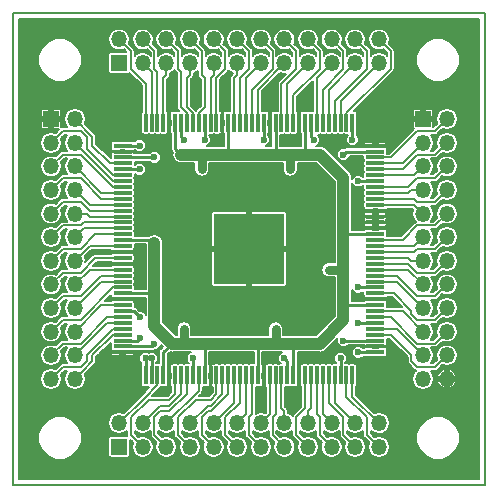
<source format=gbr>
%TF.GenerationSoftware,KiCad,Pcbnew,(5.0.0)*%
%TF.CreationDate,2020-04-09T18:14:40+01:00*%
%TF.ProjectId,HeikouBoxCore,4865696B6F75426F78436F72652E6B69,rev?*%
%TF.SameCoordinates,Original*%
%TF.FileFunction,Copper,L1,Top,Signal*%
%TF.FilePolarity,Positive*%
%FSLAX46Y46*%
G04 Gerber Fmt 4.6, Leading zero omitted, Abs format (unit mm)*
G04 Created by KiCad (PCBNEW (5.0.0)) date 04/09/20 18:14:40*
%MOMM*%
%LPD*%
G01*
G04 APERTURE LIST*
%ADD10C,0.150000*%
%ADD11O,1.350000X1.350000*%
%ADD12R,1.350000X1.350000*%
%ADD13R,1.550000X0.300000*%
%ADD14R,0.300000X1.550000*%
%ADD15R,6.000000X6.000000*%
%ADD16C,0.600000*%
%ADD17C,0.254000*%
%ADD18C,0.175000*%
%ADD19C,0.762000*%
%ADD20C,1.016000*%
%ADD21C,0.127000*%
G04 APERTURE END LIST*
D10*
X17000000Y-57000000D02*
X17000000Y-17000000D01*
X57000000Y-57000000D02*
X17000000Y-57000000D01*
X57000000Y-17000000D02*
X57000000Y-57000000D01*
X17000000Y-17000000D02*
X57000000Y-17000000D01*
D11*
X28000000Y-21250000D03*
X40000000Y-21250000D03*
X30000000Y-21250000D03*
X48000000Y-21250000D03*
X26000000Y-19250000D03*
D12*
X26000000Y-21250000D03*
D11*
X40000000Y-19250000D03*
X44000000Y-19250000D03*
X44000000Y-21250000D03*
X34000000Y-21250000D03*
X46000000Y-21250000D03*
X30000000Y-19250000D03*
X32000000Y-19250000D03*
X38000000Y-19250000D03*
X38000000Y-21250000D03*
X34000000Y-19250000D03*
X48000000Y-19250000D03*
X32000000Y-21250000D03*
X36000000Y-19250000D03*
X42000000Y-19250000D03*
X36000000Y-21250000D03*
X28000000Y-19250000D03*
X46000000Y-19250000D03*
X42000000Y-21250000D03*
X51750000Y-38000000D03*
X51750000Y-32000000D03*
X53750000Y-42000000D03*
X53750000Y-48000000D03*
X53750000Y-44000000D03*
X51750000Y-42000000D03*
X53750000Y-38000000D03*
X53750000Y-46000000D03*
X53750000Y-30000000D03*
X53750000Y-40000000D03*
X51750000Y-48000000D03*
X53750000Y-28000000D03*
X51750000Y-36000000D03*
D12*
X51750000Y-26000000D03*
D11*
X53750000Y-26000000D03*
X51750000Y-46000000D03*
X51750000Y-34000000D03*
X53750000Y-36000000D03*
X51750000Y-44000000D03*
X51750000Y-28000000D03*
X51750000Y-40000000D03*
X51750000Y-30000000D03*
X53750000Y-34000000D03*
X53750000Y-32000000D03*
X38000000Y-53750000D03*
X32000000Y-53750000D03*
X42000000Y-51750000D03*
X48000000Y-51750000D03*
X44000000Y-51750000D03*
X42000000Y-53750000D03*
X38000000Y-51750000D03*
X46000000Y-51750000D03*
X30000000Y-51750000D03*
X40000000Y-51750000D03*
X48000000Y-53750000D03*
X28000000Y-51750000D03*
X36000000Y-53750000D03*
D12*
X26000000Y-53750000D03*
D11*
X26000000Y-51750000D03*
X46000000Y-53750000D03*
X34000000Y-53750000D03*
X36000000Y-51750000D03*
X44000000Y-53750000D03*
X28000000Y-53750000D03*
X40000000Y-53750000D03*
X30000000Y-53750000D03*
X34000000Y-51750000D03*
X32000000Y-51750000D03*
X22250000Y-26000000D03*
X22250000Y-30000000D03*
X22250000Y-32000000D03*
X20250000Y-36000000D03*
X20250000Y-28000000D03*
D12*
X20250000Y-26000000D03*
D11*
X20250000Y-30000000D03*
X22250000Y-36000000D03*
X20250000Y-40000000D03*
X20250000Y-44000000D03*
X22250000Y-46000000D03*
X20250000Y-48000000D03*
X22250000Y-28000000D03*
X22250000Y-34000000D03*
X22250000Y-40000000D03*
X20250000Y-34000000D03*
X20250000Y-46000000D03*
X22250000Y-38000000D03*
X20250000Y-42000000D03*
X22250000Y-44000000D03*
X22250000Y-48000000D03*
X22250000Y-42000000D03*
X20250000Y-32000000D03*
X20250000Y-38000000D03*
D13*
X26300000Y-28250000D03*
X26300000Y-28750000D03*
X26300000Y-29250000D03*
X26300000Y-29750000D03*
X26300000Y-30250000D03*
X26300000Y-30750000D03*
X26300000Y-31250000D03*
X26300000Y-31750000D03*
X26300000Y-32250000D03*
X26300000Y-32750000D03*
X26300000Y-33250000D03*
X26300000Y-33750000D03*
X26300000Y-34250000D03*
X26300000Y-34750000D03*
X26300000Y-35250000D03*
X26300000Y-35750000D03*
X26300000Y-36250000D03*
X26300000Y-36750000D03*
X26300000Y-37250000D03*
X26300000Y-37750000D03*
X26300000Y-38250000D03*
X26300000Y-38750000D03*
X26300000Y-39250000D03*
X26300000Y-39750000D03*
X26300000Y-40250000D03*
X26300000Y-40750000D03*
X26300000Y-41250000D03*
X26300000Y-41750000D03*
X26300000Y-42250000D03*
X26300000Y-42750000D03*
X26300000Y-43250000D03*
X26300000Y-43750000D03*
X26300000Y-44250000D03*
X26300000Y-44750000D03*
X26300000Y-45250000D03*
X26300000Y-45750000D03*
D14*
X28250000Y-47700000D03*
X28750000Y-47700000D03*
X29250000Y-47700000D03*
X29750000Y-47700000D03*
X30250000Y-47700000D03*
X30750000Y-47700000D03*
X31250000Y-47700000D03*
X31750000Y-47700000D03*
X32250000Y-47700000D03*
X32750000Y-47700000D03*
X33250000Y-47700000D03*
X33750000Y-47700000D03*
X34250000Y-47700000D03*
X34750000Y-47700000D03*
X35250000Y-47700000D03*
X35750000Y-47700000D03*
X36250000Y-47700000D03*
X36750000Y-47700000D03*
X37250000Y-47700000D03*
X37750000Y-47700000D03*
X38250000Y-47700000D03*
X38750000Y-47700000D03*
X39250000Y-47700000D03*
X39750000Y-47700000D03*
X40250000Y-47700000D03*
X40750000Y-47700000D03*
X41250000Y-47700000D03*
X41750000Y-47700000D03*
X42250000Y-47700000D03*
X42750000Y-47700000D03*
X43250000Y-47700000D03*
X43750000Y-47700000D03*
X44250000Y-47700000D03*
X44750000Y-47700000D03*
X45250000Y-47700000D03*
X45750000Y-47700000D03*
D13*
X47700000Y-45750000D03*
X47700000Y-45250000D03*
X47700000Y-44750000D03*
X47700000Y-44250000D03*
X47700000Y-43750000D03*
X47700000Y-43250000D03*
X47700000Y-42750000D03*
X47700000Y-42250000D03*
X47700000Y-41750000D03*
X47700000Y-41250000D03*
X47700000Y-40750000D03*
X47700000Y-40250000D03*
X47700000Y-39750000D03*
X47700000Y-39250000D03*
X47700000Y-38750000D03*
X47700000Y-38250000D03*
X47700000Y-37750000D03*
X47700000Y-37250000D03*
X47700000Y-36750000D03*
X47700000Y-36250000D03*
X47700000Y-35750000D03*
X47700000Y-35250000D03*
X47700000Y-34750000D03*
X47700000Y-34250000D03*
X47700000Y-33750000D03*
X47700000Y-33250000D03*
X47700000Y-32750000D03*
X47700000Y-32250000D03*
X47700000Y-31750000D03*
X47700000Y-31250000D03*
X47700000Y-30750000D03*
X47700000Y-30250000D03*
X47700000Y-29750000D03*
X47700000Y-29250000D03*
X47700000Y-28750000D03*
X47700000Y-28250000D03*
D14*
X45750000Y-26300000D03*
X45250000Y-26300000D03*
X44750000Y-26300000D03*
X44250000Y-26300000D03*
X43750000Y-26300000D03*
X43250000Y-26300000D03*
X42750000Y-26300000D03*
X42250000Y-26300000D03*
X41750000Y-26300000D03*
X41250000Y-26300000D03*
X40750000Y-26300000D03*
X40250000Y-26300000D03*
X39750000Y-26300000D03*
X39250000Y-26300000D03*
X38750000Y-26300000D03*
X38250000Y-26300000D03*
X37750000Y-26300000D03*
X37250000Y-26300000D03*
X36750000Y-26300000D03*
X36250000Y-26300000D03*
X35750000Y-26300000D03*
X35250000Y-26300000D03*
X34750000Y-26300000D03*
X34250000Y-26300000D03*
X33750000Y-26300000D03*
X33250000Y-26300000D03*
X32750000Y-26300000D03*
X32250000Y-26300000D03*
X31750000Y-26300000D03*
X31250000Y-26300000D03*
X30750000Y-26300000D03*
X30250000Y-26300000D03*
X29750000Y-26300000D03*
X29250000Y-26300000D03*
X28750000Y-26300000D03*
X28250000Y-26300000D03*
D15*
X37000000Y-37000000D03*
D16*
X32250000Y-46250000D03*
X46250000Y-43250000D03*
X40000000Y-46250000D03*
X31500000Y-27750000D03*
X33250000Y-27750000D03*
X38250000Y-27750000D03*
X42500000Y-27750000D03*
X45750000Y-27750000D03*
X46250000Y-31250000D03*
X27750000Y-28250000D03*
X27750000Y-30250000D03*
X46250000Y-40250000D03*
X46250000Y-45750000D03*
X44750000Y-46250000D03*
X28250000Y-46250000D03*
X27750000Y-42750000D03*
X27750000Y-44500000D03*
X28750000Y-46250000D03*
X33500000Y-49000000D03*
X49000000Y-45250000D03*
X49000000Y-41500000D03*
X40500000Y-35000000D03*
X40500000Y-37000000D03*
X40500000Y-39000000D03*
X39000000Y-40500000D03*
X37000000Y-40500000D03*
X33500000Y-37000000D03*
X33500000Y-35000000D03*
X33500000Y-39000000D03*
X39000000Y-33500000D03*
X35000000Y-33500000D03*
X37000000Y-33500000D03*
X30276000Y-31684000D03*
X38500000Y-30250000D03*
X43750000Y-31750000D03*
X43750000Y-40750000D03*
X41250000Y-43750000D03*
X35000000Y-30250000D03*
X34750000Y-43750000D03*
X27500000Y-38250000D03*
X27500000Y-37250000D03*
X27750000Y-41500000D03*
X38000000Y-49000000D03*
X49000000Y-27750000D03*
X26500000Y-46500000D03*
X35000000Y-40500000D03*
X49000000Y-35500000D03*
X49000000Y-35000000D03*
X49000000Y-34500000D03*
X49000000Y-34000000D03*
X35000000Y-25000000D03*
X26500000Y-47250000D03*
X30250000Y-42750000D03*
X48500000Y-46500000D03*
X46750000Y-48000000D03*
X47750000Y-49000000D03*
X43750000Y-42000000D03*
X41500000Y-24750000D03*
X29000000Y-35250000D03*
X25000000Y-28500000D03*
X26250000Y-26500000D03*
X27250000Y-25500000D03*
X26500000Y-49250000D03*
X30500000Y-25000000D03*
X32500000Y-24750000D03*
X38750000Y-24750000D03*
X30000000Y-49000000D03*
X41000000Y-49000000D03*
X45000000Y-29000000D03*
X29000000Y-29250000D03*
X45000000Y-44750000D03*
X29000000Y-45000000D03*
X40500000Y-30250000D03*
X33000000Y-30250000D03*
X43750000Y-38750000D03*
X39250000Y-43750000D03*
X31500000Y-43750000D03*
X29000000Y-38500000D03*
X29000000Y-40250000D03*
D17*
X42500000Y-27750000D02*
X42250000Y-27500000D01*
X47700000Y-31250000D02*
X46250000Y-31250000D01*
X27750000Y-28250000D02*
X26250000Y-28250000D01*
X27750000Y-30250000D02*
X26250000Y-30250000D01*
X33250000Y-26300000D02*
X33250000Y-27750000D01*
X38250000Y-26300000D02*
X38250000Y-27750000D01*
X42250000Y-26300000D02*
X42250000Y-27500000D01*
X45750000Y-26300000D02*
X45750000Y-27750000D01*
X31250000Y-27500000D02*
X31500000Y-27750000D01*
X31250000Y-26300000D02*
X31250000Y-27500000D01*
X46250000Y-40250000D02*
X46076000Y-40268000D01*
X47700000Y-40250000D02*
X46250000Y-40250000D01*
X47700000Y-43250000D02*
X46250000Y-43250000D01*
X46138000Y-45768000D02*
X46250000Y-45750000D01*
X47700000Y-45750000D02*
X46250000Y-45750000D01*
X44630000Y-46286000D02*
X44750000Y-46250000D01*
X44750000Y-47700000D02*
X44750000Y-46250000D01*
X40250000Y-46500000D02*
X40000000Y-46250000D01*
X40250000Y-47700000D02*
X40250000Y-46500000D01*
X32250000Y-46250000D02*
X32250000Y-47700000D01*
X27250000Y-42250000D02*
X27750000Y-42750000D01*
X26300000Y-42250000D02*
X27250000Y-42250000D01*
X27500000Y-44750000D02*
X26300000Y-44750000D01*
X27750000Y-44500000D02*
X27500000Y-44750000D01*
X28250000Y-47700000D02*
X28250000Y-46250000D01*
X28750000Y-46250000D02*
X28750000Y-47700000D01*
X47750000Y-28200000D02*
X47700000Y-28250000D01*
X45250000Y-28750000D02*
X47750000Y-28750000D01*
X45000000Y-29000000D02*
X45250000Y-28750000D01*
X26250000Y-29250000D02*
X29000000Y-29250000D01*
X47700000Y-44750000D02*
X45000000Y-44750000D01*
X26300000Y-45250000D02*
X28750000Y-45250000D01*
X28750000Y-45250000D02*
X29000000Y-45000000D01*
D18*
X23750000Y-27500000D02*
X22250000Y-26000000D01*
X23750000Y-28250000D02*
X23750000Y-27500000D01*
X26300000Y-29750000D02*
X25250000Y-29750000D01*
X25250000Y-29750000D02*
X23750000Y-28250000D01*
X25500000Y-30750000D02*
X23250000Y-28500000D01*
X26300000Y-30750000D02*
X25500000Y-30750000D01*
X23250000Y-28500000D02*
X23250000Y-27500000D01*
X23250000Y-27500000D02*
X22750000Y-27000000D01*
X22750000Y-27000000D02*
X21250000Y-27000000D01*
X21250000Y-27000000D02*
X20250000Y-28000000D01*
X25500000Y-31250000D02*
X23750000Y-29500000D01*
X26300000Y-31250000D02*
X25500000Y-31250000D01*
X23750000Y-29500000D02*
X22250000Y-28000000D01*
X25500000Y-31750000D02*
X22750000Y-29000000D01*
X26300000Y-31750000D02*
X25500000Y-31750000D01*
X22750000Y-29000000D02*
X21250000Y-29000000D01*
X21250000Y-29000000D02*
X20250000Y-30000000D01*
X26300000Y-32250000D02*
X24500000Y-32250000D01*
X24500000Y-32250000D02*
X22250000Y-30000000D01*
X24500000Y-32750000D02*
X22750000Y-31000000D01*
X26300000Y-32750000D02*
X24500000Y-32750000D01*
X22750000Y-31000000D02*
X21250000Y-31000000D01*
X21250000Y-31000000D02*
X20250000Y-32000000D01*
X22250000Y-32000000D02*
X23500000Y-33250000D01*
X23500000Y-33250000D02*
X26300000Y-33250000D01*
X36750000Y-22500000D02*
X38000000Y-21250000D01*
X36750000Y-26300000D02*
X36750000Y-22500000D01*
X23250000Y-34000000D02*
X23500000Y-34250000D01*
X22250000Y-34000000D02*
X23250000Y-34000000D01*
X23500000Y-34250000D02*
X26300000Y-34250000D01*
X23000000Y-34750000D02*
X22750000Y-35000000D01*
X26300000Y-34750000D02*
X23000000Y-34750000D01*
X22750000Y-35000000D02*
X21250000Y-35000000D01*
X21250000Y-35000000D02*
X20250000Y-36000000D01*
X26300000Y-35250000D02*
X23000000Y-35250000D01*
X23000000Y-35250000D02*
X22250000Y-36000000D01*
X24000000Y-35750000D02*
X22750000Y-37000000D01*
X26300000Y-35750000D02*
X24000000Y-35750000D01*
X22750000Y-37000000D02*
X21250000Y-37000000D01*
X21250000Y-37000000D02*
X20250000Y-38000000D01*
D17*
X40630000Y-44952000D02*
X40690000Y-44892000D01*
X37630000Y-44904000D02*
X37642000Y-44892000D01*
D19*
X33000000Y-30250000D02*
X33000000Y-29000000D01*
D20*
X40500000Y-29000000D02*
X39250000Y-29000000D01*
X40500000Y-29000000D02*
X41750000Y-29000000D01*
X35250000Y-29000000D02*
X33000000Y-29000000D01*
X39250000Y-29000000D02*
X35250000Y-29000000D01*
X33000000Y-29000000D02*
X31250000Y-29000000D01*
D17*
X30750000Y-26300000D02*
X30750000Y-28500000D01*
X30750000Y-28500000D02*
X31250000Y-29000000D01*
X35250000Y-26300000D02*
X35250000Y-29000000D01*
X39250000Y-26300000D02*
X39250000Y-29000000D01*
X41750000Y-26300000D02*
X41750000Y-29000000D01*
D19*
X40500000Y-29000000D02*
X40500000Y-30250000D01*
D20*
X45000000Y-31000000D02*
X45000000Y-35750000D01*
X41750000Y-29000000D02*
X43000000Y-29000000D01*
X43000000Y-29000000D02*
X45000000Y-31000000D01*
D17*
X46671000Y-35750000D02*
X45000000Y-35750000D01*
X47700000Y-35750000D02*
X46671000Y-35750000D01*
X47700000Y-41750000D02*
X45000000Y-41750000D01*
D20*
X45000000Y-35750000D02*
X45000000Y-41750000D01*
D19*
X45000000Y-38750000D02*
X43750000Y-38750000D01*
D20*
X43000000Y-45000000D02*
X40750000Y-45000000D01*
X45000000Y-41750000D02*
X45000000Y-43000000D01*
X45000000Y-43000000D02*
X43000000Y-45000000D01*
D17*
X40750000Y-45000000D02*
X40750000Y-47700000D01*
X37750000Y-45000000D02*
X37750000Y-47700000D01*
D20*
X39250000Y-45000000D02*
X37750000Y-45000000D01*
X40750000Y-45000000D02*
X39250000Y-45000000D01*
D19*
X39250000Y-43750000D02*
X39250000Y-45000000D01*
D20*
X37750000Y-45000000D02*
X33250000Y-45000000D01*
D17*
X33250000Y-47700000D02*
X33250000Y-45000000D01*
X29750000Y-45750000D02*
X29750000Y-47700000D01*
X30500000Y-45000000D02*
X29750000Y-45750000D01*
D20*
X30500000Y-45000000D02*
X31500000Y-45000000D01*
X31500000Y-45000000D02*
X33250000Y-45000000D01*
D19*
X31500000Y-43750000D02*
X31500000Y-45000000D01*
D20*
X29000000Y-43500000D02*
X30500000Y-45000000D01*
X29000000Y-38500000D02*
X29000000Y-38500000D01*
X29000000Y-40750000D02*
X29000000Y-43500000D01*
D17*
X26300000Y-40750000D02*
X29000000Y-40750000D01*
D20*
X29000000Y-38500000D02*
X29000000Y-36500000D01*
D17*
X28750000Y-36250000D02*
X29000000Y-36500000D01*
X26300000Y-36250000D02*
X28750000Y-36250000D01*
D20*
X29000000Y-38500000D02*
X29000000Y-40250000D01*
X29000000Y-40250000D02*
X29000000Y-40750000D01*
D18*
X26300000Y-36750000D02*
X23500000Y-36750000D01*
X23500000Y-36750000D02*
X22250000Y-38000000D01*
X24000000Y-37750000D02*
X22750000Y-39000000D01*
X26300000Y-37750000D02*
X24000000Y-37750000D01*
X22750000Y-39000000D02*
X21250000Y-39000000D01*
X21250000Y-39000000D02*
X20250000Y-40000000D01*
X26300000Y-38750000D02*
X23500000Y-38750000D01*
X23500000Y-38750000D02*
X22250000Y-40000000D01*
X24500000Y-39250000D02*
X22750000Y-41000000D01*
X26300000Y-39250000D02*
X24500000Y-39250000D01*
X22750000Y-41000000D02*
X21250000Y-41000000D01*
X21250000Y-41000000D02*
X20250000Y-42000000D01*
X26300000Y-39750000D02*
X24500000Y-39750000D01*
X24500000Y-39750000D02*
X22250000Y-42000000D01*
X25500000Y-40250000D02*
X22750000Y-43000000D01*
X26300000Y-40250000D02*
X25500000Y-40250000D01*
X22750000Y-43000000D02*
X21250000Y-43000000D01*
X21250000Y-43000000D02*
X20250000Y-44000000D01*
X26300000Y-41750000D02*
X24500000Y-41750000D01*
X24500000Y-41750000D02*
X22250000Y-44000000D01*
X25000000Y-42750000D02*
X22750000Y-45000000D01*
X26300000Y-42750000D02*
X25000000Y-42750000D01*
X22750000Y-45000000D02*
X21250000Y-45000000D01*
X21250000Y-45000000D02*
X20250000Y-46000000D01*
X26300000Y-43250000D02*
X25000000Y-43250000D01*
X25000000Y-43250000D02*
X22250000Y-46000000D01*
X25500000Y-43750000D02*
X23250000Y-46000000D01*
X26300000Y-43750000D02*
X25500000Y-43750000D01*
X23250000Y-46000000D02*
X23250000Y-46500000D01*
X23250000Y-46500000D02*
X22750000Y-47000000D01*
X22750000Y-47000000D02*
X21250000Y-47000000D01*
X21250000Y-47000000D02*
X20250000Y-48000000D01*
X25500000Y-44250000D02*
X23750000Y-46000000D01*
X23750000Y-46000000D02*
X23750000Y-46500000D01*
X23750000Y-46500000D02*
X22922992Y-47327008D01*
X22922992Y-47327008D02*
X22250000Y-48000000D01*
X26300000Y-44250000D02*
X25500000Y-44250000D01*
X29250000Y-48500000D02*
X28172990Y-49577010D01*
X29250000Y-47700000D02*
X29250000Y-48500000D01*
X28172990Y-49577010D02*
X26000000Y-51750000D01*
X30750000Y-49250000D02*
X30250000Y-49750000D01*
X30750000Y-47700000D02*
X30750000Y-49250000D01*
X30250000Y-49750000D02*
X28500000Y-49750000D01*
X28500000Y-49750000D02*
X27000000Y-51250000D01*
X27000000Y-51250000D02*
X27000000Y-52750000D01*
X27000000Y-52750000D02*
X28000000Y-53750000D01*
X31250000Y-49250000D02*
X30250000Y-50250000D01*
X31250000Y-47700000D02*
X31250000Y-49250000D01*
X30250000Y-50250000D02*
X29500000Y-50250000D01*
X29500000Y-50250000D02*
X28000000Y-51750000D01*
X29000000Y-52750000D02*
X30000000Y-53750000D01*
X29000000Y-51250000D02*
X29000000Y-52750000D01*
X29500000Y-50750000D02*
X29000000Y-51250000D01*
X30250000Y-50750000D02*
X29500000Y-50750000D01*
X31750000Y-47700000D02*
X31750000Y-49250000D01*
X31750000Y-49250000D02*
X30250000Y-50750000D01*
X32750000Y-49000000D02*
X30000000Y-51750000D01*
X32750000Y-47700000D02*
X32750000Y-49000000D01*
X34250000Y-49250000D02*
X33750000Y-49750000D01*
X34250000Y-47700000D02*
X34250000Y-49250000D01*
X33750000Y-49750000D02*
X32500000Y-49750000D01*
X32500000Y-49750000D02*
X31000000Y-51250000D01*
X31000000Y-51250000D02*
X31000000Y-52750000D01*
X31000000Y-52750000D02*
X32000000Y-53750000D01*
X33500000Y-50250000D02*
X32000000Y-51750000D01*
X33750000Y-50250000D02*
X33500000Y-50250000D01*
X34750000Y-47700000D02*
X34750000Y-49250000D01*
X34750000Y-49250000D02*
X33750000Y-50250000D01*
X33000000Y-52750000D02*
X34000000Y-53750000D01*
X33000000Y-51250000D02*
X33000000Y-52750000D01*
X33500000Y-50750000D02*
X33000000Y-51250000D01*
X33750000Y-50750000D02*
X33500000Y-50750000D01*
X35250000Y-47700000D02*
X35250000Y-49250000D01*
X35250000Y-49250000D02*
X33750000Y-50750000D01*
X35750000Y-50000000D02*
X34000000Y-51750000D01*
X35750000Y-47700000D02*
X35750000Y-50000000D01*
X35000000Y-52750000D02*
X36000000Y-53750000D01*
X35000000Y-51250000D02*
X35000000Y-52750000D01*
X36250000Y-47700000D02*
X36250000Y-50000000D01*
X36250000Y-50000000D02*
X35000000Y-51250000D01*
X36750000Y-51000000D02*
X36000000Y-51750000D01*
X36750000Y-47700000D02*
X36750000Y-51000000D01*
X37000000Y-52750000D02*
X38000000Y-53750000D01*
X37000000Y-51250000D02*
X37000000Y-52750000D01*
X37250000Y-47700000D02*
X37250000Y-51000000D01*
X37250000Y-51000000D02*
X37000000Y-51250000D01*
X38750000Y-51000000D02*
X38000000Y-51750000D01*
X38750000Y-47700000D02*
X38750000Y-51000000D01*
X39000000Y-52750000D02*
X40000000Y-53750000D01*
X39000000Y-51250000D02*
X39000000Y-52750000D01*
X39250000Y-47700000D02*
X39250000Y-51000000D01*
X39250000Y-51000000D02*
X39000000Y-51250000D01*
X40000000Y-50750000D02*
X40000000Y-51750000D01*
X39750000Y-47700000D02*
X39750000Y-50500000D01*
X39750000Y-50500000D02*
X40000000Y-50750000D01*
X41000000Y-52750000D02*
X42000000Y-53750000D01*
X41000000Y-51250000D02*
X41000000Y-52750000D01*
X41750000Y-47700000D02*
X41750000Y-50500000D01*
X41750000Y-50500000D02*
X41000000Y-51250000D01*
X42000000Y-50750000D02*
X42000000Y-51750000D01*
X42250000Y-47700000D02*
X42250000Y-50500000D01*
X42250000Y-50500000D02*
X42000000Y-50750000D01*
X43000000Y-52750000D02*
X44000000Y-53750000D01*
X43000000Y-51250000D02*
X43000000Y-52750000D01*
X42750000Y-47700000D02*
X42750000Y-51000000D01*
X42750000Y-51000000D02*
X43000000Y-51250000D01*
X43250000Y-51000000D02*
X44000000Y-51750000D01*
X43250000Y-47700000D02*
X43250000Y-51000000D01*
X45000000Y-52750000D02*
X46000000Y-53750000D01*
X45000000Y-51250000D02*
X45000000Y-52750000D01*
X43750000Y-47700000D02*
X43750000Y-50000000D01*
X43750000Y-50000000D02*
X45000000Y-51250000D01*
X44250000Y-50000000D02*
X46000000Y-51750000D01*
X44250000Y-47700000D02*
X44250000Y-50000000D01*
X47000000Y-52750000D02*
X48000000Y-53750000D01*
X47000000Y-51250000D02*
X47000000Y-52750000D01*
X45250000Y-47700000D02*
X45250000Y-49500000D01*
X45250000Y-49500000D02*
X47000000Y-51250000D01*
X45750000Y-49500000D02*
X48000000Y-51750000D01*
X45750000Y-47700000D02*
X45750000Y-49500000D01*
X52750000Y-47000000D02*
X53750000Y-46000000D01*
X51250000Y-47000000D02*
X52750000Y-47000000D01*
X50750000Y-46500000D02*
X51250000Y-47000000D01*
X50750000Y-46000000D02*
X50750000Y-46500000D01*
X47700000Y-44250000D02*
X49000000Y-44250000D01*
X49000000Y-44250000D02*
X50750000Y-46000000D01*
X47700000Y-43750000D02*
X49500000Y-43750000D01*
X49500000Y-43750000D02*
X51750000Y-46000000D01*
X52750000Y-45000000D02*
X53750000Y-44000000D01*
X51250000Y-45000000D02*
X52750000Y-45000000D01*
X47700000Y-42750000D02*
X49000000Y-42750000D01*
X49000000Y-42750000D02*
X51250000Y-45000000D01*
X47700000Y-42250000D02*
X50000000Y-42250000D01*
X50000000Y-42250000D02*
X51750000Y-44000000D01*
X49250000Y-40750000D02*
X50750000Y-42250000D01*
X47700000Y-40750000D02*
X49250000Y-40750000D01*
X50750000Y-42250000D02*
X50750000Y-42500000D01*
X50750000Y-42500000D02*
X51250000Y-43000000D01*
X51250000Y-43000000D02*
X52750000Y-43000000D01*
X52750000Y-43000000D02*
X53750000Y-42000000D01*
X49500000Y-39750000D02*
X51750000Y-42000000D01*
X47700000Y-39750000D02*
X49500000Y-39750000D01*
X52750000Y-41000000D02*
X53750000Y-40000000D01*
X51250000Y-41000000D02*
X52750000Y-41000000D01*
X47700000Y-39250000D02*
X49500000Y-39250000D01*
X49500000Y-39250000D02*
X51250000Y-41000000D01*
X50500000Y-38750000D02*
X51750000Y-40000000D01*
X47700000Y-38750000D02*
X50500000Y-38750000D01*
X47700000Y-38250000D02*
X50500000Y-38250000D01*
X50500000Y-38250000D02*
X51250000Y-39000000D01*
X51250000Y-39000000D02*
X52750000Y-39000000D01*
X52750000Y-39000000D02*
X53750000Y-38000000D01*
X47700000Y-37750000D02*
X50500000Y-37750000D01*
X50500000Y-37750000D02*
X50750000Y-38000000D01*
X50750000Y-38000000D02*
X51750000Y-38000000D01*
X47700000Y-37250000D02*
X51000000Y-37250000D01*
X51000000Y-37250000D02*
X51250000Y-37000000D01*
X51250000Y-37000000D02*
X52750000Y-37000000D01*
X52750000Y-37000000D02*
X53750000Y-36000000D01*
X51000000Y-36750000D02*
X51750000Y-36000000D01*
X47700000Y-36750000D02*
X51000000Y-36750000D01*
X51000000Y-33250000D02*
X51750000Y-34000000D01*
X47700000Y-33250000D02*
X51000000Y-33250000D01*
X47700000Y-32750000D02*
X51000000Y-32750000D01*
X51000000Y-32750000D02*
X51250000Y-33000000D01*
X51250000Y-33000000D02*
X52750000Y-33000000D01*
X52750000Y-33000000D02*
X53750000Y-32000000D01*
X47700000Y-32250000D02*
X50500000Y-32250000D01*
X50500000Y-32250000D02*
X50750000Y-32000000D01*
X50750000Y-32000000D02*
X51750000Y-32000000D01*
X47700000Y-31750000D02*
X50500000Y-31750000D01*
X50500000Y-31750000D02*
X51250000Y-31000000D01*
X51250000Y-31000000D02*
X52750000Y-31000000D01*
X52750000Y-31000000D02*
X53750000Y-30000000D01*
X51000000Y-30750000D02*
X51750000Y-30000000D01*
X47700000Y-30750000D02*
X51000000Y-30750000D01*
X47700000Y-30250000D02*
X50000000Y-30250000D01*
X50000000Y-30250000D02*
X51250000Y-29000000D01*
X52750000Y-29000000D02*
X53750000Y-28000000D01*
X51250000Y-29000000D02*
X52750000Y-29000000D01*
X50000000Y-29750000D02*
X51750000Y-28000000D01*
X47700000Y-29750000D02*
X50000000Y-29750000D01*
X47700000Y-29250000D02*
X49000000Y-29250000D01*
X49000000Y-29250000D02*
X51250000Y-27000000D01*
X52750000Y-27000000D02*
X53750000Y-26000000D01*
X51250000Y-27000000D02*
X52750000Y-27000000D01*
X49000000Y-20250000D02*
X48000000Y-19250000D01*
X49000000Y-21750000D02*
X49000000Y-20250000D01*
X45250000Y-26300000D02*
X45250000Y-25500000D01*
X45250000Y-25500000D02*
X49000000Y-21750000D01*
X44750000Y-24500000D02*
X48000000Y-21250000D01*
X44750000Y-26300000D02*
X44750000Y-24500000D01*
X47000000Y-20250000D02*
X46000000Y-19250000D01*
X47000000Y-21750000D02*
X47000000Y-20250000D01*
X44250000Y-26300000D02*
X44250000Y-24500000D01*
X44250000Y-24500000D02*
X47000000Y-21750000D01*
X43750000Y-23500000D02*
X46000000Y-21250000D01*
X43750000Y-26300000D02*
X43750000Y-23500000D01*
X45000000Y-20250000D02*
X44000000Y-19250000D01*
X45000000Y-21750000D02*
X45000000Y-20250000D01*
X43250000Y-26300000D02*
X43250000Y-23500000D01*
X43250000Y-23500000D02*
X45000000Y-21750000D01*
X42750000Y-22500000D02*
X44000000Y-21250000D01*
X42750000Y-26300000D02*
X42750000Y-22500000D01*
X43000000Y-20250000D02*
X42000000Y-19250000D01*
X43000000Y-21750000D02*
X43000000Y-20250000D01*
X40750000Y-26300000D02*
X40750000Y-24000000D01*
X40750000Y-24000000D02*
X43000000Y-21750000D01*
X40250000Y-23000000D02*
X42000000Y-21250000D01*
X40250000Y-26300000D02*
X40250000Y-23000000D01*
X41000000Y-20250000D02*
X40000000Y-19250000D01*
X41000000Y-21750000D02*
X41000000Y-20250000D01*
X39750000Y-26300000D02*
X39750000Y-23000000D01*
X39750000Y-23000000D02*
X41000000Y-21750000D01*
X37750000Y-23500000D02*
X40000000Y-21250000D01*
X37750000Y-26300000D02*
X37750000Y-23500000D01*
X39000000Y-20250000D02*
X38000000Y-19250000D01*
X39000000Y-21750000D02*
X39000000Y-20250000D01*
X37250000Y-26300000D02*
X37250000Y-23500000D01*
X37250000Y-23500000D02*
X39000000Y-21750000D01*
X37000000Y-20250000D02*
X36000000Y-19250000D01*
X37000000Y-21750000D02*
X37000000Y-20250000D01*
X36250000Y-26300000D02*
X36250000Y-22500000D01*
X36250000Y-22500000D02*
X37000000Y-21750000D01*
X36000000Y-22250000D02*
X36000000Y-21750000D01*
X35750000Y-26300000D02*
X35750000Y-22500000D01*
X35750000Y-22500000D02*
X36000000Y-22250000D01*
X35000000Y-20250000D02*
X34000000Y-19250000D01*
X35000000Y-21750000D02*
X35000000Y-20250000D01*
X34250000Y-26300000D02*
X34250000Y-22500000D01*
X34250000Y-22500000D02*
X35000000Y-21750000D01*
X34000000Y-22250000D02*
X34000000Y-21750000D01*
X33750000Y-26300000D02*
X33750000Y-22500000D01*
X33750000Y-22500000D02*
X34000000Y-22250000D01*
X33000000Y-20250000D02*
X32000000Y-19250000D01*
X33000000Y-22250000D02*
X33000000Y-20250000D01*
X33250000Y-22500000D02*
X33000000Y-22250000D01*
X33250000Y-25000000D02*
X33250000Y-22500000D01*
X32750000Y-26300000D02*
X32750000Y-25500000D01*
X32750000Y-25500000D02*
X33250000Y-25000000D01*
X32000000Y-22250000D02*
X32000000Y-21750000D01*
X31750000Y-22500000D02*
X32000000Y-22250000D01*
X31750000Y-25000000D02*
X31750000Y-22500000D01*
X32250000Y-26300000D02*
X32250000Y-25500000D01*
X32250000Y-25500000D02*
X31750000Y-25000000D01*
X31750000Y-25500000D02*
X31750000Y-26300000D01*
X31250000Y-25000000D02*
X31750000Y-25500000D01*
X31250000Y-22000000D02*
X31250000Y-25000000D01*
X31000000Y-21750000D02*
X31250000Y-22000000D01*
X30000000Y-19250000D02*
X31000000Y-20250000D01*
X31000000Y-20250000D02*
X31000000Y-21750000D01*
X30000000Y-22250000D02*
X30000000Y-21750000D01*
X29750000Y-26300000D02*
X29750000Y-22500000D01*
X29750000Y-22500000D02*
X30000000Y-22250000D01*
X29000000Y-20250000D02*
X28000000Y-19250000D01*
X29000000Y-21750000D02*
X29000000Y-20250000D01*
X29250000Y-26300000D02*
X29250000Y-22000000D01*
X29250000Y-22000000D02*
X29000000Y-21750000D01*
X28750000Y-22000000D02*
X28000000Y-21250000D01*
X28750000Y-26300000D02*
X28750000Y-22000000D01*
X27000000Y-20250000D02*
X26000000Y-19250000D01*
X27000000Y-21750000D02*
X27000000Y-20250000D01*
X28250000Y-26300000D02*
X28250000Y-23000000D01*
X28250000Y-23000000D02*
X27000000Y-21750000D01*
X21250000Y-33000000D02*
X22750000Y-33000000D01*
X20250000Y-34000000D02*
X21250000Y-33000000D01*
X22750000Y-33000000D02*
X23500000Y-33750000D01*
X23500000Y-33750000D02*
X26300000Y-33750000D01*
X52750000Y-35000000D02*
X53750000Y-34000000D01*
X47700000Y-36250000D02*
X50000000Y-36250000D01*
X50000000Y-36250000D02*
X51250000Y-35000000D01*
X51250000Y-35000000D02*
X52750000Y-35000000D01*
D21*
G36*
X56436500Y-56436500D02*
X17563500Y-56436500D01*
X17563500Y-52634300D01*
X19161500Y-52634300D01*
X19161500Y-53365700D01*
X19441395Y-54041426D01*
X19958574Y-54558605D01*
X20634300Y-54838500D01*
X21365700Y-54838500D01*
X22041426Y-54558605D01*
X22558605Y-54041426D01*
X22838500Y-53365700D01*
X22838500Y-52634300D01*
X22558605Y-51958574D01*
X22041426Y-51441395D01*
X21365700Y-51161500D01*
X20634300Y-51161500D01*
X19958574Y-51441395D01*
X19441395Y-51958574D01*
X19161500Y-52634300D01*
X17563500Y-52634300D01*
X17563500Y-28000000D01*
X19318604Y-28000000D01*
X19389502Y-28356430D01*
X19591404Y-28658596D01*
X19893570Y-28860498D01*
X20160030Y-28913500D01*
X20339970Y-28913500D01*
X20606430Y-28860498D01*
X20908596Y-28658596D01*
X21110498Y-28356430D01*
X21181396Y-28000000D01*
X21110498Y-27643570D01*
X21093261Y-27617772D01*
X21385033Y-27326000D01*
X21614458Y-27326000D01*
X21591404Y-27341404D01*
X21389502Y-27643570D01*
X21318604Y-28000000D01*
X21389502Y-28356430D01*
X21591404Y-28658596D01*
X21614458Y-28674000D01*
X21282101Y-28674000D01*
X21250000Y-28667615D01*
X21217899Y-28674000D01*
X21217895Y-28674000D01*
X21122801Y-28692915D01*
X21014968Y-28764968D01*
X20996782Y-28792185D01*
X20632228Y-29156739D01*
X20606430Y-29139502D01*
X20339970Y-29086500D01*
X20160030Y-29086500D01*
X19893570Y-29139502D01*
X19591404Y-29341404D01*
X19389502Y-29643570D01*
X19318604Y-30000000D01*
X19389502Y-30356430D01*
X19591404Y-30658596D01*
X19893570Y-30860498D01*
X20160030Y-30913500D01*
X20339970Y-30913500D01*
X20606430Y-30860498D01*
X20908596Y-30658596D01*
X21110498Y-30356430D01*
X21181396Y-30000000D01*
X21110498Y-29643570D01*
X21093261Y-29617772D01*
X21385033Y-29326000D01*
X21614458Y-29326000D01*
X21591404Y-29341404D01*
X21389502Y-29643570D01*
X21318604Y-30000000D01*
X21389502Y-30356430D01*
X21591404Y-30658596D01*
X21614458Y-30674000D01*
X21282101Y-30674000D01*
X21250000Y-30667615D01*
X21217899Y-30674000D01*
X21217895Y-30674000D01*
X21122801Y-30692915D01*
X21014968Y-30764968D01*
X20996782Y-30792185D01*
X20632228Y-31156739D01*
X20606430Y-31139502D01*
X20339970Y-31086500D01*
X20160030Y-31086500D01*
X19893570Y-31139502D01*
X19591404Y-31341404D01*
X19389502Y-31643570D01*
X19318604Y-32000000D01*
X19389502Y-32356430D01*
X19591404Y-32658596D01*
X19893570Y-32860498D01*
X20160030Y-32913500D01*
X20339970Y-32913500D01*
X20606430Y-32860498D01*
X20908596Y-32658596D01*
X21110498Y-32356430D01*
X21181396Y-32000000D01*
X21110498Y-31643570D01*
X21093261Y-31617772D01*
X21385033Y-31326000D01*
X21614458Y-31326000D01*
X21591404Y-31341404D01*
X21389502Y-31643570D01*
X21318604Y-32000000D01*
X21389502Y-32356430D01*
X21591404Y-32658596D01*
X21614458Y-32674000D01*
X21282101Y-32674000D01*
X21250000Y-32667615D01*
X21217899Y-32674000D01*
X21217895Y-32674000D01*
X21122801Y-32692915D01*
X21014968Y-32764968D01*
X20996783Y-32792184D01*
X20632228Y-33156739D01*
X20606430Y-33139502D01*
X20339970Y-33086500D01*
X20160030Y-33086500D01*
X19893570Y-33139502D01*
X19591404Y-33341404D01*
X19389502Y-33643570D01*
X19318604Y-34000000D01*
X19389502Y-34356430D01*
X19591404Y-34658596D01*
X19893570Y-34860498D01*
X20160030Y-34913500D01*
X20339970Y-34913500D01*
X20606430Y-34860498D01*
X20908596Y-34658596D01*
X21110498Y-34356430D01*
X21181396Y-34000000D01*
X21110498Y-33643570D01*
X21093261Y-33617772D01*
X21385033Y-33326000D01*
X21614458Y-33326000D01*
X21591404Y-33341404D01*
X21389502Y-33643570D01*
X21318604Y-34000000D01*
X21389502Y-34356430D01*
X21591404Y-34658596D01*
X21614458Y-34674000D01*
X21282101Y-34674000D01*
X21250000Y-34667615D01*
X21217899Y-34674000D01*
X21217895Y-34674000D01*
X21122801Y-34692915D01*
X21014968Y-34764968D01*
X20996782Y-34792185D01*
X20632228Y-35156739D01*
X20606430Y-35139502D01*
X20339970Y-35086500D01*
X20160030Y-35086500D01*
X19893570Y-35139502D01*
X19591404Y-35341404D01*
X19389502Y-35643570D01*
X19318604Y-36000000D01*
X19389502Y-36356430D01*
X19591404Y-36658596D01*
X19893570Y-36860498D01*
X20160030Y-36913500D01*
X20339970Y-36913500D01*
X20606430Y-36860498D01*
X20908596Y-36658596D01*
X21110498Y-36356430D01*
X21181396Y-36000000D01*
X21110498Y-35643570D01*
X21093261Y-35617772D01*
X21385033Y-35326000D01*
X21614458Y-35326000D01*
X21591404Y-35341404D01*
X21389502Y-35643570D01*
X21318604Y-36000000D01*
X21389502Y-36356430D01*
X21591404Y-36658596D01*
X21614458Y-36674000D01*
X21282101Y-36674000D01*
X21250000Y-36667615D01*
X21217899Y-36674000D01*
X21217895Y-36674000D01*
X21122801Y-36692915D01*
X21014968Y-36764968D01*
X20996782Y-36792185D01*
X20632228Y-37156739D01*
X20606430Y-37139502D01*
X20339970Y-37086500D01*
X20160030Y-37086500D01*
X19893570Y-37139502D01*
X19591404Y-37341404D01*
X19389502Y-37643570D01*
X19318604Y-38000000D01*
X19389502Y-38356430D01*
X19591404Y-38658596D01*
X19893570Y-38860498D01*
X20160030Y-38913500D01*
X20339970Y-38913500D01*
X20606430Y-38860498D01*
X20908596Y-38658596D01*
X21110498Y-38356430D01*
X21181396Y-38000000D01*
X21110498Y-37643570D01*
X21093261Y-37617772D01*
X21385033Y-37326000D01*
X21614458Y-37326000D01*
X21591404Y-37341404D01*
X21389502Y-37643570D01*
X21318604Y-38000000D01*
X21389502Y-38356430D01*
X21591404Y-38658596D01*
X21614458Y-38674000D01*
X21282101Y-38674000D01*
X21250000Y-38667615D01*
X21217899Y-38674000D01*
X21217895Y-38674000D01*
X21122801Y-38692915D01*
X21014968Y-38764968D01*
X20996783Y-38792184D01*
X20632228Y-39156739D01*
X20606430Y-39139502D01*
X20339970Y-39086500D01*
X20160030Y-39086500D01*
X19893570Y-39139502D01*
X19591404Y-39341404D01*
X19389502Y-39643570D01*
X19318604Y-40000000D01*
X19389502Y-40356430D01*
X19591404Y-40658596D01*
X19893570Y-40860498D01*
X20160030Y-40913500D01*
X20339970Y-40913500D01*
X20606430Y-40860498D01*
X20908596Y-40658596D01*
X21110498Y-40356430D01*
X21181396Y-40000000D01*
X21110498Y-39643570D01*
X21093261Y-39617772D01*
X21385033Y-39326000D01*
X21614458Y-39326000D01*
X21591404Y-39341404D01*
X21389502Y-39643570D01*
X21318604Y-40000000D01*
X21389502Y-40356430D01*
X21591404Y-40658596D01*
X21614458Y-40674000D01*
X21282101Y-40674000D01*
X21250000Y-40667615D01*
X21217899Y-40674000D01*
X21217895Y-40674000D01*
X21122801Y-40692915D01*
X21014968Y-40764968D01*
X20996782Y-40792185D01*
X20632228Y-41156739D01*
X20606430Y-41139502D01*
X20339970Y-41086500D01*
X20160030Y-41086500D01*
X19893570Y-41139502D01*
X19591404Y-41341404D01*
X19389502Y-41643570D01*
X19318604Y-42000000D01*
X19389502Y-42356430D01*
X19591404Y-42658596D01*
X19893570Y-42860498D01*
X20160030Y-42913500D01*
X20339970Y-42913500D01*
X20606430Y-42860498D01*
X20908596Y-42658596D01*
X21110498Y-42356430D01*
X21181396Y-42000000D01*
X21110498Y-41643570D01*
X21093261Y-41617772D01*
X21385033Y-41326000D01*
X21614458Y-41326000D01*
X21591404Y-41341404D01*
X21389502Y-41643570D01*
X21318604Y-42000000D01*
X21389502Y-42356430D01*
X21591404Y-42658596D01*
X21614458Y-42674000D01*
X21282101Y-42674000D01*
X21250000Y-42667615D01*
X21217899Y-42674000D01*
X21217895Y-42674000D01*
X21122801Y-42692915D01*
X21014968Y-42764968D01*
X20996782Y-42792185D01*
X20632228Y-43156739D01*
X20606430Y-43139502D01*
X20339970Y-43086500D01*
X20160030Y-43086500D01*
X19893570Y-43139502D01*
X19591404Y-43341404D01*
X19389502Y-43643570D01*
X19318604Y-44000000D01*
X19389502Y-44356430D01*
X19591404Y-44658596D01*
X19893570Y-44860498D01*
X20160030Y-44913500D01*
X20339970Y-44913500D01*
X20606430Y-44860498D01*
X20908596Y-44658596D01*
X21110498Y-44356430D01*
X21181396Y-44000000D01*
X21110498Y-43643570D01*
X21093261Y-43617772D01*
X21385033Y-43326000D01*
X21614458Y-43326000D01*
X21591404Y-43341404D01*
X21389502Y-43643570D01*
X21318604Y-44000000D01*
X21389502Y-44356430D01*
X21591404Y-44658596D01*
X21614458Y-44674000D01*
X21282101Y-44674000D01*
X21250000Y-44667615D01*
X21217899Y-44674000D01*
X21217895Y-44674000D01*
X21122801Y-44692915D01*
X21014968Y-44764968D01*
X20996782Y-44792185D01*
X20632228Y-45156739D01*
X20606430Y-45139502D01*
X20339970Y-45086500D01*
X20160030Y-45086500D01*
X19893570Y-45139502D01*
X19591404Y-45341404D01*
X19389502Y-45643570D01*
X19318604Y-46000000D01*
X19389502Y-46356430D01*
X19591404Y-46658596D01*
X19893570Y-46860498D01*
X20160030Y-46913500D01*
X20339970Y-46913500D01*
X20606430Y-46860498D01*
X20908596Y-46658596D01*
X21110498Y-46356430D01*
X21181396Y-46000000D01*
X21110498Y-45643570D01*
X21093261Y-45617772D01*
X21385033Y-45326000D01*
X21614458Y-45326000D01*
X21591404Y-45341404D01*
X21389502Y-45643570D01*
X21318604Y-46000000D01*
X21389502Y-46356430D01*
X21591404Y-46658596D01*
X21614458Y-46674000D01*
X21282101Y-46674000D01*
X21250000Y-46667615D01*
X21217899Y-46674000D01*
X21217895Y-46674000D01*
X21122801Y-46692915D01*
X21014968Y-46764968D01*
X20996782Y-46792185D01*
X20632228Y-47156739D01*
X20606430Y-47139502D01*
X20339970Y-47086500D01*
X20160030Y-47086500D01*
X19893570Y-47139502D01*
X19591404Y-47341404D01*
X19389502Y-47643570D01*
X19318604Y-48000000D01*
X19389502Y-48356430D01*
X19591404Y-48658596D01*
X19893570Y-48860498D01*
X20160030Y-48913500D01*
X20339970Y-48913500D01*
X20606430Y-48860498D01*
X20908596Y-48658596D01*
X21110498Y-48356430D01*
X21181396Y-48000000D01*
X21110498Y-47643570D01*
X21093261Y-47617772D01*
X21385033Y-47326000D01*
X21614458Y-47326000D01*
X21591404Y-47341404D01*
X21389502Y-47643570D01*
X21318604Y-48000000D01*
X21389502Y-48356430D01*
X21591404Y-48658596D01*
X21893570Y-48860498D01*
X22160030Y-48913500D01*
X22339970Y-48913500D01*
X22606430Y-48860498D01*
X22908596Y-48658596D01*
X23110498Y-48356430D01*
X23181396Y-48000000D01*
X23110498Y-47643570D01*
X23093261Y-47617773D01*
X23176210Y-47534824D01*
X23176212Y-47534821D01*
X23957817Y-46753217D01*
X23985032Y-46735032D01*
X24003216Y-46707818D01*
X24003218Y-46707816D01*
X24057085Y-46627199D01*
X24057085Y-46627198D01*
X24076000Y-46532105D01*
X24076000Y-46532101D01*
X24082385Y-46500000D01*
X24076000Y-46467899D01*
X24076000Y-46135033D01*
X24338408Y-45872625D01*
X25334500Y-45872625D01*
X25334500Y-45937893D01*
X25363502Y-46007909D01*
X25417090Y-46061498D01*
X25487107Y-46090500D01*
X26061875Y-46090500D01*
X26109500Y-46042875D01*
X26109500Y-45825000D01*
X26490500Y-45825000D01*
X26490500Y-46042875D01*
X26538125Y-46090500D01*
X27112893Y-46090500D01*
X27182910Y-46061498D01*
X27236498Y-46007909D01*
X27265500Y-45937893D01*
X27265500Y-45872625D01*
X27217875Y-45825000D01*
X26490500Y-45825000D01*
X26109500Y-45825000D01*
X25382125Y-45825000D01*
X25334500Y-45872625D01*
X24338408Y-45872625D01*
X25286673Y-44924360D01*
X25300338Y-44993058D01*
X25304976Y-45000000D01*
X25300338Y-45006942D01*
X25281828Y-45100000D01*
X25281828Y-45400000D01*
X25300338Y-45493058D01*
X25339083Y-45551044D01*
X25334500Y-45562107D01*
X25334500Y-45627375D01*
X25382125Y-45675000D01*
X26109500Y-45675000D01*
X26109500Y-45643172D01*
X26490500Y-45643172D01*
X26490500Y-45675000D01*
X27217875Y-45675000D01*
X27265500Y-45627375D01*
X27265500Y-45615500D01*
X28714008Y-45615500D01*
X28750000Y-45622659D01*
X28785992Y-45615500D01*
X28785996Y-45615500D01*
X28892611Y-45594293D01*
X28976110Y-45538500D01*
X29107114Y-45538500D01*
X29305036Y-45456518D01*
X29456518Y-45305036D01*
X29538500Y-45107114D01*
X29538500Y-45094210D01*
X29713698Y-45269408D01*
X29517007Y-45466099D01*
X29486490Y-45486490D01*
X29405707Y-45607390D01*
X29384500Y-45714005D01*
X29384500Y-45714008D01*
X29377341Y-45750000D01*
X29384500Y-45785992D01*
X29384500Y-46681828D01*
X29115500Y-46681828D01*
X29115500Y-46646054D01*
X29206518Y-46555036D01*
X29288500Y-46357114D01*
X29288500Y-46142886D01*
X29206518Y-45944964D01*
X29055036Y-45793482D01*
X28857114Y-45711500D01*
X28642886Y-45711500D01*
X28500000Y-45770685D01*
X28357114Y-45711500D01*
X28142886Y-45711500D01*
X27944964Y-45793482D01*
X27793482Y-45944964D01*
X27711500Y-46142886D01*
X27711500Y-46357114D01*
X27793482Y-46555036D01*
X27884501Y-46646055D01*
X27884501Y-46818229D01*
X27875338Y-46831942D01*
X27856828Y-46925000D01*
X27856828Y-48475000D01*
X27875338Y-48568058D01*
X27928051Y-48646949D01*
X28006942Y-48699662D01*
X28100000Y-48718172D01*
X28400000Y-48718172D01*
X28493058Y-48699662D01*
X28500000Y-48695024D01*
X28506942Y-48699662D01*
X28575640Y-48713327D01*
X27965177Y-49323790D01*
X27965174Y-49323792D01*
X26382227Y-50906739D01*
X26356430Y-50889502D01*
X26089970Y-50836500D01*
X25910030Y-50836500D01*
X25643570Y-50889502D01*
X25341404Y-51091404D01*
X25139502Y-51393570D01*
X25068604Y-51750000D01*
X25139502Y-52106430D01*
X25341404Y-52408596D01*
X25643570Y-52610498D01*
X25910030Y-52663500D01*
X26089970Y-52663500D01*
X26356430Y-52610498D01*
X26658596Y-52408596D01*
X26674001Y-52385541D01*
X26674001Y-52717894D01*
X26667615Y-52750000D01*
X26684257Y-52833669D01*
X26675000Y-52831828D01*
X25325000Y-52831828D01*
X25231942Y-52850338D01*
X25153051Y-52903051D01*
X25100338Y-52981942D01*
X25081828Y-53075000D01*
X25081828Y-54425000D01*
X25100338Y-54518058D01*
X25153051Y-54596949D01*
X25231942Y-54649662D01*
X25325000Y-54668172D01*
X26675000Y-54668172D01*
X26768058Y-54649662D01*
X26846949Y-54596949D01*
X26899662Y-54518058D01*
X26918172Y-54425000D01*
X26918172Y-53129205D01*
X27156739Y-53367772D01*
X27139502Y-53393570D01*
X27068604Y-53750000D01*
X27139502Y-54106430D01*
X27341404Y-54408596D01*
X27643570Y-54610498D01*
X27910030Y-54663500D01*
X28089970Y-54663500D01*
X28356430Y-54610498D01*
X28658596Y-54408596D01*
X28860498Y-54106430D01*
X28931396Y-53750000D01*
X28860498Y-53393570D01*
X28658596Y-53091404D01*
X28356430Y-52889502D01*
X28089970Y-52836500D01*
X27910030Y-52836500D01*
X27643570Y-52889502D01*
X27617772Y-52906739D01*
X27326000Y-52614967D01*
X27326000Y-52385542D01*
X27341404Y-52408596D01*
X27643570Y-52610498D01*
X27910030Y-52663500D01*
X28089970Y-52663500D01*
X28356430Y-52610498D01*
X28658596Y-52408596D01*
X28674001Y-52385541D01*
X28674001Y-52717894D01*
X28667615Y-52750000D01*
X28692915Y-52877198D01*
X28746782Y-52957815D01*
X28746785Y-52957818D01*
X28764969Y-52985032D01*
X28792183Y-53003216D01*
X29156739Y-53367772D01*
X29139502Y-53393570D01*
X29068604Y-53750000D01*
X29139502Y-54106430D01*
X29341404Y-54408596D01*
X29643570Y-54610498D01*
X29910030Y-54663500D01*
X30089970Y-54663500D01*
X30356430Y-54610498D01*
X30658596Y-54408596D01*
X30860498Y-54106430D01*
X30931396Y-53750000D01*
X30860498Y-53393570D01*
X30658596Y-53091404D01*
X30356430Y-52889502D01*
X30089970Y-52836500D01*
X29910030Y-52836500D01*
X29643570Y-52889502D01*
X29617772Y-52906739D01*
X29326000Y-52614967D01*
X29326000Y-52385542D01*
X29341404Y-52408596D01*
X29643570Y-52610498D01*
X29910030Y-52663500D01*
X30089970Y-52663500D01*
X30356430Y-52610498D01*
X30658596Y-52408596D01*
X30674001Y-52385541D01*
X30674001Y-52717894D01*
X30667615Y-52750000D01*
X30692915Y-52877198D01*
X30746782Y-52957815D01*
X30746785Y-52957818D01*
X30764969Y-52985032D01*
X30792183Y-53003216D01*
X31156739Y-53367772D01*
X31139502Y-53393570D01*
X31068604Y-53750000D01*
X31139502Y-54106430D01*
X31341404Y-54408596D01*
X31643570Y-54610498D01*
X31910030Y-54663500D01*
X32089970Y-54663500D01*
X32356430Y-54610498D01*
X32658596Y-54408596D01*
X32860498Y-54106430D01*
X32931396Y-53750000D01*
X32860498Y-53393570D01*
X32658596Y-53091404D01*
X32356430Y-52889502D01*
X32089970Y-52836500D01*
X31910030Y-52836500D01*
X31643570Y-52889502D01*
X31617772Y-52906739D01*
X31326000Y-52614967D01*
X31326000Y-52385542D01*
X31341404Y-52408596D01*
X31643570Y-52610498D01*
X31910030Y-52663500D01*
X32089970Y-52663500D01*
X32356430Y-52610498D01*
X32658596Y-52408596D01*
X32674001Y-52385541D01*
X32674001Y-52717894D01*
X32667615Y-52750000D01*
X32692915Y-52877198D01*
X32746782Y-52957815D01*
X32746785Y-52957818D01*
X32764969Y-52985032D01*
X32792183Y-53003216D01*
X33156739Y-53367772D01*
X33139502Y-53393570D01*
X33068604Y-53750000D01*
X33139502Y-54106430D01*
X33341404Y-54408596D01*
X33643570Y-54610498D01*
X33910030Y-54663500D01*
X34089970Y-54663500D01*
X34356430Y-54610498D01*
X34658596Y-54408596D01*
X34860498Y-54106430D01*
X34931396Y-53750000D01*
X34860498Y-53393570D01*
X34658596Y-53091404D01*
X34356430Y-52889502D01*
X34089970Y-52836500D01*
X33910030Y-52836500D01*
X33643570Y-52889502D01*
X33617772Y-52906739D01*
X33326000Y-52614967D01*
X33326000Y-52385542D01*
X33341404Y-52408596D01*
X33643570Y-52610498D01*
X33910030Y-52663500D01*
X34089970Y-52663500D01*
X34356430Y-52610498D01*
X34658596Y-52408596D01*
X34674001Y-52385541D01*
X34674001Y-52717894D01*
X34667615Y-52750000D01*
X34692915Y-52877198D01*
X34746782Y-52957815D01*
X34746785Y-52957818D01*
X34764969Y-52985032D01*
X34792183Y-53003216D01*
X35156739Y-53367772D01*
X35139502Y-53393570D01*
X35068604Y-53750000D01*
X35139502Y-54106430D01*
X35341404Y-54408596D01*
X35643570Y-54610498D01*
X35910030Y-54663500D01*
X36089970Y-54663500D01*
X36356430Y-54610498D01*
X36658596Y-54408596D01*
X36860498Y-54106430D01*
X36931396Y-53750000D01*
X36860498Y-53393570D01*
X36658596Y-53091404D01*
X36356430Y-52889502D01*
X36089970Y-52836500D01*
X35910030Y-52836500D01*
X35643570Y-52889502D01*
X35617772Y-52906739D01*
X35326000Y-52614967D01*
X35326000Y-52385542D01*
X35341404Y-52408596D01*
X35643570Y-52610498D01*
X35910030Y-52663500D01*
X36089970Y-52663500D01*
X36356430Y-52610498D01*
X36658596Y-52408596D01*
X36674001Y-52385541D01*
X36674001Y-52717894D01*
X36667615Y-52750000D01*
X36692915Y-52877198D01*
X36746782Y-52957815D01*
X36746785Y-52957818D01*
X36764969Y-52985032D01*
X36792183Y-53003216D01*
X37156739Y-53367772D01*
X37139502Y-53393570D01*
X37068604Y-53750000D01*
X37139502Y-54106430D01*
X37341404Y-54408596D01*
X37643570Y-54610498D01*
X37910030Y-54663500D01*
X38089970Y-54663500D01*
X38356430Y-54610498D01*
X38658596Y-54408596D01*
X38860498Y-54106430D01*
X38931396Y-53750000D01*
X38860498Y-53393570D01*
X38658596Y-53091404D01*
X38356430Y-52889502D01*
X38089970Y-52836500D01*
X37910030Y-52836500D01*
X37643570Y-52889502D01*
X37617772Y-52906739D01*
X37326000Y-52614967D01*
X37326000Y-52385542D01*
X37341404Y-52408596D01*
X37643570Y-52610498D01*
X37910030Y-52663500D01*
X38089970Y-52663500D01*
X38356430Y-52610498D01*
X38658596Y-52408596D01*
X38674001Y-52385541D01*
X38674001Y-52717894D01*
X38667615Y-52750000D01*
X38692915Y-52877198D01*
X38746782Y-52957815D01*
X38746785Y-52957818D01*
X38764969Y-52985032D01*
X38792183Y-53003216D01*
X39156739Y-53367772D01*
X39139502Y-53393570D01*
X39068604Y-53750000D01*
X39139502Y-54106430D01*
X39341404Y-54408596D01*
X39643570Y-54610498D01*
X39910030Y-54663500D01*
X40089970Y-54663500D01*
X40356430Y-54610498D01*
X40658596Y-54408596D01*
X40860498Y-54106430D01*
X40931396Y-53750000D01*
X40860498Y-53393570D01*
X40658596Y-53091404D01*
X40356430Y-52889502D01*
X40089970Y-52836500D01*
X39910030Y-52836500D01*
X39643570Y-52889502D01*
X39617772Y-52906739D01*
X39326000Y-52614967D01*
X39326000Y-52385542D01*
X39341404Y-52408596D01*
X39643570Y-52610498D01*
X39910030Y-52663500D01*
X40089970Y-52663500D01*
X40356430Y-52610498D01*
X40658596Y-52408596D01*
X40674001Y-52385541D01*
X40674001Y-52717894D01*
X40667615Y-52750000D01*
X40692915Y-52877198D01*
X40746782Y-52957815D01*
X40746785Y-52957818D01*
X40764969Y-52985032D01*
X40792183Y-53003216D01*
X41156739Y-53367772D01*
X41139502Y-53393570D01*
X41068604Y-53750000D01*
X41139502Y-54106430D01*
X41341404Y-54408596D01*
X41643570Y-54610498D01*
X41910030Y-54663500D01*
X42089970Y-54663500D01*
X42356430Y-54610498D01*
X42658596Y-54408596D01*
X42860498Y-54106430D01*
X42931396Y-53750000D01*
X42860498Y-53393570D01*
X42658596Y-53091404D01*
X42356430Y-52889502D01*
X42089970Y-52836500D01*
X41910030Y-52836500D01*
X41643570Y-52889502D01*
X41617772Y-52906739D01*
X41326000Y-52614967D01*
X41326000Y-52385542D01*
X41341404Y-52408596D01*
X41643570Y-52610498D01*
X41910030Y-52663500D01*
X42089970Y-52663500D01*
X42356430Y-52610498D01*
X42658596Y-52408596D01*
X42674001Y-52385541D01*
X42674001Y-52717894D01*
X42667615Y-52750000D01*
X42692915Y-52877198D01*
X42746782Y-52957815D01*
X42746785Y-52957818D01*
X42764969Y-52985032D01*
X42792183Y-53003216D01*
X43156739Y-53367772D01*
X43139502Y-53393570D01*
X43068604Y-53750000D01*
X43139502Y-54106430D01*
X43341404Y-54408596D01*
X43643570Y-54610498D01*
X43910030Y-54663500D01*
X44089970Y-54663500D01*
X44356430Y-54610498D01*
X44658596Y-54408596D01*
X44860498Y-54106430D01*
X44931396Y-53750000D01*
X44860498Y-53393570D01*
X44658596Y-53091404D01*
X44356430Y-52889502D01*
X44089970Y-52836500D01*
X43910030Y-52836500D01*
X43643570Y-52889502D01*
X43617772Y-52906739D01*
X43326000Y-52614967D01*
X43326000Y-52385542D01*
X43341404Y-52408596D01*
X43643570Y-52610498D01*
X43910030Y-52663500D01*
X44089970Y-52663500D01*
X44356430Y-52610498D01*
X44658596Y-52408596D01*
X44674001Y-52385541D01*
X44674001Y-52717894D01*
X44667615Y-52750000D01*
X44692915Y-52877198D01*
X44746782Y-52957815D01*
X44746785Y-52957818D01*
X44764969Y-52985032D01*
X44792183Y-53003216D01*
X45156739Y-53367772D01*
X45139502Y-53393570D01*
X45068604Y-53750000D01*
X45139502Y-54106430D01*
X45341404Y-54408596D01*
X45643570Y-54610498D01*
X45910030Y-54663500D01*
X46089970Y-54663500D01*
X46356430Y-54610498D01*
X46658596Y-54408596D01*
X46860498Y-54106430D01*
X46931396Y-53750000D01*
X46860498Y-53393570D01*
X46658596Y-53091404D01*
X46356430Y-52889502D01*
X46089970Y-52836500D01*
X45910030Y-52836500D01*
X45643570Y-52889502D01*
X45617772Y-52906739D01*
X45326000Y-52614967D01*
X45326000Y-52385542D01*
X45341404Y-52408596D01*
X45643570Y-52610498D01*
X45910030Y-52663500D01*
X46089970Y-52663500D01*
X46356430Y-52610498D01*
X46658596Y-52408596D01*
X46674001Y-52385541D01*
X46674001Y-52717894D01*
X46667615Y-52750000D01*
X46692915Y-52877198D01*
X46746782Y-52957815D01*
X46746785Y-52957818D01*
X46764969Y-52985032D01*
X46792183Y-53003216D01*
X47156739Y-53367772D01*
X47139502Y-53393570D01*
X47068604Y-53750000D01*
X47139502Y-54106430D01*
X47341404Y-54408596D01*
X47643570Y-54610498D01*
X47910030Y-54663500D01*
X48089970Y-54663500D01*
X48356430Y-54610498D01*
X48658596Y-54408596D01*
X48860498Y-54106430D01*
X48931396Y-53750000D01*
X48860498Y-53393570D01*
X48658596Y-53091404D01*
X48356430Y-52889502D01*
X48089970Y-52836500D01*
X47910030Y-52836500D01*
X47643570Y-52889502D01*
X47617772Y-52906739D01*
X47326000Y-52614967D01*
X47326000Y-52385542D01*
X47341404Y-52408596D01*
X47643570Y-52610498D01*
X47910030Y-52663500D01*
X48089970Y-52663500D01*
X48236768Y-52634300D01*
X51161500Y-52634300D01*
X51161500Y-53365700D01*
X51441395Y-54041426D01*
X51958574Y-54558605D01*
X52634300Y-54838500D01*
X53365700Y-54838500D01*
X54041426Y-54558605D01*
X54558605Y-54041426D01*
X54838500Y-53365700D01*
X54838500Y-52634300D01*
X54558605Y-51958574D01*
X54041426Y-51441395D01*
X53365700Y-51161500D01*
X52634300Y-51161500D01*
X51958574Y-51441395D01*
X51441395Y-51958574D01*
X51161500Y-52634300D01*
X48236768Y-52634300D01*
X48356430Y-52610498D01*
X48658596Y-52408596D01*
X48860498Y-52106430D01*
X48931396Y-51750000D01*
X48860498Y-51393570D01*
X48658596Y-51091404D01*
X48356430Y-50889502D01*
X48089970Y-50836500D01*
X47910030Y-50836500D01*
X47643570Y-50889502D01*
X47617772Y-50906739D01*
X46076000Y-49364967D01*
X46076000Y-48640886D01*
X46124662Y-48568058D01*
X46143172Y-48475000D01*
X46143172Y-46925000D01*
X46124662Y-46831942D01*
X46071949Y-46753051D01*
X45993058Y-46700338D01*
X45900000Y-46681828D01*
X45600000Y-46681828D01*
X45506942Y-46700338D01*
X45500000Y-46704976D01*
X45493058Y-46700338D01*
X45400000Y-46681828D01*
X45115500Y-46681828D01*
X45115500Y-46646054D01*
X45206518Y-46555036D01*
X45288500Y-46357114D01*
X45288500Y-46142886D01*
X45206518Y-45944964D01*
X45055036Y-45793482D01*
X44857114Y-45711500D01*
X44642886Y-45711500D01*
X44444964Y-45793482D01*
X44293482Y-45944964D01*
X44211500Y-46142886D01*
X44211500Y-46357114D01*
X44293482Y-46555036D01*
X44384501Y-46646055D01*
X44384501Y-46681828D01*
X44100000Y-46681828D01*
X44006942Y-46700338D01*
X44000000Y-46704976D01*
X43993058Y-46700338D01*
X43900000Y-46681828D01*
X43600000Y-46681828D01*
X43506942Y-46700338D01*
X43500000Y-46704976D01*
X43493058Y-46700338D01*
X43400000Y-46681828D01*
X43100000Y-46681828D01*
X43006942Y-46700338D01*
X43000000Y-46704976D01*
X42993058Y-46700338D01*
X42900000Y-46681828D01*
X42600000Y-46681828D01*
X42506942Y-46700338D01*
X42500000Y-46704976D01*
X42493058Y-46700338D01*
X42400000Y-46681828D01*
X42100000Y-46681828D01*
X42006942Y-46700338D01*
X42000000Y-46704976D01*
X41993058Y-46700338D01*
X41900000Y-46681828D01*
X41600000Y-46681828D01*
X41506942Y-46700338D01*
X41448956Y-46739083D01*
X41437893Y-46734500D01*
X41372625Y-46734500D01*
X41325000Y-46782125D01*
X41325000Y-47509500D01*
X41356828Y-47509500D01*
X41356828Y-47890500D01*
X41325000Y-47890500D01*
X41325000Y-48617875D01*
X41372625Y-48665500D01*
X41424000Y-48665500D01*
X41424001Y-50364965D01*
X40792185Y-50996782D01*
X40764968Y-51014968D01*
X40692915Y-51122802D01*
X40689855Y-51138186D01*
X40658596Y-51091404D01*
X40356430Y-50889502D01*
X40326000Y-50883449D01*
X40326000Y-50782099D01*
X40332385Y-50749999D01*
X40326000Y-50717899D01*
X40326000Y-50717895D01*
X40307085Y-50622801D01*
X40263174Y-50557085D01*
X40253218Y-50542184D01*
X40253216Y-50542182D01*
X40235032Y-50514968D01*
X40207818Y-50496784D01*
X40076000Y-50364967D01*
X40076000Y-48713398D01*
X40100000Y-48718172D01*
X40400000Y-48718172D01*
X40493058Y-48699662D01*
X40500000Y-48695024D01*
X40506942Y-48699662D01*
X40600000Y-48718172D01*
X40900000Y-48718172D01*
X40993058Y-48699662D01*
X41051044Y-48660917D01*
X41062107Y-48665500D01*
X41127375Y-48665500D01*
X41175000Y-48617875D01*
X41175000Y-47890500D01*
X41143172Y-47890500D01*
X41143172Y-47509500D01*
X41175000Y-47509500D01*
X41175000Y-46782125D01*
X41127375Y-46734500D01*
X41115500Y-46734500D01*
X41115500Y-45746500D01*
X42926480Y-45746500D01*
X43000000Y-45761124D01*
X43073520Y-45746500D01*
X43291270Y-45703187D01*
X43381516Y-45642886D01*
X45711500Y-45642886D01*
X45711500Y-45857114D01*
X45793482Y-46055036D01*
X45944964Y-46206518D01*
X46142886Y-46288500D01*
X46357114Y-46288500D01*
X46555036Y-46206518D01*
X46646054Y-46115500D01*
X46818230Y-46115500D01*
X46831942Y-46124662D01*
X46925000Y-46143172D01*
X48475000Y-46143172D01*
X48568058Y-46124662D01*
X48646949Y-46071949D01*
X48699662Y-45993058D01*
X48718172Y-45900000D01*
X48718172Y-45600000D01*
X48699662Y-45506942D01*
X48660917Y-45448956D01*
X48665500Y-45437893D01*
X48665500Y-45372625D01*
X48617875Y-45325000D01*
X47890500Y-45325000D01*
X47890500Y-45356828D01*
X47509500Y-45356828D01*
X47509500Y-45325000D01*
X46782125Y-45325000D01*
X46734500Y-45372625D01*
X46734500Y-45384500D01*
X46646054Y-45384500D01*
X46555036Y-45293482D01*
X46357114Y-45211500D01*
X46142886Y-45211500D01*
X45944964Y-45293482D01*
X45793482Y-45444964D01*
X45711500Y-45642886D01*
X43381516Y-45642886D01*
X43538196Y-45538196D01*
X43579845Y-45475864D01*
X44495920Y-44559790D01*
X44461500Y-44642886D01*
X44461500Y-44857114D01*
X44543482Y-45055036D01*
X44694964Y-45206518D01*
X44892886Y-45288500D01*
X45107114Y-45288500D01*
X45305036Y-45206518D01*
X45396054Y-45115500D01*
X46734500Y-45115500D01*
X46734500Y-45127375D01*
X46782125Y-45175000D01*
X47509500Y-45175000D01*
X47509500Y-45143172D01*
X47890500Y-45143172D01*
X47890500Y-45175000D01*
X48617875Y-45175000D01*
X48665500Y-45127375D01*
X48665500Y-45062107D01*
X48660917Y-45051044D01*
X48699662Y-44993058D01*
X48718172Y-44900000D01*
X48718172Y-44600000D01*
X48713398Y-44576000D01*
X48864967Y-44576000D01*
X50424000Y-46135033D01*
X50424001Y-46467894D01*
X50417615Y-46500000D01*
X50442915Y-46627198D01*
X50496782Y-46707815D01*
X50496785Y-46707818D01*
X50514969Y-46735032D01*
X50542183Y-46753216D01*
X50996782Y-47207815D01*
X51014968Y-47235032D01*
X51122801Y-47307085D01*
X51138186Y-47310145D01*
X51091404Y-47341404D01*
X50889502Y-47643570D01*
X50818604Y-48000000D01*
X50889502Y-48356430D01*
X51091404Y-48658596D01*
X51393570Y-48860498D01*
X51660030Y-48913500D01*
X51839970Y-48913500D01*
X52106430Y-48860498D01*
X52408596Y-48658596D01*
X52610498Y-48356430D01*
X52617698Y-48320228D01*
X52945920Y-48320228D01*
X52954974Y-48342150D01*
X53146427Y-48620349D01*
X53429768Y-48804105D01*
X53559500Y-48796675D01*
X53559500Y-48190500D01*
X53940500Y-48190500D01*
X53940500Y-48796675D01*
X54070232Y-48804105D01*
X54353573Y-48620349D01*
X54545026Y-48342150D01*
X54554080Y-48320228D01*
X54545380Y-48190500D01*
X53940500Y-48190500D01*
X53559500Y-48190500D01*
X52954620Y-48190500D01*
X52945920Y-48320228D01*
X52617698Y-48320228D01*
X52681396Y-48000000D01*
X52617699Y-47679772D01*
X52945920Y-47679772D01*
X52954620Y-47809500D01*
X53559500Y-47809500D01*
X53559500Y-47203325D01*
X53940500Y-47203325D01*
X53940500Y-47809500D01*
X54545380Y-47809500D01*
X54554080Y-47679772D01*
X54545026Y-47657850D01*
X54353573Y-47379651D01*
X54070232Y-47195895D01*
X53940500Y-47203325D01*
X53559500Y-47203325D01*
X53429768Y-47195895D01*
X53146427Y-47379651D01*
X52954974Y-47657850D01*
X52945920Y-47679772D01*
X52617699Y-47679772D01*
X52610498Y-47643570D01*
X52408596Y-47341404D01*
X52385542Y-47326000D01*
X52717899Y-47326000D01*
X52750000Y-47332385D01*
X52782101Y-47326000D01*
X52782105Y-47326000D01*
X52877199Y-47307085D01*
X52985032Y-47235032D01*
X53003218Y-47207815D01*
X53367772Y-46843261D01*
X53393570Y-46860498D01*
X53660030Y-46913500D01*
X53839970Y-46913500D01*
X54106430Y-46860498D01*
X54408596Y-46658596D01*
X54610498Y-46356430D01*
X54681396Y-46000000D01*
X54610498Y-45643570D01*
X54408596Y-45341404D01*
X54106430Y-45139502D01*
X53839970Y-45086500D01*
X53660030Y-45086500D01*
X53393570Y-45139502D01*
X53091404Y-45341404D01*
X52889502Y-45643570D01*
X52818604Y-46000000D01*
X52889502Y-46356430D01*
X52906739Y-46382228D01*
X52614967Y-46674000D01*
X52385542Y-46674000D01*
X52408596Y-46658596D01*
X52610498Y-46356430D01*
X52681396Y-46000000D01*
X52610498Y-45643570D01*
X52408596Y-45341404D01*
X52385542Y-45326000D01*
X52717899Y-45326000D01*
X52750000Y-45332385D01*
X52782101Y-45326000D01*
X52782105Y-45326000D01*
X52877199Y-45307085D01*
X52985032Y-45235032D01*
X53003218Y-45207815D01*
X53367772Y-44843261D01*
X53393570Y-44860498D01*
X53660030Y-44913500D01*
X53839970Y-44913500D01*
X54106430Y-44860498D01*
X54408596Y-44658596D01*
X54610498Y-44356430D01*
X54681396Y-44000000D01*
X54610498Y-43643570D01*
X54408596Y-43341404D01*
X54106430Y-43139502D01*
X53839970Y-43086500D01*
X53660030Y-43086500D01*
X53393570Y-43139502D01*
X53091404Y-43341404D01*
X52889502Y-43643570D01*
X52818604Y-44000000D01*
X52889502Y-44356430D01*
X52906739Y-44382228D01*
X52614967Y-44674000D01*
X52385542Y-44674000D01*
X52408596Y-44658596D01*
X52610498Y-44356430D01*
X52681396Y-44000000D01*
X52610498Y-43643570D01*
X52408596Y-43341404D01*
X52385542Y-43326000D01*
X52717899Y-43326000D01*
X52750000Y-43332385D01*
X52782101Y-43326000D01*
X52782105Y-43326000D01*
X52877199Y-43307085D01*
X52985032Y-43235032D01*
X53003218Y-43207815D01*
X53367772Y-42843261D01*
X53393570Y-42860498D01*
X53660030Y-42913500D01*
X53839970Y-42913500D01*
X54106430Y-42860498D01*
X54408596Y-42658596D01*
X54610498Y-42356430D01*
X54681396Y-42000000D01*
X54610498Y-41643570D01*
X54408596Y-41341404D01*
X54106430Y-41139502D01*
X53839970Y-41086500D01*
X53660030Y-41086500D01*
X53393570Y-41139502D01*
X53091404Y-41341404D01*
X52889502Y-41643570D01*
X52818604Y-42000000D01*
X52889502Y-42356430D01*
X52906739Y-42382228D01*
X52614967Y-42674000D01*
X52385542Y-42674000D01*
X52408596Y-42658596D01*
X52610498Y-42356430D01*
X52681396Y-42000000D01*
X52610498Y-41643570D01*
X52408596Y-41341404D01*
X52385542Y-41326000D01*
X52717899Y-41326000D01*
X52750000Y-41332385D01*
X52782101Y-41326000D01*
X52782105Y-41326000D01*
X52877199Y-41307085D01*
X52985032Y-41235032D01*
X53003218Y-41207815D01*
X53367772Y-40843261D01*
X53393570Y-40860498D01*
X53660030Y-40913500D01*
X53839970Y-40913500D01*
X54106430Y-40860498D01*
X54408596Y-40658596D01*
X54610498Y-40356430D01*
X54681396Y-40000000D01*
X54610498Y-39643570D01*
X54408596Y-39341404D01*
X54106430Y-39139502D01*
X53839970Y-39086500D01*
X53660030Y-39086500D01*
X53393570Y-39139502D01*
X53091404Y-39341404D01*
X52889502Y-39643570D01*
X52818604Y-40000000D01*
X52889502Y-40356430D01*
X52906739Y-40382228D01*
X52614967Y-40674000D01*
X52385542Y-40674000D01*
X52408596Y-40658596D01*
X52610498Y-40356430D01*
X52681396Y-40000000D01*
X52610498Y-39643570D01*
X52408596Y-39341404D01*
X52385542Y-39326000D01*
X52717899Y-39326000D01*
X52750000Y-39332385D01*
X52782101Y-39326000D01*
X52782105Y-39326000D01*
X52877199Y-39307085D01*
X52985032Y-39235032D01*
X53003218Y-39207815D01*
X53367772Y-38843261D01*
X53393570Y-38860498D01*
X53660030Y-38913500D01*
X53839970Y-38913500D01*
X54106430Y-38860498D01*
X54408596Y-38658596D01*
X54610498Y-38356430D01*
X54681396Y-38000000D01*
X54610498Y-37643570D01*
X54408596Y-37341404D01*
X54106430Y-37139502D01*
X53839970Y-37086500D01*
X53660030Y-37086500D01*
X53393570Y-37139502D01*
X53091404Y-37341404D01*
X52889502Y-37643570D01*
X52818604Y-38000000D01*
X52889502Y-38356430D01*
X52906739Y-38382228D01*
X52614967Y-38674000D01*
X52385542Y-38674000D01*
X52408596Y-38658596D01*
X52610498Y-38356430D01*
X52681396Y-38000000D01*
X52610498Y-37643570D01*
X52408596Y-37341404D01*
X52385542Y-37326000D01*
X52717899Y-37326000D01*
X52750000Y-37332385D01*
X52782101Y-37326000D01*
X52782105Y-37326000D01*
X52877199Y-37307085D01*
X52985032Y-37235032D01*
X53003218Y-37207815D01*
X53367772Y-36843261D01*
X53393570Y-36860498D01*
X53660030Y-36913500D01*
X53839970Y-36913500D01*
X54106430Y-36860498D01*
X54408596Y-36658596D01*
X54610498Y-36356430D01*
X54681396Y-36000000D01*
X54610498Y-35643570D01*
X54408596Y-35341404D01*
X54106430Y-35139502D01*
X53839970Y-35086500D01*
X53660030Y-35086500D01*
X53393570Y-35139502D01*
X53091404Y-35341404D01*
X52889502Y-35643570D01*
X52818604Y-36000000D01*
X52889502Y-36356430D01*
X52906739Y-36382228D01*
X52614967Y-36674000D01*
X52385542Y-36674000D01*
X52408596Y-36658596D01*
X52610498Y-36356430D01*
X52681396Y-36000000D01*
X52610498Y-35643570D01*
X52408596Y-35341404D01*
X52385542Y-35326000D01*
X52717899Y-35326000D01*
X52750000Y-35332385D01*
X52782101Y-35326000D01*
X52782105Y-35326000D01*
X52877199Y-35307085D01*
X52985032Y-35235032D01*
X53003218Y-35207815D01*
X53367772Y-34843261D01*
X53393570Y-34860498D01*
X53660030Y-34913500D01*
X53839970Y-34913500D01*
X54106430Y-34860498D01*
X54408596Y-34658596D01*
X54610498Y-34356430D01*
X54681396Y-34000000D01*
X54610498Y-33643570D01*
X54408596Y-33341404D01*
X54106430Y-33139502D01*
X53839970Y-33086500D01*
X53660030Y-33086500D01*
X53393570Y-33139502D01*
X53091404Y-33341404D01*
X52889502Y-33643570D01*
X52818604Y-34000000D01*
X52889502Y-34356430D01*
X52906739Y-34382228D01*
X52614967Y-34674000D01*
X52385542Y-34674000D01*
X52408596Y-34658596D01*
X52610498Y-34356430D01*
X52681396Y-34000000D01*
X52610498Y-33643570D01*
X52408596Y-33341404D01*
X52385542Y-33326000D01*
X52717899Y-33326000D01*
X52750000Y-33332385D01*
X52782101Y-33326000D01*
X52782105Y-33326000D01*
X52877199Y-33307085D01*
X52985032Y-33235032D01*
X53003218Y-33207815D01*
X53367772Y-32843261D01*
X53393570Y-32860498D01*
X53660030Y-32913500D01*
X53839970Y-32913500D01*
X54106430Y-32860498D01*
X54408596Y-32658596D01*
X54610498Y-32356430D01*
X54681396Y-32000000D01*
X54610498Y-31643570D01*
X54408596Y-31341404D01*
X54106430Y-31139502D01*
X53839970Y-31086500D01*
X53660030Y-31086500D01*
X53393570Y-31139502D01*
X53091404Y-31341404D01*
X52889502Y-31643570D01*
X52818604Y-32000000D01*
X52889502Y-32356430D01*
X52906739Y-32382228D01*
X52614967Y-32674000D01*
X52385542Y-32674000D01*
X52408596Y-32658596D01*
X52610498Y-32356430D01*
X52681396Y-32000000D01*
X52610498Y-31643570D01*
X52408596Y-31341404D01*
X52385542Y-31326000D01*
X52717899Y-31326000D01*
X52750000Y-31332385D01*
X52782101Y-31326000D01*
X52782105Y-31326000D01*
X52877199Y-31307085D01*
X52985032Y-31235032D01*
X53003218Y-31207815D01*
X53367772Y-30843261D01*
X53393570Y-30860498D01*
X53660030Y-30913500D01*
X53839970Y-30913500D01*
X54106430Y-30860498D01*
X54408596Y-30658596D01*
X54610498Y-30356430D01*
X54681396Y-30000000D01*
X54610498Y-29643570D01*
X54408596Y-29341404D01*
X54106430Y-29139502D01*
X53839970Y-29086500D01*
X53660030Y-29086500D01*
X53393570Y-29139502D01*
X53091404Y-29341404D01*
X52889502Y-29643570D01*
X52818604Y-30000000D01*
X52889502Y-30356430D01*
X52906739Y-30382228D01*
X52614967Y-30674000D01*
X52385542Y-30674000D01*
X52408596Y-30658596D01*
X52610498Y-30356430D01*
X52681396Y-30000000D01*
X52610498Y-29643570D01*
X52408596Y-29341404D01*
X52385542Y-29326000D01*
X52717899Y-29326000D01*
X52750000Y-29332385D01*
X52782101Y-29326000D01*
X52782105Y-29326000D01*
X52877199Y-29307085D01*
X52985032Y-29235032D01*
X53003218Y-29207815D01*
X53367772Y-28843261D01*
X53393570Y-28860498D01*
X53660030Y-28913500D01*
X53839970Y-28913500D01*
X54106430Y-28860498D01*
X54408596Y-28658596D01*
X54610498Y-28356430D01*
X54681396Y-28000000D01*
X54610498Y-27643570D01*
X54408596Y-27341404D01*
X54106430Y-27139502D01*
X53839970Y-27086500D01*
X53660030Y-27086500D01*
X53393570Y-27139502D01*
X53091404Y-27341404D01*
X52889502Y-27643570D01*
X52818604Y-28000000D01*
X52889502Y-28356430D01*
X52906739Y-28382228D01*
X52614967Y-28674000D01*
X52385542Y-28674000D01*
X52408596Y-28658596D01*
X52610498Y-28356430D01*
X52681396Y-28000000D01*
X52610498Y-27643570D01*
X52408596Y-27341404D01*
X52385542Y-27326000D01*
X52717899Y-27326000D01*
X52750000Y-27332385D01*
X52782101Y-27326000D01*
X52782105Y-27326000D01*
X52877199Y-27307085D01*
X52985032Y-27235032D01*
X53003218Y-27207815D01*
X53367772Y-26843261D01*
X53393570Y-26860498D01*
X53660030Y-26913500D01*
X53839970Y-26913500D01*
X54106430Y-26860498D01*
X54408596Y-26658596D01*
X54610498Y-26356430D01*
X54681396Y-26000000D01*
X54610498Y-25643570D01*
X54408596Y-25341404D01*
X54106430Y-25139502D01*
X53839970Y-25086500D01*
X53660030Y-25086500D01*
X53393570Y-25139502D01*
X53091404Y-25341404D01*
X52889502Y-25643570D01*
X52818604Y-26000000D01*
X52889502Y-26356430D01*
X52906739Y-26382228D01*
X52615500Y-26673467D01*
X52615500Y-26238125D01*
X52567875Y-26190500D01*
X51940500Y-26190500D01*
X51940500Y-26210500D01*
X51559500Y-26210500D01*
X51559500Y-26190500D01*
X50932125Y-26190500D01*
X50884500Y-26238125D01*
X50884500Y-26712893D01*
X50913502Y-26782909D01*
X50959780Y-26829187D01*
X48864967Y-28924000D01*
X48713398Y-28924000D01*
X48718172Y-28900000D01*
X48718172Y-28600000D01*
X48699662Y-28506942D01*
X48660917Y-28448956D01*
X48665500Y-28437893D01*
X48665500Y-28372625D01*
X48617875Y-28325000D01*
X47890500Y-28325000D01*
X47890500Y-28356828D01*
X47509500Y-28356828D01*
X47509500Y-28325000D01*
X46782125Y-28325000D01*
X46734500Y-28372625D01*
X46734500Y-28384500D01*
X45285990Y-28384500D01*
X45249999Y-28377341D01*
X45214008Y-28384500D01*
X45214004Y-28384500D01*
X45107389Y-28405707D01*
X45038344Y-28451842D01*
X45023889Y-28461500D01*
X44892886Y-28461500D01*
X44694964Y-28543482D01*
X44543482Y-28694964D01*
X44461500Y-28892886D01*
X44461500Y-29107114D01*
X44543482Y-29305036D01*
X44694964Y-29456518D01*
X44892886Y-29538500D01*
X45107114Y-29538500D01*
X45305036Y-29456518D01*
X45456518Y-29305036D01*
X45535026Y-29115500D01*
X46681828Y-29115500D01*
X46681828Y-29400000D01*
X46700338Y-29493058D01*
X46704976Y-29500000D01*
X46700338Y-29506942D01*
X46681828Y-29600000D01*
X46681828Y-29900000D01*
X46700338Y-29993058D01*
X46704976Y-30000000D01*
X46700338Y-30006942D01*
X46681828Y-30100000D01*
X46681828Y-30400000D01*
X46700338Y-30493058D01*
X46704976Y-30500000D01*
X46700338Y-30506942D01*
X46681828Y-30600000D01*
X46681828Y-30884500D01*
X46646054Y-30884500D01*
X46555036Y-30793482D01*
X46357114Y-30711500D01*
X46142886Y-30711500D01*
X45944964Y-30793482D01*
X45793482Y-30944964D01*
X45752289Y-31044414D01*
X45761123Y-30999999D01*
X45746500Y-30926481D01*
X45746500Y-30926480D01*
X45703187Y-30708730D01*
X45538196Y-30461804D01*
X45475867Y-30420157D01*
X43579845Y-28524136D01*
X43538196Y-28461804D01*
X43291270Y-28296813D01*
X43073520Y-28253500D01*
X43000000Y-28238876D01*
X42926480Y-28253500D01*
X42691611Y-28253500D01*
X42805036Y-28206518D01*
X42956518Y-28055036D01*
X43038500Y-27857114D01*
X43038500Y-27642886D01*
X42956518Y-27444964D01*
X42829726Y-27318172D01*
X42900000Y-27318172D01*
X42993058Y-27299662D01*
X43000000Y-27295024D01*
X43006942Y-27299662D01*
X43100000Y-27318172D01*
X43400000Y-27318172D01*
X43493058Y-27299662D01*
X43500000Y-27295024D01*
X43506942Y-27299662D01*
X43600000Y-27318172D01*
X43900000Y-27318172D01*
X43993058Y-27299662D01*
X44000000Y-27295024D01*
X44006942Y-27299662D01*
X44100000Y-27318172D01*
X44400000Y-27318172D01*
X44493058Y-27299662D01*
X44500000Y-27295024D01*
X44506942Y-27299662D01*
X44600000Y-27318172D01*
X44900000Y-27318172D01*
X44993058Y-27299662D01*
X45000000Y-27295024D01*
X45006942Y-27299662D01*
X45100000Y-27318172D01*
X45384501Y-27318172D01*
X45384501Y-27353945D01*
X45293482Y-27444964D01*
X45211500Y-27642886D01*
X45211500Y-27857114D01*
X45293482Y-28055036D01*
X45444964Y-28206518D01*
X45642886Y-28288500D01*
X45857114Y-28288500D01*
X46055036Y-28206518D01*
X46199447Y-28062107D01*
X46734500Y-28062107D01*
X46734500Y-28127375D01*
X46782125Y-28175000D01*
X47509500Y-28175000D01*
X47509500Y-27957125D01*
X47890500Y-27957125D01*
X47890500Y-28175000D01*
X48617875Y-28175000D01*
X48665500Y-28127375D01*
X48665500Y-28062107D01*
X48636498Y-27992091D01*
X48582910Y-27938502D01*
X48512893Y-27909500D01*
X47938125Y-27909500D01*
X47890500Y-27957125D01*
X47509500Y-27957125D01*
X47461875Y-27909500D01*
X46887107Y-27909500D01*
X46817090Y-27938502D01*
X46763502Y-27992091D01*
X46734500Y-28062107D01*
X46199447Y-28062107D01*
X46206518Y-28055036D01*
X46288500Y-27857114D01*
X46288500Y-27642886D01*
X46206518Y-27444964D01*
X46115500Y-27353946D01*
X46115500Y-27181770D01*
X46124662Y-27168058D01*
X46143172Y-27075000D01*
X46143172Y-25525000D01*
X46124662Y-25431942D01*
X46071949Y-25353051D01*
X45993058Y-25300338D01*
X45926542Y-25287107D01*
X50884500Y-25287107D01*
X50884500Y-25761875D01*
X50932125Y-25809500D01*
X51559500Y-25809500D01*
X51559500Y-25182125D01*
X51940500Y-25182125D01*
X51940500Y-25809500D01*
X52567875Y-25809500D01*
X52615500Y-25761875D01*
X52615500Y-25287107D01*
X52586498Y-25217091D01*
X52532910Y-25163502D01*
X52462893Y-25134500D01*
X51988125Y-25134500D01*
X51940500Y-25182125D01*
X51559500Y-25182125D01*
X51511875Y-25134500D01*
X51037107Y-25134500D01*
X50967090Y-25163502D01*
X50913502Y-25217091D01*
X50884500Y-25287107D01*
X45926542Y-25287107D01*
X45924360Y-25286673D01*
X49207818Y-22003216D01*
X49235032Y-21985032D01*
X49253216Y-21957818D01*
X49253218Y-21957816D01*
X49307085Y-21877199D01*
X49323995Y-21792184D01*
X49326000Y-21782105D01*
X49326000Y-21782101D01*
X49332385Y-21750000D01*
X49326000Y-21717899D01*
X49326000Y-20634300D01*
X51161500Y-20634300D01*
X51161500Y-21365700D01*
X51441395Y-22041426D01*
X51958574Y-22558605D01*
X52634300Y-22838500D01*
X53365700Y-22838500D01*
X54041426Y-22558605D01*
X54558605Y-22041426D01*
X54838500Y-21365700D01*
X54838500Y-20634300D01*
X54558605Y-19958574D01*
X54041426Y-19441395D01*
X53365700Y-19161500D01*
X52634300Y-19161500D01*
X51958574Y-19441395D01*
X51441395Y-19958574D01*
X51161500Y-20634300D01*
X49326000Y-20634300D01*
X49326000Y-20282101D01*
X49332385Y-20250000D01*
X49326000Y-20217899D01*
X49326000Y-20217895D01*
X49307085Y-20122801D01*
X49235032Y-20014968D01*
X49207815Y-19996782D01*
X48843261Y-19632228D01*
X48860498Y-19606430D01*
X48931396Y-19250000D01*
X48860498Y-18893570D01*
X48658596Y-18591404D01*
X48356430Y-18389502D01*
X48089970Y-18336500D01*
X47910030Y-18336500D01*
X47643570Y-18389502D01*
X47341404Y-18591404D01*
X47139502Y-18893570D01*
X47068604Y-19250000D01*
X47139502Y-19606430D01*
X47341404Y-19908596D01*
X47643570Y-20110498D01*
X47910030Y-20163500D01*
X48089970Y-20163500D01*
X48356430Y-20110498D01*
X48382228Y-20093261D01*
X48674001Y-20385034D01*
X48674001Y-20614459D01*
X48658596Y-20591404D01*
X48356430Y-20389502D01*
X48089970Y-20336500D01*
X47910030Y-20336500D01*
X47643570Y-20389502D01*
X47341404Y-20591404D01*
X47326000Y-20614458D01*
X47326000Y-20282101D01*
X47332385Y-20250000D01*
X47326000Y-20217899D01*
X47326000Y-20217895D01*
X47307085Y-20122801D01*
X47235032Y-20014968D01*
X47207815Y-19996782D01*
X46843261Y-19632228D01*
X46860498Y-19606430D01*
X46931396Y-19250000D01*
X46860498Y-18893570D01*
X46658596Y-18591404D01*
X46356430Y-18389502D01*
X46089970Y-18336500D01*
X45910030Y-18336500D01*
X45643570Y-18389502D01*
X45341404Y-18591404D01*
X45139502Y-18893570D01*
X45068604Y-19250000D01*
X45139502Y-19606430D01*
X45341404Y-19908596D01*
X45643570Y-20110498D01*
X45910030Y-20163500D01*
X46089970Y-20163500D01*
X46356430Y-20110498D01*
X46382228Y-20093261D01*
X46674001Y-20385034D01*
X46674001Y-20614459D01*
X46658596Y-20591404D01*
X46356430Y-20389502D01*
X46089970Y-20336500D01*
X45910030Y-20336500D01*
X45643570Y-20389502D01*
X45341404Y-20591404D01*
X45326000Y-20614458D01*
X45326000Y-20282101D01*
X45332385Y-20250000D01*
X45326000Y-20217899D01*
X45326000Y-20217895D01*
X45307085Y-20122801D01*
X45235032Y-20014968D01*
X45207815Y-19996782D01*
X44843261Y-19632228D01*
X44860498Y-19606430D01*
X44931396Y-19250000D01*
X44860498Y-18893570D01*
X44658596Y-18591404D01*
X44356430Y-18389502D01*
X44089970Y-18336500D01*
X43910030Y-18336500D01*
X43643570Y-18389502D01*
X43341404Y-18591404D01*
X43139502Y-18893570D01*
X43068604Y-19250000D01*
X43139502Y-19606430D01*
X43341404Y-19908596D01*
X43643570Y-20110498D01*
X43910030Y-20163500D01*
X44089970Y-20163500D01*
X44356430Y-20110498D01*
X44382228Y-20093261D01*
X44674001Y-20385034D01*
X44674001Y-20614459D01*
X44658596Y-20591404D01*
X44356430Y-20389502D01*
X44089970Y-20336500D01*
X43910030Y-20336500D01*
X43643570Y-20389502D01*
X43341404Y-20591404D01*
X43326000Y-20614458D01*
X43326000Y-20282101D01*
X43332385Y-20250000D01*
X43326000Y-20217899D01*
X43326000Y-20217895D01*
X43307085Y-20122801D01*
X43235032Y-20014968D01*
X43207815Y-19996782D01*
X42843261Y-19632228D01*
X42860498Y-19606430D01*
X42931396Y-19250000D01*
X42860498Y-18893570D01*
X42658596Y-18591404D01*
X42356430Y-18389502D01*
X42089970Y-18336500D01*
X41910030Y-18336500D01*
X41643570Y-18389502D01*
X41341404Y-18591404D01*
X41139502Y-18893570D01*
X41068604Y-19250000D01*
X41139502Y-19606430D01*
X41341404Y-19908596D01*
X41643570Y-20110498D01*
X41910030Y-20163500D01*
X42089970Y-20163500D01*
X42356430Y-20110498D01*
X42382228Y-20093261D01*
X42674001Y-20385034D01*
X42674001Y-20614459D01*
X42658596Y-20591404D01*
X42356430Y-20389502D01*
X42089970Y-20336500D01*
X41910030Y-20336500D01*
X41643570Y-20389502D01*
X41341404Y-20591404D01*
X41326000Y-20614458D01*
X41326000Y-20282101D01*
X41332385Y-20250000D01*
X41326000Y-20217899D01*
X41326000Y-20217895D01*
X41307085Y-20122801D01*
X41235032Y-20014968D01*
X41207815Y-19996782D01*
X40843261Y-19632228D01*
X40860498Y-19606430D01*
X40931396Y-19250000D01*
X40860498Y-18893570D01*
X40658596Y-18591404D01*
X40356430Y-18389502D01*
X40089970Y-18336500D01*
X39910030Y-18336500D01*
X39643570Y-18389502D01*
X39341404Y-18591404D01*
X39139502Y-18893570D01*
X39068604Y-19250000D01*
X39139502Y-19606430D01*
X39341404Y-19908596D01*
X39643570Y-20110498D01*
X39910030Y-20163500D01*
X40089970Y-20163500D01*
X40356430Y-20110498D01*
X40382228Y-20093261D01*
X40674001Y-20385034D01*
X40674001Y-20614459D01*
X40658596Y-20591404D01*
X40356430Y-20389502D01*
X40089970Y-20336500D01*
X39910030Y-20336500D01*
X39643570Y-20389502D01*
X39341404Y-20591404D01*
X39326000Y-20614458D01*
X39326000Y-20282101D01*
X39332385Y-20250000D01*
X39326000Y-20217899D01*
X39326000Y-20217895D01*
X39307085Y-20122801D01*
X39235032Y-20014968D01*
X39207815Y-19996782D01*
X38843261Y-19632228D01*
X38860498Y-19606430D01*
X38931396Y-19250000D01*
X38860498Y-18893570D01*
X38658596Y-18591404D01*
X38356430Y-18389502D01*
X38089970Y-18336500D01*
X37910030Y-18336500D01*
X37643570Y-18389502D01*
X37341404Y-18591404D01*
X37139502Y-18893570D01*
X37068604Y-19250000D01*
X37139502Y-19606430D01*
X37341404Y-19908596D01*
X37643570Y-20110498D01*
X37910030Y-20163500D01*
X38089970Y-20163500D01*
X38356430Y-20110498D01*
X38382228Y-20093261D01*
X38674001Y-20385034D01*
X38674001Y-20614459D01*
X38658596Y-20591404D01*
X38356430Y-20389502D01*
X38089970Y-20336500D01*
X37910030Y-20336500D01*
X37643570Y-20389502D01*
X37341404Y-20591404D01*
X37326000Y-20614458D01*
X37326000Y-20282101D01*
X37332385Y-20250000D01*
X37326000Y-20217899D01*
X37326000Y-20217895D01*
X37307085Y-20122801D01*
X37235032Y-20014968D01*
X37207815Y-19996782D01*
X36843261Y-19632228D01*
X36860498Y-19606430D01*
X36931396Y-19250000D01*
X36860498Y-18893570D01*
X36658596Y-18591404D01*
X36356430Y-18389502D01*
X36089970Y-18336500D01*
X35910030Y-18336500D01*
X35643570Y-18389502D01*
X35341404Y-18591404D01*
X35139502Y-18893570D01*
X35068604Y-19250000D01*
X35139502Y-19606430D01*
X35341404Y-19908596D01*
X35643570Y-20110498D01*
X35910030Y-20163500D01*
X36089970Y-20163500D01*
X36356430Y-20110498D01*
X36382228Y-20093261D01*
X36674001Y-20385034D01*
X36674001Y-20614459D01*
X36658596Y-20591404D01*
X36356430Y-20389502D01*
X36089970Y-20336500D01*
X35910030Y-20336500D01*
X35643570Y-20389502D01*
X35341404Y-20591404D01*
X35326000Y-20614458D01*
X35326000Y-20282101D01*
X35332385Y-20250000D01*
X35326000Y-20217899D01*
X35326000Y-20217895D01*
X35307085Y-20122801D01*
X35235032Y-20014968D01*
X35207815Y-19996782D01*
X34843261Y-19632228D01*
X34860498Y-19606430D01*
X34931396Y-19250000D01*
X34860498Y-18893570D01*
X34658596Y-18591404D01*
X34356430Y-18389502D01*
X34089970Y-18336500D01*
X33910030Y-18336500D01*
X33643570Y-18389502D01*
X33341404Y-18591404D01*
X33139502Y-18893570D01*
X33068604Y-19250000D01*
X33139502Y-19606430D01*
X33341404Y-19908596D01*
X33643570Y-20110498D01*
X33910030Y-20163500D01*
X34089970Y-20163500D01*
X34356430Y-20110498D01*
X34382228Y-20093261D01*
X34674001Y-20385034D01*
X34674001Y-20614459D01*
X34658596Y-20591404D01*
X34356430Y-20389502D01*
X34089970Y-20336500D01*
X33910030Y-20336500D01*
X33643570Y-20389502D01*
X33341404Y-20591404D01*
X33326000Y-20614458D01*
X33326000Y-20282101D01*
X33332385Y-20250000D01*
X33326000Y-20217899D01*
X33326000Y-20217895D01*
X33307085Y-20122801D01*
X33235032Y-20014968D01*
X33207815Y-19996782D01*
X32843261Y-19632228D01*
X32860498Y-19606430D01*
X32931396Y-19250000D01*
X32860498Y-18893570D01*
X32658596Y-18591404D01*
X32356430Y-18389502D01*
X32089970Y-18336500D01*
X31910030Y-18336500D01*
X31643570Y-18389502D01*
X31341404Y-18591404D01*
X31139502Y-18893570D01*
X31068604Y-19250000D01*
X31139502Y-19606430D01*
X31341404Y-19908596D01*
X31643570Y-20110498D01*
X31910030Y-20163500D01*
X32089970Y-20163500D01*
X32356430Y-20110498D01*
X32382228Y-20093261D01*
X32674001Y-20385034D01*
X32674001Y-20614459D01*
X32658596Y-20591404D01*
X32356430Y-20389502D01*
X32089970Y-20336500D01*
X31910030Y-20336500D01*
X31643570Y-20389502D01*
X31341404Y-20591404D01*
X31326000Y-20614458D01*
X31326000Y-20282101D01*
X31332385Y-20250000D01*
X31326000Y-20217899D01*
X31326000Y-20217895D01*
X31307085Y-20122801D01*
X31235032Y-20014968D01*
X31207815Y-19996782D01*
X30843261Y-19632228D01*
X30860498Y-19606430D01*
X30931396Y-19250000D01*
X30860498Y-18893570D01*
X30658596Y-18591404D01*
X30356430Y-18389502D01*
X30089970Y-18336500D01*
X29910030Y-18336500D01*
X29643570Y-18389502D01*
X29341404Y-18591404D01*
X29139502Y-18893570D01*
X29068604Y-19250000D01*
X29139502Y-19606430D01*
X29341404Y-19908596D01*
X29643570Y-20110498D01*
X29910030Y-20163500D01*
X30089970Y-20163500D01*
X30356430Y-20110498D01*
X30382228Y-20093261D01*
X30674000Y-20385033D01*
X30674000Y-20614458D01*
X30658596Y-20591404D01*
X30356430Y-20389502D01*
X30089970Y-20336500D01*
X29910030Y-20336500D01*
X29643570Y-20389502D01*
X29341404Y-20591404D01*
X29326000Y-20614458D01*
X29326000Y-20282101D01*
X29332385Y-20250000D01*
X29326000Y-20217899D01*
X29326000Y-20217895D01*
X29307085Y-20122801D01*
X29235032Y-20014968D01*
X29207815Y-19996782D01*
X28843261Y-19632228D01*
X28860498Y-19606430D01*
X28931396Y-19250000D01*
X28860498Y-18893570D01*
X28658596Y-18591404D01*
X28356430Y-18389502D01*
X28089970Y-18336500D01*
X27910030Y-18336500D01*
X27643570Y-18389502D01*
X27341404Y-18591404D01*
X27139502Y-18893570D01*
X27068604Y-19250000D01*
X27139502Y-19606430D01*
X27341404Y-19908596D01*
X27643570Y-20110498D01*
X27910030Y-20163500D01*
X28089970Y-20163500D01*
X28356430Y-20110498D01*
X28382228Y-20093261D01*
X28674001Y-20385034D01*
X28674001Y-20614459D01*
X28658596Y-20591404D01*
X28356430Y-20389502D01*
X28089970Y-20336500D01*
X27910030Y-20336500D01*
X27643570Y-20389502D01*
X27341404Y-20591404D01*
X27326000Y-20614458D01*
X27326000Y-20282101D01*
X27332385Y-20250000D01*
X27326000Y-20217899D01*
X27326000Y-20217895D01*
X27307085Y-20122801D01*
X27235032Y-20014968D01*
X27207815Y-19996782D01*
X26843261Y-19632228D01*
X26860498Y-19606430D01*
X26931396Y-19250000D01*
X26860498Y-18893570D01*
X26658596Y-18591404D01*
X26356430Y-18389502D01*
X26089970Y-18336500D01*
X25910030Y-18336500D01*
X25643570Y-18389502D01*
X25341404Y-18591404D01*
X25139502Y-18893570D01*
X25068604Y-19250000D01*
X25139502Y-19606430D01*
X25341404Y-19908596D01*
X25643570Y-20110498D01*
X25910030Y-20163500D01*
X26089970Y-20163500D01*
X26356430Y-20110498D01*
X26382228Y-20093261D01*
X26620795Y-20331828D01*
X25325000Y-20331828D01*
X25231942Y-20350338D01*
X25153051Y-20403051D01*
X25100338Y-20481942D01*
X25081828Y-20575000D01*
X25081828Y-21925000D01*
X25100338Y-22018058D01*
X25153051Y-22096949D01*
X25231942Y-22149662D01*
X25325000Y-22168172D01*
X26675000Y-22168172D01*
X26768058Y-22149662D01*
X26846949Y-22096949D01*
X26862557Y-22073590D01*
X27924001Y-23135035D01*
X27924000Y-25359113D01*
X27875338Y-25431942D01*
X27856828Y-25525000D01*
X27856828Y-27075000D01*
X27875338Y-27168058D01*
X27928051Y-27246949D01*
X28006942Y-27299662D01*
X28100000Y-27318172D01*
X28400000Y-27318172D01*
X28493058Y-27299662D01*
X28500000Y-27295024D01*
X28506942Y-27299662D01*
X28600000Y-27318172D01*
X28900000Y-27318172D01*
X28993058Y-27299662D01*
X29000000Y-27295024D01*
X29006942Y-27299662D01*
X29100000Y-27318172D01*
X29400000Y-27318172D01*
X29493058Y-27299662D01*
X29500000Y-27295024D01*
X29506942Y-27299662D01*
X29600000Y-27318172D01*
X29900000Y-27318172D01*
X29993058Y-27299662D01*
X30051044Y-27260917D01*
X30062107Y-27265500D01*
X30127375Y-27265500D01*
X30175000Y-27217875D01*
X30175000Y-26490500D01*
X30143172Y-26490500D01*
X30143172Y-26109500D01*
X30175000Y-26109500D01*
X30175000Y-25382125D01*
X30127375Y-25334500D01*
X30076000Y-25334500D01*
X30076000Y-22635033D01*
X30207818Y-22503216D01*
X30235032Y-22485032D01*
X30253216Y-22457818D01*
X30253218Y-22457816D01*
X30271736Y-22430102D01*
X30307085Y-22377199D01*
X30326000Y-22282105D01*
X30326000Y-22282101D01*
X30332385Y-22250001D01*
X30326000Y-22217901D01*
X30326000Y-22116551D01*
X30356430Y-22110498D01*
X30658596Y-21908596D01*
X30689855Y-21861814D01*
X30692915Y-21877198D01*
X30746782Y-21957815D01*
X30746785Y-21957818D01*
X30764969Y-21985032D01*
X30792183Y-22003216D01*
X30924000Y-22135034D01*
X30924001Y-24967894D01*
X30917615Y-25000000D01*
X30942915Y-25127198D01*
X30996782Y-25207815D01*
X30996785Y-25207818D01*
X31014969Y-25235032D01*
X31042183Y-25253216D01*
X31075640Y-25286673D01*
X31006942Y-25300338D01*
X31000000Y-25304976D01*
X30993058Y-25300338D01*
X30900000Y-25281828D01*
X30600000Y-25281828D01*
X30506942Y-25300338D01*
X30448956Y-25339083D01*
X30437893Y-25334500D01*
X30372625Y-25334500D01*
X30325000Y-25382125D01*
X30325000Y-26109500D01*
X30356828Y-26109500D01*
X30356828Y-26490500D01*
X30325000Y-26490500D01*
X30325000Y-27217875D01*
X30372625Y-27265500D01*
X30384500Y-27265500D01*
X30384501Y-28464003D01*
X30377341Y-28500000D01*
X30405707Y-28642610D01*
X30466100Y-28732994D01*
X30466102Y-28732996D01*
X30486491Y-28763510D01*
X30517005Y-28783899D01*
X30529396Y-28796290D01*
X30488876Y-29000000D01*
X30546813Y-29291270D01*
X30711804Y-29538196D01*
X30958730Y-29703187D01*
X31176480Y-29746500D01*
X32380500Y-29746500D01*
X32380500Y-30311011D01*
X32416444Y-30491716D01*
X32553366Y-30696634D01*
X32758283Y-30833556D01*
X33000000Y-30881636D01*
X33241716Y-30833556D01*
X33446634Y-30696634D01*
X33583556Y-30491717D01*
X33619500Y-30311012D01*
X33619500Y-29746500D01*
X39880501Y-29746500D01*
X39880501Y-30311012D01*
X39916445Y-30491717D01*
X40053367Y-30696634D01*
X40258284Y-30833556D01*
X40500000Y-30881636D01*
X40741717Y-30833556D01*
X40946634Y-30696634D01*
X41083556Y-30491717D01*
X41119500Y-30311012D01*
X41119500Y-29746500D01*
X42690791Y-29746500D01*
X44253500Y-31309210D01*
X44253501Y-35676476D01*
X44253500Y-35676481D01*
X44253500Y-38130500D01*
X43688988Y-38130500D01*
X43508283Y-38166444D01*
X43303366Y-38303366D01*
X43166444Y-38508283D01*
X43118364Y-38750000D01*
X43166444Y-38991717D01*
X43303366Y-39196634D01*
X43508283Y-39333556D01*
X43688988Y-39369500D01*
X44253501Y-39369500D01*
X44253501Y-41676476D01*
X44253500Y-41676481D01*
X44253501Y-42690789D01*
X42690791Y-44253500D01*
X39869500Y-44253500D01*
X39869500Y-43688988D01*
X39833556Y-43508283D01*
X39696634Y-43303366D01*
X39491716Y-43166444D01*
X39250000Y-43118364D01*
X39008283Y-43166444D01*
X38803366Y-43303366D01*
X38666444Y-43508284D01*
X38630500Y-43688989D01*
X38630500Y-44253500D01*
X32119500Y-44253500D01*
X32119500Y-43688988D01*
X32083556Y-43508283D01*
X31946634Y-43303366D01*
X31741716Y-43166444D01*
X31500000Y-43118364D01*
X31258283Y-43166444D01*
X31053366Y-43303366D01*
X30916444Y-43508284D01*
X30880500Y-43688989D01*
X30880500Y-44253500D01*
X30809210Y-44253500D01*
X29746500Y-43190791D01*
X29746500Y-38573519D01*
X29761124Y-38500000D01*
X29746500Y-38426480D01*
X29746500Y-37238125D01*
X33809500Y-37238125D01*
X33809500Y-40037893D01*
X33838502Y-40107909D01*
X33892090Y-40161498D01*
X33962107Y-40190500D01*
X36761875Y-40190500D01*
X36809500Y-40142875D01*
X36809500Y-37190500D01*
X37190500Y-37190500D01*
X37190500Y-40142875D01*
X37238125Y-40190500D01*
X40037893Y-40190500D01*
X40107910Y-40161498D01*
X40161498Y-40107909D01*
X40190500Y-40037893D01*
X40190500Y-37238125D01*
X40142875Y-37190500D01*
X37190500Y-37190500D01*
X36809500Y-37190500D01*
X33857125Y-37190500D01*
X33809500Y-37238125D01*
X29746500Y-37238125D01*
X29746500Y-36426480D01*
X29703187Y-36208730D01*
X29538196Y-35961804D01*
X29291270Y-35796813D01*
X29000000Y-35738876D01*
X28708731Y-35796813D01*
X28577498Y-35884500D01*
X27318172Y-35884500D01*
X27318172Y-35600000D01*
X27299662Y-35506942D01*
X27295024Y-35500000D01*
X27299662Y-35493058D01*
X27318172Y-35400000D01*
X27318172Y-35100000D01*
X27299662Y-35006942D01*
X27295024Y-35000000D01*
X27299662Y-34993058D01*
X27318172Y-34900000D01*
X27318172Y-34600000D01*
X27299662Y-34506942D01*
X27295024Y-34500000D01*
X27299662Y-34493058D01*
X27318172Y-34400000D01*
X27318172Y-34100000D01*
X27299662Y-34006942D01*
X27295024Y-34000000D01*
X27299662Y-33993058D01*
X27305818Y-33962107D01*
X33809500Y-33962107D01*
X33809500Y-36761875D01*
X33857125Y-36809500D01*
X36809500Y-36809500D01*
X36809500Y-33857125D01*
X37190500Y-33857125D01*
X37190500Y-36809500D01*
X40142875Y-36809500D01*
X40190500Y-36761875D01*
X40190500Y-33962107D01*
X40161498Y-33892091D01*
X40107910Y-33838502D01*
X40037893Y-33809500D01*
X37238125Y-33809500D01*
X37190500Y-33857125D01*
X36809500Y-33857125D01*
X36761875Y-33809500D01*
X33962107Y-33809500D01*
X33892090Y-33838502D01*
X33838502Y-33892091D01*
X33809500Y-33962107D01*
X27305818Y-33962107D01*
X27318172Y-33900000D01*
X27318172Y-33600000D01*
X27299662Y-33506942D01*
X27295024Y-33500000D01*
X27299662Y-33493058D01*
X27318172Y-33400000D01*
X27318172Y-33100000D01*
X27299662Y-33006942D01*
X27295024Y-33000000D01*
X27299662Y-32993058D01*
X27318172Y-32900000D01*
X27318172Y-32600000D01*
X27299662Y-32506942D01*
X27295024Y-32500000D01*
X27299662Y-32493058D01*
X27318172Y-32400000D01*
X27318172Y-32100000D01*
X27299662Y-32006942D01*
X27295024Y-32000000D01*
X27299662Y-31993058D01*
X27318172Y-31900000D01*
X27318172Y-31600000D01*
X27299662Y-31506942D01*
X27295024Y-31500000D01*
X27299662Y-31493058D01*
X27318172Y-31400000D01*
X27318172Y-31100000D01*
X27299662Y-31006942D01*
X27295024Y-31000000D01*
X27299662Y-30993058D01*
X27318172Y-30900000D01*
X27318172Y-30615500D01*
X27353946Y-30615500D01*
X27444964Y-30706518D01*
X27642886Y-30788500D01*
X27857114Y-30788500D01*
X28055036Y-30706518D01*
X28206518Y-30555036D01*
X28288500Y-30357114D01*
X28288500Y-30142886D01*
X28206518Y-29944964D01*
X28055036Y-29793482D01*
X27857114Y-29711500D01*
X27642886Y-29711500D01*
X27444964Y-29793482D01*
X27353946Y-29884500D01*
X27318172Y-29884500D01*
X27318172Y-29615500D01*
X28603946Y-29615500D01*
X28694964Y-29706518D01*
X28892886Y-29788500D01*
X29107114Y-29788500D01*
X29305036Y-29706518D01*
X29456518Y-29555036D01*
X29538500Y-29357114D01*
X29538500Y-29142886D01*
X29456518Y-28944964D01*
X29305036Y-28793482D01*
X29107114Y-28711500D01*
X28892886Y-28711500D01*
X28694964Y-28793482D01*
X28603946Y-28884500D01*
X27265500Y-28884500D01*
X27265500Y-28872625D01*
X27217875Y-28825000D01*
X26490500Y-28825000D01*
X26490500Y-28856828D01*
X26109500Y-28856828D01*
X26109500Y-28825000D01*
X25382125Y-28825000D01*
X25334500Y-28872625D01*
X25334500Y-28937893D01*
X25339083Y-28948956D01*
X25300338Y-29006942D01*
X25281828Y-29100000D01*
X25281828Y-29320794D01*
X24076000Y-28114967D01*
X24076000Y-28100000D01*
X25281828Y-28100000D01*
X25281828Y-28400000D01*
X25300338Y-28493058D01*
X25339083Y-28551044D01*
X25334500Y-28562107D01*
X25334500Y-28627375D01*
X25382125Y-28675000D01*
X26109500Y-28675000D01*
X26109500Y-28643172D01*
X26490500Y-28643172D01*
X26490500Y-28675000D01*
X27217875Y-28675000D01*
X27265500Y-28627375D01*
X27265500Y-28615500D01*
X27353946Y-28615500D01*
X27444964Y-28706518D01*
X27642886Y-28788500D01*
X27857114Y-28788500D01*
X28055036Y-28706518D01*
X28206518Y-28555036D01*
X28288500Y-28357114D01*
X28288500Y-28142886D01*
X28206518Y-27944964D01*
X28055036Y-27793482D01*
X27857114Y-27711500D01*
X27642886Y-27711500D01*
X27444964Y-27793482D01*
X27353946Y-27884500D01*
X27181770Y-27884500D01*
X27168058Y-27875338D01*
X27075000Y-27856828D01*
X25525000Y-27856828D01*
X25431942Y-27875338D01*
X25353051Y-27928051D01*
X25300338Y-28006942D01*
X25281828Y-28100000D01*
X24076000Y-28100000D01*
X24076000Y-27532099D01*
X24082385Y-27499999D01*
X24076000Y-27467899D01*
X24076000Y-27467895D01*
X24057085Y-27372801D01*
X24013174Y-27307085D01*
X24003218Y-27292184D01*
X24003216Y-27292182D01*
X23985032Y-27264968D01*
X23957817Y-27246784D01*
X23093261Y-26382227D01*
X23110498Y-26356430D01*
X23181396Y-26000000D01*
X23110498Y-25643570D01*
X22908596Y-25341404D01*
X22606430Y-25139502D01*
X22339970Y-25086500D01*
X22160030Y-25086500D01*
X21893570Y-25139502D01*
X21591404Y-25341404D01*
X21389502Y-25643570D01*
X21318604Y-26000000D01*
X21389502Y-26356430D01*
X21591404Y-26658596D01*
X21614458Y-26674000D01*
X21282101Y-26674000D01*
X21250000Y-26667615D01*
X21217899Y-26674000D01*
X21217895Y-26674000D01*
X21122801Y-26692915D01*
X21115500Y-26697793D01*
X21115500Y-26238125D01*
X21067875Y-26190500D01*
X20440500Y-26190500D01*
X20440500Y-26817875D01*
X20488125Y-26865500D01*
X20923467Y-26865500D01*
X20632228Y-27156739D01*
X20606430Y-27139502D01*
X20339970Y-27086500D01*
X20160030Y-27086500D01*
X19893570Y-27139502D01*
X19591404Y-27341404D01*
X19389502Y-27643570D01*
X19318604Y-28000000D01*
X17563500Y-28000000D01*
X17563500Y-26238125D01*
X19384500Y-26238125D01*
X19384500Y-26712893D01*
X19413502Y-26782909D01*
X19467090Y-26836498D01*
X19537107Y-26865500D01*
X20011875Y-26865500D01*
X20059500Y-26817875D01*
X20059500Y-26190500D01*
X19432125Y-26190500D01*
X19384500Y-26238125D01*
X17563500Y-26238125D01*
X17563500Y-25287107D01*
X19384500Y-25287107D01*
X19384500Y-25761875D01*
X19432125Y-25809500D01*
X20059500Y-25809500D01*
X20059500Y-25182125D01*
X20440500Y-25182125D01*
X20440500Y-25809500D01*
X21067875Y-25809500D01*
X21115500Y-25761875D01*
X21115500Y-25287107D01*
X21086498Y-25217091D01*
X21032910Y-25163502D01*
X20962893Y-25134500D01*
X20488125Y-25134500D01*
X20440500Y-25182125D01*
X20059500Y-25182125D01*
X20011875Y-25134500D01*
X19537107Y-25134500D01*
X19467090Y-25163502D01*
X19413502Y-25217091D01*
X19384500Y-25287107D01*
X17563500Y-25287107D01*
X17563500Y-20634300D01*
X19161500Y-20634300D01*
X19161500Y-21365700D01*
X19441395Y-22041426D01*
X19958574Y-22558605D01*
X20634300Y-22838500D01*
X21365700Y-22838500D01*
X22041426Y-22558605D01*
X22558605Y-22041426D01*
X22838500Y-21365700D01*
X22838500Y-20634300D01*
X22558605Y-19958574D01*
X22041426Y-19441395D01*
X21365700Y-19161500D01*
X20634300Y-19161500D01*
X19958574Y-19441395D01*
X19441395Y-19958574D01*
X19161500Y-20634300D01*
X17563500Y-20634300D01*
X17563500Y-17563500D01*
X56436500Y-17563500D01*
X56436500Y-56436500D01*
X56436500Y-56436500D01*
G37*
X56436500Y-56436500D02*
X17563500Y-56436500D01*
X17563500Y-52634300D01*
X19161500Y-52634300D01*
X19161500Y-53365700D01*
X19441395Y-54041426D01*
X19958574Y-54558605D01*
X20634300Y-54838500D01*
X21365700Y-54838500D01*
X22041426Y-54558605D01*
X22558605Y-54041426D01*
X22838500Y-53365700D01*
X22838500Y-52634300D01*
X22558605Y-51958574D01*
X22041426Y-51441395D01*
X21365700Y-51161500D01*
X20634300Y-51161500D01*
X19958574Y-51441395D01*
X19441395Y-51958574D01*
X19161500Y-52634300D01*
X17563500Y-52634300D01*
X17563500Y-28000000D01*
X19318604Y-28000000D01*
X19389502Y-28356430D01*
X19591404Y-28658596D01*
X19893570Y-28860498D01*
X20160030Y-28913500D01*
X20339970Y-28913500D01*
X20606430Y-28860498D01*
X20908596Y-28658596D01*
X21110498Y-28356430D01*
X21181396Y-28000000D01*
X21110498Y-27643570D01*
X21093261Y-27617772D01*
X21385033Y-27326000D01*
X21614458Y-27326000D01*
X21591404Y-27341404D01*
X21389502Y-27643570D01*
X21318604Y-28000000D01*
X21389502Y-28356430D01*
X21591404Y-28658596D01*
X21614458Y-28674000D01*
X21282101Y-28674000D01*
X21250000Y-28667615D01*
X21217899Y-28674000D01*
X21217895Y-28674000D01*
X21122801Y-28692915D01*
X21014968Y-28764968D01*
X20996782Y-28792185D01*
X20632228Y-29156739D01*
X20606430Y-29139502D01*
X20339970Y-29086500D01*
X20160030Y-29086500D01*
X19893570Y-29139502D01*
X19591404Y-29341404D01*
X19389502Y-29643570D01*
X19318604Y-30000000D01*
X19389502Y-30356430D01*
X19591404Y-30658596D01*
X19893570Y-30860498D01*
X20160030Y-30913500D01*
X20339970Y-30913500D01*
X20606430Y-30860498D01*
X20908596Y-30658596D01*
X21110498Y-30356430D01*
X21181396Y-30000000D01*
X21110498Y-29643570D01*
X21093261Y-29617772D01*
X21385033Y-29326000D01*
X21614458Y-29326000D01*
X21591404Y-29341404D01*
X21389502Y-29643570D01*
X21318604Y-30000000D01*
X21389502Y-30356430D01*
X21591404Y-30658596D01*
X21614458Y-30674000D01*
X21282101Y-30674000D01*
X21250000Y-30667615D01*
X21217899Y-30674000D01*
X21217895Y-30674000D01*
X21122801Y-30692915D01*
X21014968Y-30764968D01*
X20996782Y-30792185D01*
X20632228Y-31156739D01*
X20606430Y-31139502D01*
X20339970Y-31086500D01*
X20160030Y-31086500D01*
X19893570Y-31139502D01*
X19591404Y-31341404D01*
X19389502Y-31643570D01*
X19318604Y-32000000D01*
X19389502Y-32356430D01*
X19591404Y-32658596D01*
X19893570Y-32860498D01*
X20160030Y-32913500D01*
X20339970Y-32913500D01*
X20606430Y-32860498D01*
X20908596Y-32658596D01*
X21110498Y-32356430D01*
X21181396Y-32000000D01*
X21110498Y-31643570D01*
X21093261Y-31617772D01*
X21385033Y-31326000D01*
X21614458Y-31326000D01*
X21591404Y-31341404D01*
X21389502Y-31643570D01*
X21318604Y-32000000D01*
X21389502Y-32356430D01*
X21591404Y-32658596D01*
X21614458Y-32674000D01*
X21282101Y-32674000D01*
X21250000Y-32667615D01*
X21217899Y-32674000D01*
X21217895Y-32674000D01*
X21122801Y-32692915D01*
X21014968Y-32764968D01*
X20996783Y-32792184D01*
X20632228Y-33156739D01*
X20606430Y-33139502D01*
X20339970Y-33086500D01*
X20160030Y-33086500D01*
X19893570Y-33139502D01*
X19591404Y-33341404D01*
X19389502Y-33643570D01*
X19318604Y-34000000D01*
X19389502Y-34356430D01*
X19591404Y-34658596D01*
X19893570Y-34860498D01*
X20160030Y-34913500D01*
X20339970Y-34913500D01*
X20606430Y-34860498D01*
X20908596Y-34658596D01*
X21110498Y-34356430D01*
X21181396Y-34000000D01*
X21110498Y-33643570D01*
X21093261Y-33617772D01*
X21385033Y-33326000D01*
X21614458Y-33326000D01*
X21591404Y-33341404D01*
X21389502Y-33643570D01*
X21318604Y-34000000D01*
X21389502Y-34356430D01*
X21591404Y-34658596D01*
X21614458Y-34674000D01*
X21282101Y-34674000D01*
X21250000Y-34667615D01*
X21217899Y-34674000D01*
X21217895Y-34674000D01*
X21122801Y-34692915D01*
X21014968Y-34764968D01*
X20996782Y-34792185D01*
X20632228Y-35156739D01*
X20606430Y-35139502D01*
X20339970Y-35086500D01*
X20160030Y-35086500D01*
X19893570Y-35139502D01*
X19591404Y-35341404D01*
X19389502Y-35643570D01*
X19318604Y-36000000D01*
X19389502Y-36356430D01*
X19591404Y-36658596D01*
X19893570Y-36860498D01*
X20160030Y-36913500D01*
X20339970Y-36913500D01*
X20606430Y-36860498D01*
X20908596Y-36658596D01*
X21110498Y-36356430D01*
X21181396Y-36000000D01*
X21110498Y-35643570D01*
X21093261Y-35617772D01*
X21385033Y-35326000D01*
X21614458Y-35326000D01*
X21591404Y-35341404D01*
X21389502Y-35643570D01*
X21318604Y-36000000D01*
X21389502Y-36356430D01*
X21591404Y-36658596D01*
X21614458Y-36674000D01*
X21282101Y-36674000D01*
X21250000Y-36667615D01*
X21217899Y-36674000D01*
X21217895Y-36674000D01*
X21122801Y-36692915D01*
X21014968Y-36764968D01*
X20996782Y-36792185D01*
X20632228Y-37156739D01*
X20606430Y-37139502D01*
X20339970Y-37086500D01*
X20160030Y-37086500D01*
X19893570Y-37139502D01*
X19591404Y-37341404D01*
X19389502Y-37643570D01*
X19318604Y-38000000D01*
X19389502Y-38356430D01*
X19591404Y-38658596D01*
X19893570Y-38860498D01*
X20160030Y-38913500D01*
X20339970Y-38913500D01*
X20606430Y-38860498D01*
X20908596Y-38658596D01*
X21110498Y-38356430D01*
X21181396Y-38000000D01*
X21110498Y-37643570D01*
X21093261Y-37617772D01*
X21385033Y-37326000D01*
X21614458Y-37326000D01*
X21591404Y-37341404D01*
X21389502Y-37643570D01*
X21318604Y-38000000D01*
X21389502Y-38356430D01*
X21591404Y-38658596D01*
X21614458Y-38674000D01*
X21282101Y-38674000D01*
X21250000Y-38667615D01*
X21217899Y-38674000D01*
X21217895Y-38674000D01*
X21122801Y-38692915D01*
X21014968Y-38764968D01*
X20996783Y-38792184D01*
X20632228Y-39156739D01*
X20606430Y-39139502D01*
X20339970Y-39086500D01*
X20160030Y-39086500D01*
X19893570Y-39139502D01*
X19591404Y-39341404D01*
X19389502Y-39643570D01*
X19318604Y-40000000D01*
X19389502Y-40356430D01*
X19591404Y-40658596D01*
X19893570Y-40860498D01*
X20160030Y-40913500D01*
X20339970Y-40913500D01*
X20606430Y-40860498D01*
X20908596Y-40658596D01*
X21110498Y-40356430D01*
X21181396Y-40000000D01*
X21110498Y-39643570D01*
X21093261Y-39617772D01*
X21385033Y-39326000D01*
X21614458Y-39326000D01*
X21591404Y-39341404D01*
X21389502Y-39643570D01*
X21318604Y-40000000D01*
X21389502Y-40356430D01*
X21591404Y-40658596D01*
X21614458Y-40674000D01*
X21282101Y-40674000D01*
X21250000Y-40667615D01*
X21217899Y-40674000D01*
X21217895Y-40674000D01*
X21122801Y-40692915D01*
X21014968Y-40764968D01*
X20996782Y-40792185D01*
X20632228Y-41156739D01*
X20606430Y-41139502D01*
X20339970Y-41086500D01*
X20160030Y-41086500D01*
X19893570Y-41139502D01*
X19591404Y-41341404D01*
X19389502Y-41643570D01*
X19318604Y-42000000D01*
X19389502Y-42356430D01*
X19591404Y-42658596D01*
X19893570Y-42860498D01*
X20160030Y-42913500D01*
X20339970Y-42913500D01*
X20606430Y-42860498D01*
X20908596Y-42658596D01*
X21110498Y-42356430D01*
X21181396Y-42000000D01*
X21110498Y-41643570D01*
X21093261Y-41617772D01*
X21385033Y-41326000D01*
X21614458Y-41326000D01*
X21591404Y-41341404D01*
X21389502Y-41643570D01*
X21318604Y-42000000D01*
X21389502Y-42356430D01*
X21591404Y-42658596D01*
X21614458Y-42674000D01*
X21282101Y-42674000D01*
X21250000Y-42667615D01*
X21217899Y-42674000D01*
X21217895Y-42674000D01*
X21122801Y-42692915D01*
X21014968Y-42764968D01*
X20996782Y-42792185D01*
X20632228Y-43156739D01*
X20606430Y-43139502D01*
X20339970Y-43086500D01*
X20160030Y-43086500D01*
X19893570Y-43139502D01*
X19591404Y-43341404D01*
X19389502Y-43643570D01*
X19318604Y-44000000D01*
X19389502Y-44356430D01*
X19591404Y-44658596D01*
X19893570Y-44860498D01*
X20160030Y-44913500D01*
X20339970Y-44913500D01*
X20606430Y-44860498D01*
X20908596Y-44658596D01*
X21110498Y-44356430D01*
X21181396Y-44000000D01*
X21110498Y-43643570D01*
X21093261Y-43617772D01*
X21385033Y-43326000D01*
X21614458Y-43326000D01*
X21591404Y-43341404D01*
X21389502Y-43643570D01*
X21318604Y-44000000D01*
X21389502Y-44356430D01*
X21591404Y-44658596D01*
X21614458Y-44674000D01*
X21282101Y-44674000D01*
X21250000Y-44667615D01*
X21217899Y-44674000D01*
X21217895Y-44674000D01*
X21122801Y-44692915D01*
X21014968Y-44764968D01*
X20996782Y-44792185D01*
X20632228Y-45156739D01*
X20606430Y-45139502D01*
X20339970Y-45086500D01*
X20160030Y-45086500D01*
X19893570Y-45139502D01*
X19591404Y-45341404D01*
X19389502Y-45643570D01*
X19318604Y-46000000D01*
X19389502Y-46356430D01*
X19591404Y-46658596D01*
X19893570Y-46860498D01*
X20160030Y-46913500D01*
X20339970Y-46913500D01*
X20606430Y-46860498D01*
X20908596Y-46658596D01*
X21110498Y-46356430D01*
X21181396Y-46000000D01*
X21110498Y-45643570D01*
X21093261Y-45617772D01*
X21385033Y-45326000D01*
X21614458Y-45326000D01*
X21591404Y-45341404D01*
X21389502Y-45643570D01*
X21318604Y-46000000D01*
X21389502Y-46356430D01*
X21591404Y-46658596D01*
X21614458Y-46674000D01*
X21282101Y-46674000D01*
X21250000Y-46667615D01*
X21217899Y-46674000D01*
X21217895Y-46674000D01*
X21122801Y-46692915D01*
X21014968Y-46764968D01*
X20996782Y-46792185D01*
X20632228Y-47156739D01*
X20606430Y-47139502D01*
X20339970Y-47086500D01*
X20160030Y-47086500D01*
X19893570Y-47139502D01*
X19591404Y-47341404D01*
X19389502Y-47643570D01*
X19318604Y-48000000D01*
X19389502Y-48356430D01*
X19591404Y-48658596D01*
X19893570Y-48860498D01*
X20160030Y-48913500D01*
X20339970Y-48913500D01*
X20606430Y-48860498D01*
X20908596Y-48658596D01*
X21110498Y-48356430D01*
X21181396Y-48000000D01*
X21110498Y-47643570D01*
X21093261Y-47617772D01*
X21385033Y-47326000D01*
X21614458Y-47326000D01*
X21591404Y-47341404D01*
X21389502Y-47643570D01*
X21318604Y-48000000D01*
X21389502Y-48356430D01*
X21591404Y-48658596D01*
X21893570Y-48860498D01*
X22160030Y-48913500D01*
X22339970Y-48913500D01*
X22606430Y-48860498D01*
X22908596Y-48658596D01*
X23110498Y-48356430D01*
X23181396Y-48000000D01*
X23110498Y-47643570D01*
X23093261Y-47617773D01*
X23176210Y-47534824D01*
X23176212Y-47534821D01*
X23957817Y-46753217D01*
X23985032Y-46735032D01*
X24003216Y-46707818D01*
X24003218Y-46707816D01*
X24057085Y-46627199D01*
X24057085Y-46627198D01*
X24076000Y-46532105D01*
X24076000Y-46532101D01*
X24082385Y-46500000D01*
X24076000Y-46467899D01*
X24076000Y-46135033D01*
X24338408Y-45872625D01*
X25334500Y-45872625D01*
X25334500Y-45937893D01*
X25363502Y-46007909D01*
X25417090Y-46061498D01*
X25487107Y-46090500D01*
X26061875Y-46090500D01*
X26109500Y-46042875D01*
X26109500Y-45825000D01*
X26490500Y-45825000D01*
X26490500Y-46042875D01*
X26538125Y-46090500D01*
X27112893Y-46090500D01*
X27182910Y-46061498D01*
X27236498Y-46007909D01*
X27265500Y-45937893D01*
X27265500Y-45872625D01*
X27217875Y-45825000D01*
X26490500Y-45825000D01*
X26109500Y-45825000D01*
X25382125Y-45825000D01*
X25334500Y-45872625D01*
X24338408Y-45872625D01*
X25286673Y-44924360D01*
X25300338Y-44993058D01*
X25304976Y-45000000D01*
X25300338Y-45006942D01*
X25281828Y-45100000D01*
X25281828Y-45400000D01*
X25300338Y-45493058D01*
X25339083Y-45551044D01*
X25334500Y-45562107D01*
X25334500Y-45627375D01*
X25382125Y-45675000D01*
X26109500Y-45675000D01*
X26109500Y-45643172D01*
X26490500Y-45643172D01*
X26490500Y-45675000D01*
X27217875Y-45675000D01*
X27265500Y-45627375D01*
X27265500Y-45615500D01*
X28714008Y-45615500D01*
X28750000Y-45622659D01*
X28785992Y-45615500D01*
X28785996Y-45615500D01*
X28892611Y-45594293D01*
X28976110Y-45538500D01*
X29107114Y-45538500D01*
X29305036Y-45456518D01*
X29456518Y-45305036D01*
X29538500Y-45107114D01*
X29538500Y-45094210D01*
X29713698Y-45269408D01*
X29517007Y-45466099D01*
X29486490Y-45486490D01*
X29405707Y-45607390D01*
X29384500Y-45714005D01*
X29384500Y-45714008D01*
X29377341Y-45750000D01*
X29384500Y-45785992D01*
X29384500Y-46681828D01*
X29115500Y-46681828D01*
X29115500Y-46646054D01*
X29206518Y-46555036D01*
X29288500Y-46357114D01*
X29288500Y-46142886D01*
X29206518Y-45944964D01*
X29055036Y-45793482D01*
X28857114Y-45711500D01*
X28642886Y-45711500D01*
X28500000Y-45770685D01*
X28357114Y-45711500D01*
X28142886Y-45711500D01*
X27944964Y-45793482D01*
X27793482Y-45944964D01*
X27711500Y-46142886D01*
X27711500Y-46357114D01*
X27793482Y-46555036D01*
X27884501Y-46646055D01*
X27884501Y-46818229D01*
X27875338Y-46831942D01*
X27856828Y-46925000D01*
X27856828Y-48475000D01*
X27875338Y-48568058D01*
X27928051Y-48646949D01*
X28006942Y-48699662D01*
X28100000Y-48718172D01*
X28400000Y-48718172D01*
X28493058Y-48699662D01*
X28500000Y-48695024D01*
X28506942Y-48699662D01*
X28575640Y-48713327D01*
X27965177Y-49323790D01*
X27965174Y-49323792D01*
X26382227Y-50906739D01*
X26356430Y-50889502D01*
X26089970Y-50836500D01*
X25910030Y-50836500D01*
X25643570Y-50889502D01*
X25341404Y-51091404D01*
X25139502Y-51393570D01*
X25068604Y-51750000D01*
X25139502Y-52106430D01*
X25341404Y-52408596D01*
X25643570Y-52610498D01*
X25910030Y-52663500D01*
X26089970Y-52663500D01*
X26356430Y-52610498D01*
X26658596Y-52408596D01*
X26674001Y-52385541D01*
X26674001Y-52717894D01*
X26667615Y-52750000D01*
X26684257Y-52833669D01*
X26675000Y-52831828D01*
X25325000Y-52831828D01*
X25231942Y-52850338D01*
X25153051Y-52903051D01*
X25100338Y-52981942D01*
X25081828Y-53075000D01*
X25081828Y-54425000D01*
X25100338Y-54518058D01*
X25153051Y-54596949D01*
X25231942Y-54649662D01*
X25325000Y-54668172D01*
X26675000Y-54668172D01*
X26768058Y-54649662D01*
X26846949Y-54596949D01*
X26899662Y-54518058D01*
X26918172Y-54425000D01*
X26918172Y-53129205D01*
X27156739Y-53367772D01*
X27139502Y-53393570D01*
X27068604Y-53750000D01*
X27139502Y-54106430D01*
X27341404Y-54408596D01*
X27643570Y-54610498D01*
X27910030Y-54663500D01*
X28089970Y-54663500D01*
X28356430Y-54610498D01*
X28658596Y-54408596D01*
X28860498Y-54106430D01*
X28931396Y-53750000D01*
X28860498Y-53393570D01*
X28658596Y-53091404D01*
X28356430Y-52889502D01*
X28089970Y-52836500D01*
X27910030Y-52836500D01*
X27643570Y-52889502D01*
X27617772Y-52906739D01*
X27326000Y-52614967D01*
X27326000Y-52385542D01*
X27341404Y-52408596D01*
X27643570Y-52610498D01*
X27910030Y-52663500D01*
X28089970Y-52663500D01*
X28356430Y-52610498D01*
X28658596Y-52408596D01*
X28674001Y-52385541D01*
X28674001Y-52717894D01*
X28667615Y-52750000D01*
X28692915Y-52877198D01*
X28746782Y-52957815D01*
X28746785Y-52957818D01*
X28764969Y-52985032D01*
X28792183Y-53003216D01*
X29156739Y-53367772D01*
X29139502Y-53393570D01*
X29068604Y-53750000D01*
X29139502Y-54106430D01*
X29341404Y-54408596D01*
X29643570Y-54610498D01*
X29910030Y-54663500D01*
X30089970Y-54663500D01*
X30356430Y-54610498D01*
X30658596Y-54408596D01*
X30860498Y-54106430D01*
X30931396Y-53750000D01*
X30860498Y-53393570D01*
X30658596Y-53091404D01*
X30356430Y-52889502D01*
X30089970Y-52836500D01*
X29910030Y-52836500D01*
X29643570Y-52889502D01*
X29617772Y-52906739D01*
X29326000Y-52614967D01*
X29326000Y-52385542D01*
X29341404Y-52408596D01*
X29643570Y-52610498D01*
X29910030Y-52663500D01*
X30089970Y-52663500D01*
X30356430Y-52610498D01*
X30658596Y-52408596D01*
X30674001Y-52385541D01*
X30674001Y-52717894D01*
X30667615Y-52750000D01*
X30692915Y-52877198D01*
X30746782Y-52957815D01*
X30746785Y-52957818D01*
X30764969Y-52985032D01*
X30792183Y-53003216D01*
X31156739Y-53367772D01*
X31139502Y-53393570D01*
X31068604Y-53750000D01*
X31139502Y-54106430D01*
X31341404Y-54408596D01*
X31643570Y-54610498D01*
X31910030Y-54663500D01*
X32089970Y-54663500D01*
X32356430Y-54610498D01*
X32658596Y-54408596D01*
X32860498Y-54106430D01*
X32931396Y-53750000D01*
X32860498Y-53393570D01*
X32658596Y-53091404D01*
X32356430Y-52889502D01*
X32089970Y-52836500D01*
X31910030Y-52836500D01*
X31643570Y-52889502D01*
X31617772Y-52906739D01*
X31326000Y-52614967D01*
X31326000Y-52385542D01*
X31341404Y-52408596D01*
X31643570Y-52610498D01*
X31910030Y-52663500D01*
X32089970Y-52663500D01*
X32356430Y-52610498D01*
X32658596Y-52408596D01*
X32674001Y-52385541D01*
X32674001Y-52717894D01*
X32667615Y-52750000D01*
X32692915Y-52877198D01*
X32746782Y-52957815D01*
X32746785Y-52957818D01*
X32764969Y-52985032D01*
X32792183Y-53003216D01*
X33156739Y-53367772D01*
X33139502Y-53393570D01*
X33068604Y-53750000D01*
X33139502Y-54106430D01*
X33341404Y-54408596D01*
X33643570Y-54610498D01*
X33910030Y-54663500D01*
X34089970Y-54663500D01*
X34356430Y-54610498D01*
X34658596Y-54408596D01*
X34860498Y-54106430D01*
X34931396Y-53750000D01*
X34860498Y-53393570D01*
X34658596Y-53091404D01*
X34356430Y-52889502D01*
X34089970Y-52836500D01*
X33910030Y-52836500D01*
X33643570Y-52889502D01*
X33617772Y-52906739D01*
X33326000Y-52614967D01*
X33326000Y-52385542D01*
X33341404Y-52408596D01*
X33643570Y-52610498D01*
X33910030Y-52663500D01*
X34089970Y-52663500D01*
X34356430Y-52610498D01*
X34658596Y-52408596D01*
X34674001Y-52385541D01*
X34674001Y-52717894D01*
X34667615Y-52750000D01*
X34692915Y-52877198D01*
X34746782Y-52957815D01*
X34746785Y-52957818D01*
X34764969Y-52985032D01*
X34792183Y-53003216D01*
X35156739Y-53367772D01*
X35139502Y-53393570D01*
X35068604Y-53750000D01*
X35139502Y-54106430D01*
X35341404Y-54408596D01*
X35643570Y-54610498D01*
X35910030Y-54663500D01*
X36089970Y-54663500D01*
X36356430Y-54610498D01*
X36658596Y-54408596D01*
X36860498Y-54106430D01*
X36931396Y-53750000D01*
X36860498Y-53393570D01*
X36658596Y-53091404D01*
X36356430Y-52889502D01*
X36089970Y-52836500D01*
X35910030Y-52836500D01*
X35643570Y-52889502D01*
X35617772Y-52906739D01*
X35326000Y-52614967D01*
X35326000Y-52385542D01*
X35341404Y-52408596D01*
X35643570Y-52610498D01*
X35910030Y-52663500D01*
X36089970Y-52663500D01*
X36356430Y-52610498D01*
X36658596Y-52408596D01*
X36674001Y-52385541D01*
X36674001Y-52717894D01*
X36667615Y-52750000D01*
X36692915Y-52877198D01*
X36746782Y-52957815D01*
X36746785Y-52957818D01*
X36764969Y-52985032D01*
X36792183Y-53003216D01*
X37156739Y-53367772D01*
X37139502Y-53393570D01*
X37068604Y-53750000D01*
X37139502Y-54106430D01*
X37341404Y-54408596D01*
X37643570Y-54610498D01*
X37910030Y-54663500D01*
X38089970Y-54663500D01*
X38356430Y-54610498D01*
X38658596Y-54408596D01*
X38860498Y-54106430D01*
X38931396Y-53750000D01*
X38860498Y-53393570D01*
X38658596Y-53091404D01*
X38356430Y-52889502D01*
X38089970Y-52836500D01*
X37910030Y-52836500D01*
X37643570Y-52889502D01*
X37617772Y-52906739D01*
X37326000Y-52614967D01*
X37326000Y-52385542D01*
X37341404Y-52408596D01*
X37643570Y-52610498D01*
X37910030Y-52663500D01*
X38089970Y-52663500D01*
X38356430Y-52610498D01*
X38658596Y-52408596D01*
X38674001Y-52385541D01*
X38674001Y-52717894D01*
X38667615Y-52750000D01*
X38692915Y-52877198D01*
X38746782Y-52957815D01*
X38746785Y-52957818D01*
X38764969Y-52985032D01*
X38792183Y-53003216D01*
X39156739Y-53367772D01*
X39139502Y-53393570D01*
X39068604Y-53750000D01*
X39139502Y-54106430D01*
X39341404Y-54408596D01*
X39643570Y-54610498D01*
X39910030Y-54663500D01*
X40089970Y-54663500D01*
X40356430Y-54610498D01*
X40658596Y-54408596D01*
X40860498Y-54106430D01*
X40931396Y-53750000D01*
X40860498Y-53393570D01*
X40658596Y-53091404D01*
X40356430Y-52889502D01*
X40089970Y-52836500D01*
X39910030Y-52836500D01*
X39643570Y-52889502D01*
X39617772Y-52906739D01*
X39326000Y-52614967D01*
X39326000Y-52385542D01*
X39341404Y-52408596D01*
X39643570Y-52610498D01*
X39910030Y-52663500D01*
X40089970Y-52663500D01*
X40356430Y-52610498D01*
X40658596Y-52408596D01*
X40674001Y-52385541D01*
X40674001Y-52717894D01*
X40667615Y-52750000D01*
X40692915Y-52877198D01*
X40746782Y-52957815D01*
X40746785Y-52957818D01*
X40764969Y-52985032D01*
X40792183Y-53003216D01*
X41156739Y-53367772D01*
X41139502Y-53393570D01*
X41068604Y-53750000D01*
X41139502Y-54106430D01*
X41341404Y-54408596D01*
X41643570Y-54610498D01*
X41910030Y-54663500D01*
X42089970Y-54663500D01*
X42356430Y-54610498D01*
X42658596Y-54408596D01*
X42860498Y-54106430D01*
X42931396Y-53750000D01*
X42860498Y-53393570D01*
X42658596Y-53091404D01*
X42356430Y-52889502D01*
X42089970Y-52836500D01*
X41910030Y-52836500D01*
X41643570Y-52889502D01*
X41617772Y-52906739D01*
X41326000Y-52614967D01*
X41326000Y-52385542D01*
X41341404Y-52408596D01*
X41643570Y-52610498D01*
X41910030Y-52663500D01*
X42089970Y-52663500D01*
X42356430Y-52610498D01*
X42658596Y-52408596D01*
X42674001Y-52385541D01*
X42674001Y-52717894D01*
X42667615Y-52750000D01*
X42692915Y-52877198D01*
X42746782Y-52957815D01*
X42746785Y-52957818D01*
X42764969Y-52985032D01*
X42792183Y-53003216D01*
X43156739Y-53367772D01*
X43139502Y-53393570D01*
X43068604Y-53750000D01*
X43139502Y-54106430D01*
X43341404Y-54408596D01*
X43643570Y-54610498D01*
X43910030Y-54663500D01*
X44089970Y-54663500D01*
X44356430Y-54610498D01*
X44658596Y-54408596D01*
X44860498Y-54106430D01*
X44931396Y-53750000D01*
X44860498Y-53393570D01*
X44658596Y-53091404D01*
X44356430Y-52889502D01*
X44089970Y-52836500D01*
X43910030Y-52836500D01*
X43643570Y-52889502D01*
X43617772Y-52906739D01*
X43326000Y-52614967D01*
X43326000Y-52385542D01*
X43341404Y-52408596D01*
X43643570Y-52610498D01*
X43910030Y-52663500D01*
X44089970Y-52663500D01*
X44356430Y-52610498D01*
X44658596Y-52408596D01*
X44674001Y-52385541D01*
X44674001Y-52717894D01*
X44667615Y-52750000D01*
X44692915Y-52877198D01*
X44746782Y-52957815D01*
X44746785Y-52957818D01*
X44764969Y-52985032D01*
X44792183Y-53003216D01*
X45156739Y-53367772D01*
X45139502Y-53393570D01*
X45068604Y-53750000D01*
X45139502Y-54106430D01*
X45341404Y-54408596D01*
X45643570Y-54610498D01*
X45910030Y-54663500D01*
X46089970Y-54663500D01*
X46356430Y-54610498D01*
X46658596Y-54408596D01*
X46860498Y-54106430D01*
X46931396Y-53750000D01*
X46860498Y-53393570D01*
X46658596Y-53091404D01*
X46356430Y-52889502D01*
X46089970Y-52836500D01*
X45910030Y-52836500D01*
X45643570Y-52889502D01*
X45617772Y-52906739D01*
X45326000Y-52614967D01*
X45326000Y-52385542D01*
X45341404Y-52408596D01*
X45643570Y-52610498D01*
X45910030Y-52663500D01*
X46089970Y-52663500D01*
X46356430Y-52610498D01*
X46658596Y-52408596D01*
X46674001Y-52385541D01*
X46674001Y-52717894D01*
X46667615Y-52750000D01*
X46692915Y-52877198D01*
X46746782Y-52957815D01*
X46746785Y-52957818D01*
X46764969Y-52985032D01*
X46792183Y-53003216D01*
X47156739Y-53367772D01*
X47139502Y-53393570D01*
X47068604Y-53750000D01*
X47139502Y-54106430D01*
X47341404Y-54408596D01*
X47643570Y-54610498D01*
X47910030Y-54663500D01*
X48089970Y-54663500D01*
X48356430Y-54610498D01*
X48658596Y-54408596D01*
X48860498Y-54106430D01*
X48931396Y-53750000D01*
X48860498Y-53393570D01*
X48658596Y-53091404D01*
X48356430Y-52889502D01*
X48089970Y-52836500D01*
X47910030Y-52836500D01*
X47643570Y-52889502D01*
X47617772Y-52906739D01*
X47326000Y-52614967D01*
X47326000Y-52385542D01*
X47341404Y-52408596D01*
X47643570Y-52610498D01*
X47910030Y-52663500D01*
X48089970Y-52663500D01*
X48236768Y-52634300D01*
X51161500Y-52634300D01*
X51161500Y-53365700D01*
X51441395Y-54041426D01*
X51958574Y-54558605D01*
X52634300Y-54838500D01*
X53365700Y-54838500D01*
X54041426Y-54558605D01*
X54558605Y-54041426D01*
X54838500Y-53365700D01*
X54838500Y-52634300D01*
X54558605Y-51958574D01*
X54041426Y-51441395D01*
X53365700Y-51161500D01*
X52634300Y-51161500D01*
X51958574Y-51441395D01*
X51441395Y-51958574D01*
X51161500Y-52634300D01*
X48236768Y-52634300D01*
X48356430Y-52610498D01*
X48658596Y-52408596D01*
X48860498Y-52106430D01*
X48931396Y-51750000D01*
X48860498Y-51393570D01*
X48658596Y-51091404D01*
X48356430Y-50889502D01*
X48089970Y-50836500D01*
X47910030Y-50836500D01*
X47643570Y-50889502D01*
X47617772Y-50906739D01*
X46076000Y-49364967D01*
X46076000Y-48640886D01*
X46124662Y-48568058D01*
X46143172Y-48475000D01*
X46143172Y-46925000D01*
X46124662Y-46831942D01*
X46071949Y-46753051D01*
X45993058Y-46700338D01*
X45900000Y-46681828D01*
X45600000Y-46681828D01*
X45506942Y-46700338D01*
X45500000Y-46704976D01*
X45493058Y-46700338D01*
X45400000Y-46681828D01*
X45115500Y-46681828D01*
X45115500Y-46646054D01*
X45206518Y-46555036D01*
X45288500Y-46357114D01*
X45288500Y-46142886D01*
X45206518Y-45944964D01*
X45055036Y-45793482D01*
X44857114Y-45711500D01*
X44642886Y-45711500D01*
X44444964Y-45793482D01*
X44293482Y-45944964D01*
X44211500Y-46142886D01*
X44211500Y-46357114D01*
X44293482Y-46555036D01*
X44384501Y-46646055D01*
X44384501Y-46681828D01*
X44100000Y-46681828D01*
X44006942Y-46700338D01*
X44000000Y-46704976D01*
X43993058Y-46700338D01*
X43900000Y-46681828D01*
X43600000Y-46681828D01*
X43506942Y-46700338D01*
X43500000Y-46704976D01*
X43493058Y-46700338D01*
X43400000Y-46681828D01*
X43100000Y-46681828D01*
X43006942Y-46700338D01*
X43000000Y-46704976D01*
X42993058Y-46700338D01*
X42900000Y-46681828D01*
X42600000Y-46681828D01*
X42506942Y-46700338D01*
X42500000Y-46704976D01*
X42493058Y-46700338D01*
X42400000Y-46681828D01*
X42100000Y-46681828D01*
X42006942Y-46700338D01*
X42000000Y-46704976D01*
X41993058Y-46700338D01*
X41900000Y-46681828D01*
X41600000Y-46681828D01*
X41506942Y-46700338D01*
X41448956Y-46739083D01*
X41437893Y-46734500D01*
X41372625Y-46734500D01*
X41325000Y-46782125D01*
X41325000Y-47509500D01*
X41356828Y-47509500D01*
X41356828Y-47890500D01*
X41325000Y-47890500D01*
X41325000Y-48617875D01*
X41372625Y-48665500D01*
X41424000Y-48665500D01*
X41424001Y-50364965D01*
X40792185Y-50996782D01*
X40764968Y-51014968D01*
X40692915Y-51122802D01*
X40689855Y-51138186D01*
X40658596Y-51091404D01*
X40356430Y-50889502D01*
X40326000Y-50883449D01*
X40326000Y-50782099D01*
X40332385Y-50749999D01*
X40326000Y-50717899D01*
X40326000Y-50717895D01*
X40307085Y-50622801D01*
X40263174Y-50557085D01*
X40253218Y-50542184D01*
X40253216Y-50542182D01*
X40235032Y-50514968D01*
X40207818Y-50496784D01*
X40076000Y-50364967D01*
X40076000Y-48713398D01*
X40100000Y-48718172D01*
X40400000Y-48718172D01*
X40493058Y-48699662D01*
X40500000Y-48695024D01*
X40506942Y-48699662D01*
X40600000Y-48718172D01*
X40900000Y-48718172D01*
X40993058Y-48699662D01*
X41051044Y-48660917D01*
X41062107Y-48665500D01*
X41127375Y-48665500D01*
X41175000Y-48617875D01*
X41175000Y-47890500D01*
X41143172Y-47890500D01*
X41143172Y-47509500D01*
X41175000Y-47509500D01*
X41175000Y-46782125D01*
X41127375Y-46734500D01*
X41115500Y-46734500D01*
X41115500Y-45746500D01*
X42926480Y-45746500D01*
X43000000Y-45761124D01*
X43073520Y-45746500D01*
X43291270Y-45703187D01*
X43381516Y-45642886D01*
X45711500Y-45642886D01*
X45711500Y-45857114D01*
X45793482Y-46055036D01*
X45944964Y-46206518D01*
X46142886Y-46288500D01*
X46357114Y-46288500D01*
X46555036Y-46206518D01*
X46646054Y-46115500D01*
X46818230Y-46115500D01*
X46831942Y-46124662D01*
X46925000Y-46143172D01*
X48475000Y-46143172D01*
X48568058Y-46124662D01*
X48646949Y-46071949D01*
X48699662Y-45993058D01*
X48718172Y-45900000D01*
X48718172Y-45600000D01*
X48699662Y-45506942D01*
X48660917Y-45448956D01*
X48665500Y-45437893D01*
X48665500Y-45372625D01*
X48617875Y-45325000D01*
X47890500Y-45325000D01*
X47890500Y-45356828D01*
X47509500Y-45356828D01*
X47509500Y-45325000D01*
X46782125Y-45325000D01*
X46734500Y-45372625D01*
X46734500Y-45384500D01*
X46646054Y-45384500D01*
X46555036Y-45293482D01*
X46357114Y-45211500D01*
X46142886Y-45211500D01*
X45944964Y-45293482D01*
X45793482Y-45444964D01*
X45711500Y-45642886D01*
X43381516Y-45642886D01*
X43538196Y-45538196D01*
X43579845Y-45475864D01*
X44495920Y-44559790D01*
X44461500Y-44642886D01*
X44461500Y-44857114D01*
X44543482Y-45055036D01*
X44694964Y-45206518D01*
X44892886Y-45288500D01*
X45107114Y-45288500D01*
X45305036Y-45206518D01*
X45396054Y-45115500D01*
X46734500Y-45115500D01*
X46734500Y-45127375D01*
X46782125Y-45175000D01*
X47509500Y-45175000D01*
X47509500Y-45143172D01*
X47890500Y-45143172D01*
X47890500Y-45175000D01*
X48617875Y-45175000D01*
X48665500Y-45127375D01*
X48665500Y-45062107D01*
X48660917Y-45051044D01*
X48699662Y-44993058D01*
X48718172Y-44900000D01*
X48718172Y-44600000D01*
X48713398Y-44576000D01*
X48864967Y-44576000D01*
X50424000Y-46135033D01*
X50424001Y-46467894D01*
X50417615Y-46500000D01*
X50442915Y-46627198D01*
X50496782Y-46707815D01*
X50496785Y-46707818D01*
X50514969Y-46735032D01*
X50542183Y-46753216D01*
X50996782Y-47207815D01*
X51014968Y-47235032D01*
X51122801Y-47307085D01*
X51138186Y-47310145D01*
X51091404Y-47341404D01*
X50889502Y-47643570D01*
X50818604Y-48000000D01*
X50889502Y-48356430D01*
X51091404Y-48658596D01*
X51393570Y-48860498D01*
X51660030Y-48913500D01*
X51839970Y-48913500D01*
X52106430Y-48860498D01*
X52408596Y-48658596D01*
X52610498Y-48356430D01*
X52617698Y-48320228D01*
X52945920Y-48320228D01*
X52954974Y-48342150D01*
X53146427Y-48620349D01*
X53429768Y-48804105D01*
X53559500Y-48796675D01*
X53559500Y-48190500D01*
X53940500Y-48190500D01*
X53940500Y-48796675D01*
X54070232Y-48804105D01*
X54353573Y-48620349D01*
X54545026Y-48342150D01*
X54554080Y-48320228D01*
X54545380Y-48190500D01*
X53940500Y-48190500D01*
X53559500Y-48190500D01*
X52954620Y-48190500D01*
X52945920Y-48320228D01*
X52617698Y-48320228D01*
X52681396Y-48000000D01*
X52617699Y-47679772D01*
X52945920Y-47679772D01*
X52954620Y-47809500D01*
X53559500Y-47809500D01*
X53559500Y-47203325D01*
X53940500Y-47203325D01*
X53940500Y-47809500D01*
X54545380Y-47809500D01*
X54554080Y-47679772D01*
X54545026Y-47657850D01*
X54353573Y-47379651D01*
X54070232Y-47195895D01*
X53940500Y-47203325D01*
X53559500Y-47203325D01*
X53429768Y-47195895D01*
X53146427Y-47379651D01*
X52954974Y-47657850D01*
X52945920Y-47679772D01*
X52617699Y-47679772D01*
X52610498Y-47643570D01*
X52408596Y-47341404D01*
X52385542Y-47326000D01*
X52717899Y-47326000D01*
X52750000Y-47332385D01*
X52782101Y-47326000D01*
X52782105Y-47326000D01*
X52877199Y-47307085D01*
X52985032Y-47235032D01*
X53003218Y-47207815D01*
X53367772Y-46843261D01*
X53393570Y-46860498D01*
X53660030Y-46913500D01*
X53839970Y-46913500D01*
X54106430Y-46860498D01*
X54408596Y-46658596D01*
X54610498Y-46356430D01*
X54681396Y-46000000D01*
X54610498Y-45643570D01*
X54408596Y-45341404D01*
X54106430Y-45139502D01*
X53839970Y-45086500D01*
X53660030Y-45086500D01*
X53393570Y-45139502D01*
X53091404Y-45341404D01*
X52889502Y-45643570D01*
X52818604Y-46000000D01*
X52889502Y-46356430D01*
X52906739Y-46382228D01*
X52614967Y-46674000D01*
X52385542Y-46674000D01*
X52408596Y-46658596D01*
X52610498Y-46356430D01*
X52681396Y-46000000D01*
X52610498Y-45643570D01*
X52408596Y-45341404D01*
X52385542Y-45326000D01*
X52717899Y-45326000D01*
X52750000Y-45332385D01*
X52782101Y-45326000D01*
X52782105Y-45326000D01*
X52877199Y-45307085D01*
X52985032Y-45235032D01*
X53003218Y-45207815D01*
X53367772Y-44843261D01*
X53393570Y-44860498D01*
X53660030Y-44913500D01*
X53839970Y-44913500D01*
X54106430Y-44860498D01*
X54408596Y-44658596D01*
X54610498Y-44356430D01*
X54681396Y-44000000D01*
X54610498Y-43643570D01*
X54408596Y-43341404D01*
X54106430Y-43139502D01*
X53839970Y-43086500D01*
X53660030Y-43086500D01*
X53393570Y-43139502D01*
X53091404Y-43341404D01*
X52889502Y-43643570D01*
X52818604Y-44000000D01*
X52889502Y-44356430D01*
X52906739Y-44382228D01*
X52614967Y-44674000D01*
X52385542Y-44674000D01*
X52408596Y-44658596D01*
X52610498Y-44356430D01*
X52681396Y-44000000D01*
X52610498Y-43643570D01*
X52408596Y-43341404D01*
X52385542Y-43326000D01*
X52717899Y-43326000D01*
X52750000Y-43332385D01*
X52782101Y-43326000D01*
X52782105Y-43326000D01*
X52877199Y-43307085D01*
X52985032Y-43235032D01*
X53003218Y-43207815D01*
X53367772Y-42843261D01*
X53393570Y-42860498D01*
X53660030Y-42913500D01*
X53839970Y-42913500D01*
X54106430Y-42860498D01*
X54408596Y-42658596D01*
X54610498Y-42356430D01*
X54681396Y-42000000D01*
X54610498Y-41643570D01*
X54408596Y-41341404D01*
X54106430Y-41139502D01*
X53839970Y-41086500D01*
X53660030Y-41086500D01*
X53393570Y-41139502D01*
X53091404Y-41341404D01*
X52889502Y-41643570D01*
X52818604Y-42000000D01*
X52889502Y-42356430D01*
X52906739Y-42382228D01*
X52614967Y-42674000D01*
X52385542Y-42674000D01*
X52408596Y-42658596D01*
X52610498Y-42356430D01*
X52681396Y-42000000D01*
X52610498Y-41643570D01*
X52408596Y-41341404D01*
X52385542Y-41326000D01*
X52717899Y-41326000D01*
X52750000Y-41332385D01*
X52782101Y-41326000D01*
X52782105Y-41326000D01*
X52877199Y-41307085D01*
X52985032Y-41235032D01*
X53003218Y-41207815D01*
X53367772Y-40843261D01*
X53393570Y-40860498D01*
X53660030Y-40913500D01*
X53839970Y-40913500D01*
X54106430Y-40860498D01*
X54408596Y-40658596D01*
X54610498Y-40356430D01*
X54681396Y-40000000D01*
X54610498Y-39643570D01*
X54408596Y-39341404D01*
X54106430Y-39139502D01*
X53839970Y-39086500D01*
X53660030Y-39086500D01*
X53393570Y-39139502D01*
X53091404Y-39341404D01*
X52889502Y-39643570D01*
X52818604Y-40000000D01*
X52889502Y-40356430D01*
X52906739Y-40382228D01*
X52614967Y-40674000D01*
X52385542Y-40674000D01*
X52408596Y-40658596D01*
X52610498Y-40356430D01*
X52681396Y-40000000D01*
X52610498Y-39643570D01*
X52408596Y-39341404D01*
X52385542Y-39326000D01*
X52717899Y-39326000D01*
X52750000Y-39332385D01*
X52782101Y-39326000D01*
X52782105Y-39326000D01*
X52877199Y-39307085D01*
X52985032Y-39235032D01*
X53003218Y-39207815D01*
X53367772Y-38843261D01*
X53393570Y-38860498D01*
X53660030Y-38913500D01*
X53839970Y-38913500D01*
X54106430Y-38860498D01*
X54408596Y-38658596D01*
X54610498Y-38356430D01*
X54681396Y-38000000D01*
X54610498Y-37643570D01*
X54408596Y-37341404D01*
X54106430Y-37139502D01*
X53839970Y-37086500D01*
X53660030Y-37086500D01*
X53393570Y-37139502D01*
X53091404Y-37341404D01*
X52889502Y-37643570D01*
X52818604Y-38000000D01*
X52889502Y-38356430D01*
X52906739Y-38382228D01*
X52614967Y-38674000D01*
X52385542Y-38674000D01*
X52408596Y-38658596D01*
X52610498Y-38356430D01*
X52681396Y-38000000D01*
X52610498Y-37643570D01*
X52408596Y-37341404D01*
X52385542Y-37326000D01*
X52717899Y-37326000D01*
X52750000Y-37332385D01*
X52782101Y-37326000D01*
X52782105Y-37326000D01*
X52877199Y-37307085D01*
X52985032Y-37235032D01*
X53003218Y-37207815D01*
X53367772Y-36843261D01*
X53393570Y-36860498D01*
X53660030Y-36913500D01*
X53839970Y-36913500D01*
X54106430Y-36860498D01*
X54408596Y-36658596D01*
X54610498Y-36356430D01*
X54681396Y-36000000D01*
X54610498Y-35643570D01*
X54408596Y-35341404D01*
X54106430Y-35139502D01*
X53839970Y-35086500D01*
X53660030Y-35086500D01*
X53393570Y-35139502D01*
X53091404Y-35341404D01*
X52889502Y-35643570D01*
X52818604Y-36000000D01*
X52889502Y-36356430D01*
X52906739Y-36382228D01*
X52614967Y-36674000D01*
X52385542Y-36674000D01*
X52408596Y-36658596D01*
X52610498Y-36356430D01*
X52681396Y-36000000D01*
X52610498Y-35643570D01*
X52408596Y-35341404D01*
X52385542Y-35326000D01*
X52717899Y-35326000D01*
X52750000Y-35332385D01*
X52782101Y-35326000D01*
X52782105Y-35326000D01*
X52877199Y-35307085D01*
X52985032Y-35235032D01*
X53003218Y-35207815D01*
X53367772Y-34843261D01*
X53393570Y-34860498D01*
X53660030Y-34913500D01*
X53839970Y-34913500D01*
X54106430Y-34860498D01*
X54408596Y-34658596D01*
X54610498Y-34356430D01*
X54681396Y-34000000D01*
X54610498Y-33643570D01*
X54408596Y-33341404D01*
X54106430Y-33139502D01*
X53839970Y-33086500D01*
X53660030Y-33086500D01*
X53393570Y-33139502D01*
X53091404Y-33341404D01*
X52889502Y-33643570D01*
X52818604Y-34000000D01*
X52889502Y-34356430D01*
X52906739Y-34382228D01*
X52614967Y-34674000D01*
X52385542Y-34674000D01*
X52408596Y-34658596D01*
X52610498Y-34356430D01*
X52681396Y-34000000D01*
X52610498Y-33643570D01*
X52408596Y-33341404D01*
X52385542Y-33326000D01*
X52717899Y-33326000D01*
X52750000Y-33332385D01*
X52782101Y-33326000D01*
X52782105Y-33326000D01*
X52877199Y-33307085D01*
X52985032Y-33235032D01*
X53003218Y-33207815D01*
X53367772Y-32843261D01*
X53393570Y-32860498D01*
X53660030Y-32913500D01*
X53839970Y-32913500D01*
X54106430Y-32860498D01*
X54408596Y-32658596D01*
X54610498Y-32356430D01*
X54681396Y-32000000D01*
X54610498Y-31643570D01*
X54408596Y-31341404D01*
X54106430Y-31139502D01*
X53839970Y-31086500D01*
X53660030Y-31086500D01*
X53393570Y-31139502D01*
X53091404Y-31341404D01*
X52889502Y-31643570D01*
X52818604Y-32000000D01*
X52889502Y-32356430D01*
X52906739Y-32382228D01*
X52614967Y-32674000D01*
X52385542Y-32674000D01*
X52408596Y-32658596D01*
X52610498Y-32356430D01*
X52681396Y-32000000D01*
X52610498Y-31643570D01*
X52408596Y-31341404D01*
X52385542Y-31326000D01*
X52717899Y-31326000D01*
X52750000Y-31332385D01*
X52782101Y-31326000D01*
X52782105Y-31326000D01*
X52877199Y-31307085D01*
X52985032Y-31235032D01*
X53003218Y-31207815D01*
X53367772Y-30843261D01*
X53393570Y-30860498D01*
X53660030Y-30913500D01*
X53839970Y-30913500D01*
X54106430Y-30860498D01*
X54408596Y-30658596D01*
X54610498Y-30356430D01*
X54681396Y-30000000D01*
X54610498Y-29643570D01*
X54408596Y-29341404D01*
X54106430Y-29139502D01*
X53839970Y-29086500D01*
X53660030Y-29086500D01*
X53393570Y-29139502D01*
X53091404Y-29341404D01*
X52889502Y-29643570D01*
X52818604Y-30000000D01*
X52889502Y-30356430D01*
X52906739Y-30382228D01*
X52614967Y-30674000D01*
X52385542Y-30674000D01*
X52408596Y-30658596D01*
X52610498Y-30356430D01*
X52681396Y-30000000D01*
X52610498Y-29643570D01*
X52408596Y-29341404D01*
X52385542Y-29326000D01*
X52717899Y-29326000D01*
X52750000Y-29332385D01*
X52782101Y-29326000D01*
X52782105Y-29326000D01*
X52877199Y-29307085D01*
X52985032Y-29235032D01*
X53003218Y-29207815D01*
X53367772Y-28843261D01*
X53393570Y-28860498D01*
X53660030Y-28913500D01*
X53839970Y-28913500D01*
X54106430Y-28860498D01*
X54408596Y-28658596D01*
X54610498Y-28356430D01*
X54681396Y-28000000D01*
X54610498Y-27643570D01*
X54408596Y-27341404D01*
X54106430Y-27139502D01*
X53839970Y-27086500D01*
X53660030Y-27086500D01*
X53393570Y-27139502D01*
X53091404Y-27341404D01*
X52889502Y-27643570D01*
X52818604Y-28000000D01*
X52889502Y-28356430D01*
X52906739Y-28382228D01*
X52614967Y-28674000D01*
X52385542Y-28674000D01*
X52408596Y-28658596D01*
X52610498Y-28356430D01*
X52681396Y-28000000D01*
X52610498Y-27643570D01*
X52408596Y-27341404D01*
X52385542Y-27326000D01*
X52717899Y-27326000D01*
X52750000Y-27332385D01*
X52782101Y-27326000D01*
X52782105Y-27326000D01*
X52877199Y-27307085D01*
X52985032Y-27235032D01*
X53003218Y-27207815D01*
X53367772Y-26843261D01*
X53393570Y-26860498D01*
X53660030Y-26913500D01*
X53839970Y-26913500D01*
X54106430Y-26860498D01*
X54408596Y-26658596D01*
X54610498Y-26356430D01*
X54681396Y-26000000D01*
X54610498Y-25643570D01*
X54408596Y-25341404D01*
X54106430Y-25139502D01*
X53839970Y-25086500D01*
X53660030Y-25086500D01*
X53393570Y-25139502D01*
X53091404Y-25341404D01*
X52889502Y-25643570D01*
X52818604Y-26000000D01*
X52889502Y-26356430D01*
X52906739Y-26382228D01*
X52615500Y-26673467D01*
X52615500Y-26238125D01*
X52567875Y-26190500D01*
X51940500Y-26190500D01*
X51940500Y-26210500D01*
X51559500Y-26210500D01*
X51559500Y-26190500D01*
X50932125Y-26190500D01*
X50884500Y-26238125D01*
X50884500Y-26712893D01*
X50913502Y-26782909D01*
X50959780Y-26829187D01*
X48864967Y-28924000D01*
X48713398Y-28924000D01*
X48718172Y-28900000D01*
X48718172Y-28600000D01*
X48699662Y-28506942D01*
X48660917Y-28448956D01*
X48665500Y-28437893D01*
X48665500Y-28372625D01*
X48617875Y-28325000D01*
X47890500Y-28325000D01*
X47890500Y-28356828D01*
X47509500Y-28356828D01*
X47509500Y-28325000D01*
X46782125Y-28325000D01*
X46734500Y-28372625D01*
X46734500Y-28384500D01*
X45285990Y-28384500D01*
X45249999Y-28377341D01*
X45214008Y-28384500D01*
X45214004Y-28384500D01*
X45107389Y-28405707D01*
X45038344Y-28451842D01*
X45023889Y-28461500D01*
X44892886Y-28461500D01*
X44694964Y-28543482D01*
X44543482Y-28694964D01*
X44461500Y-28892886D01*
X44461500Y-29107114D01*
X44543482Y-29305036D01*
X44694964Y-29456518D01*
X44892886Y-29538500D01*
X45107114Y-29538500D01*
X45305036Y-29456518D01*
X45456518Y-29305036D01*
X45535026Y-29115500D01*
X46681828Y-29115500D01*
X46681828Y-29400000D01*
X46700338Y-29493058D01*
X46704976Y-29500000D01*
X46700338Y-29506942D01*
X46681828Y-29600000D01*
X46681828Y-29900000D01*
X46700338Y-29993058D01*
X46704976Y-30000000D01*
X46700338Y-30006942D01*
X46681828Y-30100000D01*
X46681828Y-30400000D01*
X46700338Y-30493058D01*
X46704976Y-30500000D01*
X46700338Y-30506942D01*
X46681828Y-30600000D01*
X46681828Y-30884500D01*
X46646054Y-30884500D01*
X46555036Y-30793482D01*
X46357114Y-30711500D01*
X46142886Y-30711500D01*
X45944964Y-30793482D01*
X45793482Y-30944964D01*
X45752289Y-31044414D01*
X45761123Y-30999999D01*
X45746500Y-30926481D01*
X45746500Y-30926480D01*
X45703187Y-30708730D01*
X45538196Y-30461804D01*
X45475867Y-30420157D01*
X43579845Y-28524136D01*
X43538196Y-28461804D01*
X43291270Y-28296813D01*
X43073520Y-28253500D01*
X43000000Y-28238876D01*
X42926480Y-28253500D01*
X42691611Y-28253500D01*
X42805036Y-28206518D01*
X42956518Y-28055036D01*
X43038500Y-27857114D01*
X43038500Y-27642886D01*
X42956518Y-27444964D01*
X42829726Y-27318172D01*
X42900000Y-27318172D01*
X42993058Y-27299662D01*
X43000000Y-27295024D01*
X43006942Y-27299662D01*
X43100000Y-27318172D01*
X43400000Y-27318172D01*
X43493058Y-27299662D01*
X43500000Y-27295024D01*
X43506942Y-27299662D01*
X43600000Y-27318172D01*
X43900000Y-27318172D01*
X43993058Y-27299662D01*
X44000000Y-27295024D01*
X44006942Y-27299662D01*
X44100000Y-27318172D01*
X44400000Y-27318172D01*
X44493058Y-27299662D01*
X44500000Y-27295024D01*
X44506942Y-27299662D01*
X44600000Y-27318172D01*
X44900000Y-27318172D01*
X44993058Y-27299662D01*
X45000000Y-27295024D01*
X45006942Y-27299662D01*
X45100000Y-27318172D01*
X45384501Y-27318172D01*
X45384501Y-27353945D01*
X45293482Y-27444964D01*
X45211500Y-27642886D01*
X45211500Y-27857114D01*
X45293482Y-28055036D01*
X45444964Y-28206518D01*
X45642886Y-28288500D01*
X45857114Y-28288500D01*
X46055036Y-28206518D01*
X46199447Y-28062107D01*
X46734500Y-28062107D01*
X46734500Y-28127375D01*
X46782125Y-28175000D01*
X47509500Y-28175000D01*
X47509500Y-27957125D01*
X47890500Y-27957125D01*
X47890500Y-28175000D01*
X48617875Y-28175000D01*
X48665500Y-28127375D01*
X48665500Y-28062107D01*
X48636498Y-27992091D01*
X48582910Y-27938502D01*
X48512893Y-27909500D01*
X47938125Y-27909500D01*
X47890500Y-27957125D01*
X47509500Y-27957125D01*
X47461875Y-27909500D01*
X46887107Y-27909500D01*
X46817090Y-27938502D01*
X46763502Y-27992091D01*
X46734500Y-28062107D01*
X46199447Y-28062107D01*
X46206518Y-28055036D01*
X46288500Y-27857114D01*
X46288500Y-27642886D01*
X46206518Y-27444964D01*
X46115500Y-27353946D01*
X46115500Y-27181770D01*
X46124662Y-27168058D01*
X46143172Y-27075000D01*
X46143172Y-25525000D01*
X46124662Y-25431942D01*
X46071949Y-25353051D01*
X45993058Y-25300338D01*
X45926542Y-25287107D01*
X50884500Y-25287107D01*
X50884500Y-25761875D01*
X50932125Y-25809500D01*
X51559500Y-25809500D01*
X51559500Y-25182125D01*
X51940500Y-25182125D01*
X51940500Y-25809500D01*
X52567875Y-25809500D01*
X52615500Y-25761875D01*
X52615500Y-25287107D01*
X52586498Y-25217091D01*
X52532910Y-25163502D01*
X52462893Y-25134500D01*
X51988125Y-25134500D01*
X51940500Y-25182125D01*
X51559500Y-25182125D01*
X51511875Y-25134500D01*
X51037107Y-25134500D01*
X50967090Y-25163502D01*
X50913502Y-25217091D01*
X50884500Y-25287107D01*
X45926542Y-25287107D01*
X45924360Y-25286673D01*
X49207818Y-22003216D01*
X49235032Y-21985032D01*
X49253216Y-21957818D01*
X49253218Y-21957816D01*
X49307085Y-21877199D01*
X49323995Y-21792184D01*
X49326000Y-21782105D01*
X49326000Y-21782101D01*
X49332385Y-21750000D01*
X49326000Y-21717899D01*
X49326000Y-20634300D01*
X51161500Y-20634300D01*
X51161500Y-21365700D01*
X51441395Y-22041426D01*
X51958574Y-22558605D01*
X52634300Y-22838500D01*
X53365700Y-22838500D01*
X54041426Y-22558605D01*
X54558605Y-22041426D01*
X54838500Y-21365700D01*
X54838500Y-20634300D01*
X54558605Y-19958574D01*
X54041426Y-19441395D01*
X53365700Y-19161500D01*
X52634300Y-19161500D01*
X51958574Y-19441395D01*
X51441395Y-19958574D01*
X51161500Y-20634300D01*
X49326000Y-20634300D01*
X49326000Y-20282101D01*
X49332385Y-20250000D01*
X49326000Y-20217899D01*
X49326000Y-20217895D01*
X49307085Y-20122801D01*
X49235032Y-20014968D01*
X49207815Y-19996782D01*
X48843261Y-19632228D01*
X48860498Y-19606430D01*
X48931396Y-19250000D01*
X48860498Y-18893570D01*
X48658596Y-18591404D01*
X48356430Y-18389502D01*
X48089970Y-18336500D01*
X47910030Y-18336500D01*
X47643570Y-18389502D01*
X47341404Y-18591404D01*
X47139502Y-18893570D01*
X47068604Y-19250000D01*
X47139502Y-19606430D01*
X47341404Y-19908596D01*
X47643570Y-20110498D01*
X47910030Y-20163500D01*
X48089970Y-20163500D01*
X48356430Y-20110498D01*
X48382228Y-20093261D01*
X48674001Y-20385034D01*
X48674001Y-20614459D01*
X48658596Y-20591404D01*
X48356430Y-20389502D01*
X48089970Y-20336500D01*
X47910030Y-20336500D01*
X47643570Y-20389502D01*
X47341404Y-20591404D01*
X47326000Y-20614458D01*
X47326000Y-20282101D01*
X47332385Y-20250000D01*
X47326000Y-20217899D01*
X47326000Y-20217895D01*
X47307085Y-20122801D01*
X47235032Y-20014968D01*
X47207815Y-19996782D01*
X46843261Y-19632228D01*
X46860498Y-19606430D01*
X46931396Y-19250000D01*
X46860498Y-18893570D01*
X46658596Y-18591404D01*
X46356430Y-18389502D01*
X46089970Y-18336500D01*
X45910030Y-18336500D01*
X45643570Y-18389502D01*
X45341404Y-18591404D01*
X45139502Y-18893570D01*
X45068604Y-19250000D01*
X45139502Y-19606430D01*
X45341404Y-19908596D01*
X45643570Y-20110498D01*
X45910030Y-20163500D01*
X46089970Y-20163500D01*
X46356430Y-20110498D01*
X46382228Y-20093261D01*
X46674001Y-20385034D01*
X46674001Y-20614459D01*
X46658596Y-20591404D01*
X46356430Y-20389502D01*
X46089970Y-20336500D01*
X45910030Y-20336500D01*
X45643570Y-20389502D01*
X45341404Y-20591404D01*
X45326000Y-20614458D01*
X45326000Y-20282101D01*
X45332385Y-20250000D01*
X45326000Y-20217899D01*
X45326000Y-20217895D01*
X45307085Y-20122801D01*
X45235032Y-20014968D01*
X45207815Y-19996782D01*
X44843261Y-19632228D01*
X44860498Y-19606430D01*
X44931396Y-19250000D01*
X44860498Y-18893570D01*
X44658596Y-18591404D01*
X44356430Y-18389502D01*
X44089970Y-18336500D01*
X43910030Y-18336500D01*
X43643570Y-18389502D01*
X43341404Y-18591404D01*
X43139502Y-18893570D01*
X43068604Y-19250000D01*
X43139502Y-19606430D01*
X43341404Y-19908596D01*
X43643570Y-20110498D01*
X43910030Y-20163500D01*
X44089970Y-20163500D01*
X44356430Y-20110498D01*
X44382228Y-20093261D01*
X44674001Y-20385034D01*
X44674001Y-20614459D01*
X44658596Y-20591404D01*
X44356430Y-20389502D01*
X44089970Y-20336500D01*
X43910030Y-20336500D01*
X43643570Y-20389502D01*
X43341404Y-20591404D01*
X43326000Y-20614458D01*
X43326000Y-20282101D01*
X43332385Y-20250000D01*
X43326000Y-20217899D01*
X43326000Y-20217895D01*
X43307085Y-20122801D01*
X43235032Y-20014968D01*
X43207815Y-19996782D01*
X42843261Y-19632228D01*
X42860498Y-19606430D01*
X42931396Y-19250000D01*
X42860498Y-18893570D01*
X42658596Y-18591404D01*
X42356430Y-18389502D01*
X42089970Y-18336500D01*
X41910030Y-18336500D01*
X41643570Y-18389502D01*
X41341404Y-18591404D01*
X41139502Y-18893570D01*
X41068604Y-19250000D01*
X41139502Y-19606430D01*
X41341404Y-19908596D01*
X41643570Y-20110498D01*
X41910030Y-20163500D01*
X42089970Y-20163500D01*
X42356430Y-20110498D01*
X42382228Y-20093261D01*
X42674001Y-20385034D01*
X42674001Y-20614459D01*
X42658596Y-20591404D01*
X42356430Y-20389502D01*
X42089970Y-20336500D01*
X41910030Y-20336500D01*
X41643570Y-20389502D01*
X41341404Y-20591404D01*
X41326000Y-20614458D01*
X41326000Y-20282101D01*
X41332385Y-20250000D01*
X41326000Y-20217899D01*
X41326000Y-20217895D01*
X41307085Y-20122801D01*
X41235032Y-20014968D01*
X41207815Y-19996782D01*
X40843261Y-19632228D01*
X40860498Y-19606430D01*
X40931396Y-19250000D01*
X40860498Y-18893570D01*
X40658596Y-18591404D01*
X40356430Y-18389502D01*
X40089970Y-18336500D01*
X39910030Y-18336500D01*
X39643570Y-18389502D01*
X39341404Y-18591404D01*
X39139502Y-18893570D01*
X39068604Y-19250000D01*
X39139502Y-19606430D01*
X39341404Y-19908596D01*
X39643570Y-20110498D01*
X39910030Y-20163500D01*
X40089970Y-20163500D01*
X40356430Y-20110498D01*
X40382228Y-20093261D01*
X40674001Y-20385034D01*
X40674001Y-20614459D01*
X40658596Y-20591404D01*
X40356430Y-20389502D01*
X40089970Y-20336500D01*
X39910030Y-20336500D01*
X39643570Y-20389502D01*
X39341404Y-20591404D01*
X39326000Y-20614458D01*
X39326000Y-20282101D01*
X39332385Y-20250000D01*
X39326000Y-20217899D01*
X39326000Y-20217895D01*
X39307085Y-20122801D01*
X39235032Y-20014968D01*
X39207815Y-19996782D01*
X38843261Y-19632228D01*
X38860498Y-19606430D01*
X38931396Y-19250000D01*
X38860498Y-18893570D01*
X38658596Y-18591404D01*
X38356430Y-18389502D01*
X38089970Y-18336500D01*
X37910030Y-18336500D01*
X37643570Y-18389502D01*
X37341404Y-18591404D01*
X37139502Y-18893570D01*
X37068604Y-19250000D01*
X37139502Y-19606430D01*
X37341404Y-19908596D01*
X37643570Y-20110498D01*
X37910030Y-20163500D01*
X38089970Y-20163500D01*
X38356430Y-20110498D01*
X38382228Y-20093261D01*
X38674001Y-20385034D01*
X38674001Y-20614459D01*
X38658596Y-20591404D01*
X38356430Y-20389502D01*
X38089970Y-20336500D01*
X37910030Y-20336500D01*
X37643570Y-20389502D01*
X37341404Y-20591404D01*
X37326000Y-20614458D01*
X37326000Y-20282101D01*
X37332385Y-20250000D01*
X37326000Y-20217899D01*
X37326000Y-20217895D01*
X37307085Y-20122801D01*
X37235032Y-20014968D01*
X37207815Y-19996782D01*
X36843261Y-19632228D01*
X36860498Y-19606430D01*
X36931396Y-19250000D01*
X36860498Y-18893570D01*
X36658596Y-18591404D01*
X36356430Y-18389502D01*
X36089970Y-18336500D01*
X35910030Y-18336500D01*
X35643570Y-18389502D01*
X35341404Y-18591404D01*
X35139502Y-18893570D01*
X35068604Y-19250000D01*
X35139502Y-19606430D01*
X35341404Y-19908596D01*
X35643570Y-20110498D01*
X35910030Y-20163500D01*
X36089970Y-20163500D01*
X36356430Y-20110498D01*
X36382228Y-20093261D01*
X36674001Y-20385034D01*
X36674001Y-20614459D01*
X36658596Y-20591404D01*
X36356430Y-20389502D01*
X36089970Y-20336500D01*
X35910030Y-20336500D01*
X35643570Y-20389502D01*
X35341404Y-20591404D01*
X35326000Y-20614458D01*
X35326000Y-20282101D01*
X35332385Y-20250000D01*
X35326000Y-20217899D01*
X35326000Y-20217895D01*
X35307085Y-20122801D01*
X35235032Y-20014968D01*
X35207815Y-19996782D01*
X34843261Y-19632228D01*
X34860498Y-19606430D01*
X34931396Y-19250000D01*
X34860498Y-18893570D01*
X34658596Y-18591404D01*
X34356430Y-18389502D01*
X34089970Y-18336500D01*
X33910030Y-18336500D01*
X33643570Y-18389502D01*
X33341404Y-18591404D01*
X33139502Y-18893570D01*
X33068604Y-19250000D01*
X33139502Y-19606430D01*
X33341404Y-19908596D01*
X33643570Y-20110498D01*
X33910030Y-20163500D01*
X34089970Y-20163500D01*
X34356430Y-20110498D01*
X34382228Y-20093261D01*
X34674001Y-20385034D01*
X34674001Y-20614459D01*
X34658596Y-20591404D01*
X34356430Y-20389502D01*
X34089970Y-20336500D01*
X33910030Y-20336500D01*
X33643570Y-20389502D01*
X33341404Y-20591404D01*
X33326000Y-20614458D01*
X33326000Y-20282101D01*
X33332385Y-20250000D01*
X33326000Y-20217899D01*
X33326000Y-20217895D01*
X33307085Y-20122801D01*
X33235032Y-20014968D01*
X33207815Y-19996782D01*
X32843261Y-19632228D01*
X32860498Y-19606430D01*
X32931396Y-19250000D01*
X32860498Y-18893570D01*
X32658596Y-18591404D01*
X32356430Y-18389502D01*
X32089970Y-18336500D01*
X31910030Y-18336500D01*
X31643570Y-18389502D01*
X31341404Y-18591404D01*
X31139502Y-18893570D01*
X31068604Y-19250000D01*
X31139502Y-19606430D01*
X31341404Y-19908596D01*
X31643570Y-20110498D01*
X31910030Y-20163500D01*
X32089970Y-20163500D01*
X32356430Y-20110498D01*
X32382228Y-20093261D01*
X32674001Y-20385034D01*
X32674001Y-20614459D01*
X32658596Y-20591404D01*
X32356430Y-20389502D01*
X32089970Y-20336500D01*
X31910030Y-20336500D01*
X31643570Y-20389502D01*
X31341404Y-20591404D01*
X31326000Y-20614458D01*
X31326000Y-20282101D01*
X31332385Y-20250000D01*
X31326000Y-20217899D01*
X31326000Y-20217895D01*
X31307085Y-20122801D01*
X31235032Y-20014968D01*
X31207815Y-19996782D01*
X30843261Y-19632228D01*
X30860498Y-19606430D01*
X30931396Y-19250000D01*
X30860498Y-18893570D01*
X30658596Y-18591404D01*
X30356430Y-18389502D01*
X30089970Y-18336500D01*
X29910030Y-18336500D01*
X29643570Y-18389502D01*
X29341404Y-18591404D01*
X29139502Y-18893570D01*
X29068604Y-19250000D01*
X29139502Y-19606430D01*
X29341404Y-19908596D01*
X29643570Y-20110498D01*
X29910030Y-20163500D01*
X30089970Y-20163500D01*
X30356430Y-20110498D01*
X30382228Y-20093261D01*
X30674000Y-20385033D01*
X30674000Y-20614458D01*
X30658596Y-20591404D01*
X30356430Y-20389502D01*
X30089970Y-20336500D01*
X29910030Y-20336500D01*
X29643570Y-20389502D01*
X29341404Y-20591404D01*
X29326000Y-20614458D01*
X29326000Y-20282101D01*
X29332385Y-20250000D01*
X29326000Y-20217899D01*
X29326000Y-20217895D01*
X29307085Y-20122801D01*
X29235032Y-20014968D01*
X29207815Y-19996782D01*
X28843261Y-19632228D01*
X28860498Y-19606430D01*
X28931396Y-19250000D01*
X28860498Y-18893570D01*
X28658596Y-18591404D01*
X28356430Y-18389502D01*
X28089970Y-18336500D01*
X27910030Y-18336500D01*
X27643570Y-18389502D01*
X27341404Y-18591404D01*
X27139502Y-18893570D01*
X27068604Y-19250000D01*
X27139502Y-19606430D01*
X27341404Y-19908596D01*
X27643570Y-20110498D01*
X27910030Y-20163500D01*
X28089970Y-20163500D01*
X28356430Y-20110498D01*
X28382228Y-20093261D01*
X28674001Y-20385034D01*
X28674001Y-20614459D01*
X28658596Y-20591404D01*
X28356430Y-20389502D01*
X28089970Y-20336500D01*
X27910030Y-20336500D01*
X27643570Y-20389502D01*
X27341404Y-20591404D01*
X27326000Y-20614458D01*
X27326000Y-20282101D01*
X27332385Y-20250000D01*
X27326000Y-20217899D01*
X27326000Y-20217895D01*
X27307085Y-20122801D01*
X27235032Y-20014968D01*
X27207815Y-19996782D01*
X26843261Y-19632228D01*
X26860498Y-19606430D01*
X26931396Y-19250000D01*
X26860498Y-18893570D01*
X26658596Y-18591404D01*
X26356430Y-18389502D01*
X26089970Y-18336500D01*
X25910030Y-18336500D01*
X25643570Y-18389502D01*
X25341404Y-18591404D01*
X25139502Y-18893570D01*
X25068604Y-19250000D01*
X25139502Y-19606430D01*
X25341404Y-19908596D01*
X25643570Y-20110498D01*
X25910030Y-20163500D01*
X26089970Y-20163500D01*
X26356430Y-20110498D01*
X26382228Y-20093261D01*
X26620795Y-20331828D01*
X25325000Y-20331828D01*
X25231942Y-20350338D01*
X25153051Y-20403051D01*
X25100338Y-20481942D01*
X25081828Y-20575000D01*
X25081828Y-21925000D01*
X25100338Y-22018058D01*
X25153051Y-22096949D01*
X25231942Y-22149662D01*
X25325000Y-22168172D01*
X26675000Y-22168172D01*
X26768058Y-22149662D01*
X26846949Y-22096949D01*
X26862557Y-22073590D01*
X27924001Y-23135035D01*
X27924000Y-25359113D01*
X27875338Y-25431942D01*
X27856828Y-25525000D01*
X27856828Y-27075000D01*
X27875338Y-27168058D01*
X27928051Y-27246949D01*
X28006942Y-27299662D01*
X28100000Y-27318172D01*
X28400000Y-27318172D01*
X28493058Y-27299662D01*
X28500000Y-27295024D01*
X28506942Y-27299662D01*
X28600000Y-27318172D01*
X28900000Y-27318172D01*
X28993058Y-27299662D01*
X29000000Y-27295024D01*
X29006942Y-27299662D01*
X29100000Y-27318172D01*
X29400000Y-27318172D01*
X29493058Y-27299662D01*
X29500000Y-27295024D01*
X29506942Y-27299662D01*
X29600000Y-27318172D01*
X29900000Y-27318172D01*
X29993058Y-27299662D01*
X30051044Y-27260917D01*
X30062107Y-27265500D01*
X30127375Y-27265500D01*
X30175000Y-27217875D01*
X30175000Y-26490500D01*
X30143172Y-26490500D01*
X30143172Y-26109500D01*
X30175000Y-26109500D01*
X30175000Y-25382125D01*
X30127375Y-25334500D01*
X30076000Y-25334500D01*
X30076000Y-22635033D01*
X30207818Y-22503216D01*
X30235032Y-22485032D01*
X30253216Y-22457818D01*
X30253218Y-22457816D01*
X30271736Y-22430102D01*
X30307085Y-22377199D01*
X30326000Y-22282105D01*
X30326000Y-22282101D01*
X30332385Y-22250001D01*
X30326000Y-22217901D01*
X30326000Y-22116551D01*
X30356430Y-22110498D01*
X30658596Y-21908596D01*
X30689855Y-21861814D01*
X30692915Y-21877198D01*
X30746782Y-21957815D01*
X30746785Y-21957818D01*
X30764969Y-21985032D01*
X30792183Y-22003216D01*
X30924000Y-22135034D01*
X30924001Y-24967894D01*
X30917615Y-25000000D01*
X30942915Y-25127198D01*
X30996782Y-25207815D01*
X30996785Y-25207818D01*
X31014969Y-25235032D01*
X31042183Y-25253216D01*
X31075640Y-25286673D01*
X31006942Y-25300338D01*
X31000000Y-25304976D01*
X30993058Y-25300338D01*
X30900000Y-25281828D01*
X30600000Y-25281828D01*
X30506942Y-25300338D01*
X30448956Y-25339083D01*
X30437893Y-25334500D01*
X30372625Y-25334500D01*
X30325000Y-25382125D01*
X30325000Y-26109500D01*
X30356828Y-26109500D01*
X30356828Y-26490500D01*
X30325000Y-26490500D01*
X30325000Y-27217875D01*
X30372625Y-27265500D01*
X30384500Y-27265500D01*
X30384501Y-28464003D01*
X30377341Y-28500000D01*
X30405707Y-28642610D01*
X30466100Y-28732994D01*
X30466102Y-28732996D01*
X30486491Y-28763510D01*
X30517005Y-28783899D01*
X30529396Y-28796290D01*
X30488876Y-29000000D01*
X30546813Y-29291270D01*
X30711804Y-29538196D01*
X30958730Y-29703187D01*
X31176480Y-29746500D01*
X32380500Y-29746500D01*
X32380500Y-30311011D01*
X32416444Y-30491716D01*
X32553366Y-30696634D01*
X32758283Y-30833556D01*
X33000000Y-30881636D01*
X33241716Y-30833556D01*
X33446634Y-30696634D01*
X33583556Y-30491717D01*
X33619500Y-30311012D01*
X33619500Y-29746500D01*
X39880501Y-29746500D01*
X39880501Y-30311012D01*
X39916445Y-30491717D01*
X40053367Y-30696634D01*
X40258284Y-30833556D01*
X40500000Y-30881636D01*
X40741717Y-30833556D01*
X40946634Y-30696634D01*
X41083556Y-30491717D01*
X41119500Y-30311012D01*
X41119500Y-29746500D01*
X42690791Y-29746500D01*
X44253500Y-31309210D01*
X44253501Y-35676476D01*
X44253500Y-35676481D01*
X44253500Y-38130500D01*
X43688988Y-38130500D01*
X43508283Y-38166444D01*
X43303366Y-38303366D01*
X43166444Y-38508283D01*
X43118364Y-38750000D01*
X43166444Y-38991717D01*
X43303366Y-39196634D01*
X43508283Y-39333556D01*
X43688988Y-39369500D01*
X44253501Y-39369500D01*
X44253501Y-41676476D01*
X44253500Y-41676481D01*
X44253501Y-42690789D01*
X42690791Y-44253500D01*
X39869500Y-44253500D01*
X39869500Y-43688988D01*
X39833556Y-43508283D01*
X39696634Y-43303366D01*
X39491716Y-43166444D01*
X39250000Y-43118364D01*
X39008283Y-43166444D01*
X38803366Y-43303366D01*
X38666444Y-43508284D01*
X38630500Y-43688989D01*
X38630500Y-44253500D01*
X32119500Y-44253500D01*
X32119500Y-43688988D01*
X32083556Y-43508283D01*
X31946634Y-43303366D01*
X31741716Y-43166444D01*
X31500000Y-43118364D01*
X31258283Y-43166444D01*
X31053366Y-43303366D01*
X30916444Y-43508284D01*
X30880500Y-43688989D01*
X30880500Y-44253500D01*
X30809210Y-44253500D01*
X29746500Y-43190791D01*
X29746500Y-38573519D01*
X29761124Y-38500000D01*
X29746500Y-38426480D01*
X29746500Y-37238125D01*
X33809500Y-37238125D01*
X33809500Y-40037893D01*
X33838502Y-40107909D01*
X33892090Y-40161498D01*
X33962107Y-40190500D01*
X36761875Y-40190500D01*
X36809500Y-40142875D01*
X36809500Y-37190500D01*
X37190500Y-37190500D01*
X37190500Y-40142875D01*
X37238125Y-40190500D01*
X40037893Y-40190500D01*
X40107910Y-40161498D01*
X40161498Y-40107909D01*
X40190500Y-40037893D01*
X40190500Y-37238125D01*
X40142875Y-37190500D01*
X37190500Y-37190500D01*
X36809500Y-37190500D01*
X33857125Y-37190500D01*
X33809500Y-37238125D01*
X29746500Y-37238125D01*
X29746500Y-36426480D01*
X29703187Y-36208730D01*
X29538196Y-35961804D01*
X29291270Y-35796813D01*
X29000000Y-35738876D01*
X28708731Y-35796813D01*
X28577498Y-35884500D01*
X27318172Y-35884500D01*
X27318172Y-35600000D01*
X27299662Y-35506942D01*
X27295024Y-35500000D01*
X27299662Y-35493058D01*
X27318172Y-35400000D01*
X27318172Y-35100000D01*
X27299662Y-35006942D01*
X27295024Y-35000000D01*
X27299662Y-34993058D01*
X27318172Y-34900000D01*
X27318172Y-34600000D01*
X27299662Y-34506942D01*
X27295024Y-34500000D01*
X27299662Y-34493058D01*
X27318172Y-34400000D01*
X27318172Y-34100000D01*
X27299662Y-34006942D01*
X27295024Y-34000000D01*
X27299662Y-33993058D01*
X27305818Y-33962107D01*
X33809500Y-33962107D01*
X33809500Y-36761875D01*
X33857125Y-36809500D01*
X36809500Y-36809500D01*
X36809500Y-33857125D01*
X37190500Y-33857125D01*
X37190500Y-36809500D01*
X40142875Y-36809500D01*
X40190500Y-36761875D01*
X40190500Y-33962107D01*
X40161498Y-33892091D01*
X40107910Y-33838502D01*
X40037893Y-33809500D01*
X37238125Y-33809500D01*
X37190500Y-33857125D01*
X36809500Y-33857125D01*
X36761875Y-33809500D01*
X33962107Y-33809500D01*
X33892090Y-33838502D01*
X33838502Y-33892091D01*
X33809500Y-33962107D01*
X27305818Y-33962107D01*
X27318172Y-33900000D01*
X27318172Y-33600000D01*
X27299662Y-33506942D01*
X27295024Y-33500000D01*
X27299662Y-33493058D01*
X27318172Y-33400000D01*
X27318172Y-33100000D01*
X27299662Y-33006942D01*
X27295024Y-33000000D01*
X27299662Y-32993058D01*
X27318172Y-32900000D01*
X27318172Y-32600000D01*
X27299662Y-32506942D01*
X27295024Y-32500000D01*
X27299662Y-32493058D01*
X27318172Y-32400000D01*
X27318172Y-32100000D01*
X27299662Y-32006942D01*
X27295024Y-32000000D01*
X27299662Y-31993058D01*
X27318172Y-31900000D01*
X27318172Y-31600000D01*
X27299662Y-31506942D01*
X27295024Y-31500000D01*
X27299662Y-31493058D01*
X27318172Y-31400000D01*
X27318172Y-31100000D01*
X27299662Y-31006942D01*
X27295024Y-31000000D01*
X27299662Y-30993058D01*
X27318172Y-30900000D01*
X27318172Y-30615500D01*
X27353946Y-30615500D01*
X27444964Y-30706518D01*
X27642886Y-30788500D01*
X27857114Y-30788500D01*
X28055036Y-30706518D01*
X28206518Y-30555036D01*
X28288500Y-30357114D01*
X28288500Y-30142886D01*
X28206518Y-29944964D01*
X28055036Y-29793482D01*
X27857114Y-29711500D01*
X27642886Y-29711500D01*
X27444964Y-29793482D01*
X27353946Y-29884500D01*
X27318172Y-29884500D01*
X27318172Y-29615500D01*
X28603946Y-29615500D01*
X28694964Y-29706518D01*
X28892886Y-29788500D01*
X29107114Y-29788500D01*
X29305036Y-29706518D01*
X29456518Y-29555036D01*
X29538500Y-29357114D01*
X29538500Y-29142886D01*
X29456518Y-28944964D01*
X29305036Y-28793482D01*
X29107114Y-28711500D01*
X28892886Y-28711500D01*
X28694964Y-28793482D01*
X28603946Y-28884500D01*
X27265500Y-28884500D01*
X27265500Y-28872625D01*
X27217875Y-28825000D01*
X26490500Y-28825000D01*
X26490500Y-28856828D01*
X26109500Y-28856828D01*
X26109500Y-28825000D01*
X25382125Y-28825000D01*
X25334500Y-28872625D01*
X25334500Y-28937893D01*
X25339083Y-28948956D01*
X25300338Y-29006942D01*
X25281828Y-29100000D01*
X25281828Y-29320794D01*
X24076000Y-28114967D01*
X24076000Y-28100000D01*
X25281828Y-28100000D01*
X25281828Y-28400000D01*
X25300338Y-28493058D01*
X25339083Y-28551044D01*
X25334500Y-28562107D01*
X25334500Y-28627375D01*
X25382125Y-28675000D01*
X26109500Y-28675000D01*
X26109500Y-28643172D01*
X26490500Y-28643172D01*
X26490500Y-28675000D01*
X27217875Y-28675000D01*
X27265500Y-28627375D01*
X27265500Y-28615500D01*
X27353946Y-28615500D01*
X27444964Y-28706518D01*
X27642886Y-28788500D01*
X27857114Y-28788500D01*
X28055036Y-28706518D01*
X28206518Y-28555036D01*
X28288500Y-28357114D01*
X28288500Y-28142886D01*
X28206518Y-27944964D01*
X28055036Y-27793482D01*
X27857114Y-27711500D01*
X27642886Y-27711500D01*
X27444964Y-27793482D01*
X27353946Y-27884500D01*
X27181770Y-27884500D01*
X27168058Y-27875338D01*
X27075000Y-27856828D01*
X25525000Y-27856828D01*
X25431942Y-27875338D01*
X25353051Y-27928051D01*
X25300338Y-28006942D01*
X25281828Y-28100000D01*
X24076000Y-28100000D01*
X24076000Y-27532099D01*
X24082385Y-27499999D01*
X24076000Y-27467899D01*
X24076000Y-27467895D01*
X24057085Y-27372801D01*
X24013174Y-27307085D01*
X24003218Y-27292184D01*
X24003216Y-27292182D01*
X23985032Y-27264968D01*
X23957817Y-27246784D01*
X23093261Y-26382227D01*
X23110498Y-26356430D01*
X23181396Y-26000000D01*
X23110498Y-25643570D01*
X22908596Y-25341404D01*
X22606430Y-25139502D01*
X22339970Y-25086500D01*
X22160030Y-25086500D01*
X21893570Y-25139502D01*
X21591404Y-25341404D01*
X21389502Y-25643570D01*
X21318604Y-26000000D01*
X21389502Y-26356430D01*
X21591404Y-26658596D01*
X21614458Y-26674000D01*
X21282101Y-26674000D01*
X21250000Y-26667615D01*
X21217899Y-26674000D01*
X21217895Y-26674000D01*
X21122801Y-26692915D01*
X21115500Y-26697793D01*
X21115500Y-26238125D01*
X21067875Y-26190500D01*
X20440500Y-26190500D01*
X20440500Y-26817875D01*
X20488125Y-26865500D01*
X20923467Y-26865500D01*
X20632228Y-27156739D01*
X20606430Y-27139502D01*
X20339970Y-27086500D01*
X20160030Y-27086500D01*
X19893570Y-27139502D01*
X19591404Y-27341404D01*
X19389502Y-27643570D01*
X19318604Y-28000000D01*
X17563500Y-28000000D01*
X17563500Y-26238125D01*
X19384500Y-26238125D01*
X19384500Y-26712893D01*
X19413502Y-26782909D01*
X19467090Y-26836498D01*
X19537107Y-26865500D01*
X20011875Y-26865500D01*
X20059500Y-26817875D01*
X20059500Y-26190500D01*
X19432125Y-26190500D01*
X19384500Y-26238125D01*
X17563500Y-26238125D01*
X17563500Y-25287107D01*
X19384500Y-25287107D01*
X19384500Y-25761875D01*
X19432125Y-25809500D01*
X20059500Y-25809500D01*
X20059500Y-25182125D01*
X20440500Y-25182125D01*
X20440500Y-25809500D01*
X21067875Y-25809500D01*
X21115500Y-25761875D01*
X21115500Y-25287107D01*
X21086498Y-25217091D01*
X21032910Y-25163502D01*
X20962893Y-25134500D01*
X20488125Y-25134500D01*
X20440500Y-25182125D01*
X20059500Y-25182125D01*
X20011875Y-25134500D01*
X19537107Y-25134500D01*
X19467090Y-25163502D01*
X19413502Y-25217091D01*
X19384500Y-25287107D01*
X17563500Y-25287107D01*
X17563500Y-20634300D01*
X19161500Y-20634300D01*
X19161500Y-21365700D01*
X19441395Y-22041426D01*
X19958574Y-22558605D01*
X20634300Y-22838500D01*
X21365700Y-22838500D01*
X22041426Y-22558605D01*
X22558605Y-22041426D01*
X22838500Y-21365700D01*
X22838500Y-20634300D01*
X22558605Y-19958574D01*
X22041426Y-19441395D01*
X21365700Y-19161500D01*
X20634300Y-19161500D01*
X19958574Y-19441395D01*
X19441395Y-19958574D01*
X19161500Y-20634300D01*
X17563500Y-20634300D01*
X17563500Y-17563500D01*
X56436500Y-17563500D01*
X56436500Y-56436500D01*
G36*
X39694964Y-45793482D02*
X39543482Y-45944964D01*
X39461500Y-46142886D01*
X39461500Y-46357114D01*
X39543482Y-46555036D01*
X39670274Y-46681828D01*
X39600000Y-46681828D01*
X39506942Y-46700338D01*
X39500000Y-46704976D01*
X39493058Y-46700338D01*
X39400000Y-46681828D01*
X39100000Y-46681828D01*
X39006942Y-46700338D01*
X39000000Y-46704976D01*
X38993058Y-46700338D01*
X38900000Y-46681828D01*
X38600000Y-46681828D01*
X38506942Y-46700338D01*
X38448956Y-46739083D01*
X38437893Y-46734500D01*
X38372625Y-46734500D01*
X38325000Y-46782125D01*
X38325000Y-47509500D01*
X38356828Y-47509500D01*
X38356828Y-47890500D01*
X38325000Y-47890500D01*
X38325000Y-48617875D01*
X38372625Y-48665500D01*
X38424000Y-48665500D01*
X38424001Y-50864965D01*
X38382227Y-50906739D01*
X38356430Y-50889502D01*
X38089970Y-50836500D01*
X37910030Y-50836500D01*
X37643570Y-50889502D01*
X37576000Y-50934651D01*
X37576000Y-48713398D01*
X37600000Y-48718172D01*
X37900000Y-48718172D01*
X37993058Y-48699662D01*
X38051044Y-48660917D01*
X38062107Y-48665500D01*
X38127375Y-48665500D01*
X38175000Y-48617875D01*
X38175000Y-47890500D01*
X38143172Y-47890500D01*
X38143172Y-47509500D01*
X38175000Y-47509500D01*
X38175000Y-46782125D01*
X38127375Y-46734500D01*
X38115500Y-46734500D01*
X38115500Y-45746500D01*
X39808389Y-45746500D01*
X39694964Y-45793482D01*
X39694964Y-45793482D01*
G37*
X39694964Y-45793482D02*
X39543482Y-45944964D01*
X39461500Y-46142886D01*
X39461500Y-46357114D01*
X39543482Y-46555036D01*
X39670274Y-46681828D01*
X39600000Y-46681828D01*
X39506942Y-46700338D01*
X39500000Y-46704976D01*
X39493058Y-46700338D01*
X39400000Y-46681828D01*
X39100000Y-46681828D01*
X39006942Y-46700338D01*
X39000000Y-46704976D01*
X38993058Y-46700338D01*
X38900000Y-46681828D01*
X38600000Y-46681828D01*
X38506942Y-46700338D01*
X38448956Y-46739083D01*
X38437893Y-46734500D01*
X38372625Y-46734500D01*
X38325000Y-46782125D01*
X38325000Y-47509500D01*
X38356828Y-47509500D01*
X38356828Y-47890500D01*
X38325000Y-47890500D01*
X38325000Y-48617875D01*
X38372625Y-48665500D01*
X38424000Y-48665500D01*
X38424001Y-50864965D01*
X38382227Y-50906739D01*
X38356430Y-50889502D01*
X38089970Y-50836500D01*
X37910030Y-50836500D01*
X37643570Y-50889502D01*
X37576000Y-50934651D01*
X37576000Y-48713398D01*
X37600000Y-48718172D01*
X37900000Y-48718172D01*
X37993058Y-48699662D01*
X38051044Y-48660917D01*
X38062107Y-48665500D01*
X38127375Y-48665500D01*
X38175000Y-48617875D01*
X38175000Y-47890500D01*
X38143172Y-47890500D01*
X38143172Y-47509500D01*
X38175000Y-47509500D01*
X38175000Y-46782125D01*
X38127375Y-46734500D01*
X38115500Y-46734500D01*
X38115500Y-45746500D01*
X39808389Y-45746500D01*
X39694964Y-45793482D01*
G36*
X37384501Y-46681828D02*
X37100000Y-46681828D01*
X37006942Y-46700338D01*
X37000000Y-46704976D01*
X36993058Y-46700338D01*
X36900000Y-46681828D01*
X36600000Y-46681828D01*
X36506942Y-46700338D01*
X36500000Y-46704976D01*
X36493058Y-46700338D01*
X36400000Y-46681828D01*
X36100000Y-46681828D01*
X36006942Y-46700338D01*
X36000000Y-46704976D01*
X35993058Y-46700338D01*
X35900000Y-46681828D01*
X35600000Y-46681828D01*
X35506942Y-46700338D01*
X35500000Y-46704976D01*
X35493058Y-46700338D01*
X35400000Y-46681828D01*
X35100000Y-46681828D01*
X35006942Y-46700338D01*
X35000000Y-46704976D01*
X34993058Y-46700338D01*
X34900000Y-46681828D01*
X34600000Y-46681828D01*
X34506942Y-46700338D01*
X34500000Y-46704976D01*
X34493058Y-46700338D01*
X34400000Y-46681828D01*
X34100000Y-46681828D01*
X34006942Y-46700338D01*
X33948956Y-46739083D01*
X33937893Y-46734500D01*
X33872625Y-46734500D01*
X33825000Y-46782125D01*
X33825000Y-47509500D01*
X33856828Y-47509500D01*
X33856828Y-47890500D01*
X33825000Y-47890500D01*
X33825000Y-48617875D01*
X33872625Y-48665500D01*
X33924001Y-48665500D01*
X33924001Y-49114966D01*
X33614967Y-49424000D01*
X32787034Y-49424000D01*
X32957818Y-49253216D01*
X32985032Y-49235032D01*
X33003216Y-49207818D01*
X33003218Y-49207816D01*
X33030079Y-49167615D01*
X33057085Y-49127199D01*
X33076000Y-49032105D01*
X33076000Y-49032101D01*
X33082385Y-49000001D01*
X33076000Y-48967901D01*
X33076000Y-48713398D01*
X33100000Y-48718172D01*
X33400000Y-48718172D01*
X33493058Y-48699662D01*
X33551044Y-48660917D01*
X33562107Y-48665500D01*
X33627375Y-48665500D01*
X33675000Y-48617875D01*
X33675000Y-47890500D01*
X33643172Y-47890500D01*
X33643172Y-47509500D01*
X33675000Y-47509500D01*
X33675000Y-46782125D01*
X33627375Y-46734500D01*
X33615500Y-46734500D01*
X33615500Y-45746500D01*
X37384500Y-45746500D01*
X37384501Y-46681828D01*
X37384501Y-46681828D01*
G37*
X37384501Y-46681828D02*
X37100000Y-46681828D01*
X37006942Y-46700338D01*
X37000000Y-46704976D01*
X36993058Y-46700338D01*
X36900000Y-46681828D01*
X36600000Y-46681828D01*
X36506942Y-46700338D01*
X36500000Y-46704976D01*
X36493058Y-46700338D01*
X36400000Y-46681828D01*
X36100000Y-46681828D01*
X36006942Y-46700338D01*
X36000000Y-46704976D01*
X35993058Y-46700338D01*
X35900000Y-46681828D01*
X35600000Y-46681828D01*
X35506942Y-46700338D01*
X35500000Y-46704976D01*
X35493058Y-46700338D01*
X35400000Y-46681828D01*
X35100000Y-46681828D01*
X35006942Y-46700338D01*
X35000000Y-46704976D01*
X34993058Y-46700338D01*
X34900000Y-46681828D01*
X34600000Y-46681828D01*
X34506942Y-46700338D01*
X34500000Y-46704976D01*
X34493058Y-46700338D01*
X34400000Y-46681828D01*
X34100000Y-46681828D01*
X34006942Y-46700338D01*
X33948956Y-46739083D01*
X33937893Y-46734500D01*
X33872625Y-46734500D01*
X33825000Y-46782125D01*
X33825000Y-47509500D01*
X33856828Y-47509500D01*
X33856828Y-47890500D01*
X33825000Y-47890500D01*
X33825000Y-48617875D01*
X33872625Y-48665500D01*
X33924001Y-48665500D01*
X33924001Y-49114966D01*
X33614967Y-49424000D01*
X32787034Y-49424000D01*
X32957818Y-49253216D01*
X32985032Y-49235032D01*
X33003216Y-49207818D01*
X33003218Y-49207816D01*
X33030079Y-49167615D01*
X33057085Y-49127199D01*
X33076000Y-49032105D01*
X33076000Y-49032101D01*
X33082385Y-49000001D01*
X33076000Y-48967901D01*
X33076000Y-48713398D01*
X33100000Y-48718172D01*
X33400000Y-48718172D01*
X33493058Y-48699662D01*
X33551044Y-48660917D01*
X33562107Y-48665500D01*
X33627375Y-48665500D01*
X33675000Y-48617875D01*
X33675000Y-47890500D01*
X33643172Y-47890500D01*
X33643172Y-47509500D01*
X33675000Y-47509500D01*
X33675000Y-46782125D01*
X33627375Y-46734500D01*
X33615500Y-46734500D01*
X33615500Y-45746500D01*
X37384500Y-45746500D01*
X37384501Y-46681828D01*
G36*
X30426480Y-45746500D02*
X30426483Y-45746500D01*
X30499999Y-45761123D01*
X30573515Y-45746500D01*
X32058389Y-45746500D01*
X31944964Y-45793482D01*
X31793482Y-45944964D01*
X31711500Y-46142886D01*
X31711500Y-46357114D01*
X31793482Y-46555036D01*
X31884500Y-46646054D01*
X31884500Y-46681828D01*
X31600000Y-46681828D01*
X31506942Y-46700338D01*
X31500000Y-46704976D01*
X31493058Y-46700338D01*
X31400000Y-46681828D01*
X31100000Y-46681828D01*
X31006942Y-46700338D01*
X31000000Y-46704976D01*
X30993058Y-46700338D01*
X30900000Y-46681828D01*
X30600000Y-46681828D01*
X30506942Y-46700338D01*
X30448956Y-46739083D01*
X30437893Y-46734500D01*
X30372625Y-46734500D01*
X30325000Y-46782125D01*
X30325000Y-47509500D01*
X30356828Y-47509500D01*
X30356828Y-47890500D01*
X30325000Y-47890500D01*
X30325000Y-48617875D01*
X30372625Y-48665500D01*
X30424001Y-48665500D01*
X30424001Y-49114966D01*
X30114967Y-49424000D01*
X28787033Y-49424000D01*
X29457817Y-48753217D01*
X29485032Y-48735032D01*
X29503216Y-48707818D01*
X29503218Y-48707816D01*
X29508464Y-48699965D01*
X29600000Y-48718172D01*
X29900000Y-48718172D01*
X29993058Y-48699662D01*
X30051044Y-48660917D01*
X30062107Y-48665500D01*
X30127375Y-48665500D01*
X30175000Y-48617875D01*
X30175000Y-47890500D01*
X30143172Y-47890500D01*
X30143172Y-47509500D01*
X30175000Y-47509500D01*
X30175000Y-46782125D01*
X30127375Y-46734500D01*
X30115500Y-46734500D01*
X30115500Y-45901394D01*
X30296291Y-45720604D01*
X30426480Y-45746500D01*
X30426480Y-45746500D01*
G37*
X30426480Y-45746500D02*
X30426483Y-45746500D01*
X30499999Y-45761123D01*
X30573515Y-45746500D01*
X32058389Y-45746500D01*
X31944964Y-45793482D01*
X31793482Y-45944964D01*
X31711500Y-46142886D01*
X31711500Y-46357114D01*
X31793482Y-46555036D01*
X31884500Y-46646054D01*
X31884500Y-46681828D01*
X31600000Y-46681828D01*
X31506942Y-46700338D01*
X31500000Y-46704976D01*
X31493058Y-46700338D01*
X31400000Y-46681828D01*
X31100000Y-46681828D01*
X31006942Y-46700338D01*
X31000000Y-46704976D01*
X30993058Y-46700338D01*
X30900000Y-46681828D01*
X30600000Y-46681828D01*
X30506942Y-46700338D01*
X30448956Y-46739083D01*
X30437893Y-46734500D01*
X30372625Y-46734500D01*
X30325000Y-46782125D01*
X30325000Y-47509500D01*
X30356828Y-47509500D01*
X30356828Y-47890500D01*
X30325000Y-47890500D01*
X30325000Y-48617875D01*
X30372625Y-48665500D01*
X30424001Y-48665500D01*
X30424001Y-49114966D01*
X30114967Y-49424000D01*
X28787033Y-49424000D01*
X29457817Y-48753217D01*
X29485032Y-48735032D01*
X29503216Y-48707818D01*
X29503218Y-48707816D01*
X29508464Y-48699965D01*
X29600000Y-48718172D01*
X29900000Y-48718172D01*
X29993058Y-48699662D01*
X30051044Y-48660917D01*
X30062107Y-48665500D01*
X30127375Y-48665500D01*
X30175000Y-48617875D01*
X30175000Y-47890500D01*
X30143172Y-47890500D01*
X30143172Y-47509500D01*
X30175000Y-47509500D01*
X30175000Y-46782125D01*
X30127375Y-46734500D01*
X30115500Y-46734500D01*
X30115500Y-45901394D01*
X30296291Y-45720604D01*
X30426480Y-45746500D01*
G36*
X25300338Y-40993058D02*
X25339083Y-41051044D01*
X25334500Y-41062107D01*
X25334500Y-41127375D01*
X25382125Y-41175000D01*
X26109500Y-41175000D01*
X26109500Y-41143172D01*
X26490500Y-41143172D01*
X26490500Y-41175000D01*
X27217875Y-41175000D01*
X27265500Y-41127375D01*
X27265500Y-41115500D01*
X28253500Y-41115500D01*
X28253501Y-42558390D01*
X28206518Y-42444964D01*
X28055036Y-42293482D01*
X27857114Y-42211500D01*
X27728394Y-42211500D01*
X27533901Y-42017007D01*
X27513510Y-41986490D01*
X27392611Y-41905707D01*
X27318172Y-41890900D01*
X27318172Y-41600000D01*
X27299662Y-41506942D01*
X27260917Y-41448956D01*
X27265500Y-41437893D01*
X27265500Y-41372625D01*
X27217875Y-41325000D01*
X26490500Y-41325000D01*
X26490500Y-41356828D01*
X26109500Y-41356828D01*
X26109500Y-41325000D01*
X25382125Y-41325000D01*
X25334500Y-41372625D01*
X25334500Y-41424000D01*
X24787034Y-41424000D01*
X25286673Y-40924360D01*
X25300338Y-40993058D01*
X25300338Y-40993058D01*
G37*
X25300338Y-40993058D02*
X25339083Y-41051044D01*
X25334500Y-41062107D01*
X25334500Y-41127375D01*
X25382125Y-41175000D01*
X26109500Y-41175000D01*
X26109500Y-41143172D01*
X26490500Y-41143172D01*
X26490500Y-41175000D01*
X27217875Y-41175000D01*
X27265500Y-41127375D01*
X27265500Y-41115500D01*
X28253500Y-41115500D01*
X28253501Y-42558390D01*
X28206518Y-42444964D01*
X28055036Y-42293482D01*
X27857114Y-42211500D01*
X27728394Y-42211500D01*
X27533901Y-42017007D01*
X27513510Y-41986490D01*
X27392611Y-41905707D01*
X27318172Y-41890900D01*
X27318172Y-41600000D01*
X27299662Y-41506942D01*
X27260917Y-41448956D01*
X27265500Y-41437893D01*
X27265500Y-41372625D01*
X27217875Y-41325000D01*
X26490500Y-41325000D01*
X26490500Y-41356828D01*
X26109500Y-41356828D01*
X26109500Y-41325000D01*
X25382125Y-41325000D01*
X25334500Y-41372625D01*
X25334500Y-41424000D01*
X24787034Y-41424000D01*
X25286673Y-40924360D01*
X25300338Y-40993058D01*
G36*
X45793482Y-40555036D02*
X45944964Y-40706518D01*
X46142886Y-40788500D01*
X46357114Y-40788500D01*
X46555036Y-40706518D01*
X46646054Y-40615500D01*
X46681828Y-40615500D01*
X46681828Y-40900000D01*
X46700338Y-40993058D01*
X46739083Y-41051044D01*
X46734500Y-41062107D01*
X46734500Y-41127375D01*
X46782125Y-41175000D01*
X47509500Y-41175000D01*
X47509500Y-41143172D01*
X47890500Y-41143172D01*
X47890500Y-41175000D01*
X48617875Y-41175000D01*
X48665500Y-41127375D01*
X48665500Y-41076000D01*
X49114967Y-41076000D01*
X49962966Y-41924000D01*
X48713398Y-41924000D01*
X48718172Y-41900000D01*
X48718172Y-41600000D01*
X48699662Y-41506942D01*
X48660917Y-41448956D01*
X48665500Y-41437893D01*
X48665500Y-41372625D01*
X48617875Y-41325000D01*
X47890500Y-41325000D01*
X47890500Y-41356828D01*
X47509500Y-41356828D01*
X47509500Y-41325000D01*
X46782125Y-41325000D01*
X46734500Y-41372625D01*
X46734500Y-41384500D01*
X45746500Y-41384500D01*
X45746500Y-40441611D01*
X45793482Y-40555036D01*
X45793482Y-40555036D01*
G37*
X45793482Y-40555036D02*
X45944964Y-40706518D01*
X46142886Y-40788500D01*
X46357114Y-40788500D01*
X46555036Y-40706518D01*
X46646054Y-40615500D01*
X46681828Y-40615500D01*
X46681828Y-40900000D01*
X46700338Y-40993058D01*
X46739083Y-41051044D01*
X46734500Y-41062107D01*
X46734500Y-41127375D01*
X46782125Y-41175000D01*
X47509500Y-41175000D01*
X47509500Y-41143172D01*
X47890500Y-41143172D01*
X47890500Y-41175000D01*
X48617875Y-41175000D01*
X48665500Y-41127375D01*
X48665500Y-41076000D01*
X49114967Y-41076000D01*
X49962966Y-41924000D01*
X48713398Y-41924000D01*
X48718172Y-41900000D01*
X48718172Y-41600000D01*
X48699662Y-41506942D01*
X48660917Y-41448956D01*
X48665500Y-41437893D01*
X48665500Y-41372625D01*
X48617875Y-41325000D01*
X47890500Y-41325000D01*
X47890500Y-41356828D01*
X47509500Y-41356828D01*
X47509500Y-41325000D01*
X46782125Y-41325000D01*
X46734500Y-41372625D01*
X46734500Y-41384500D01*
X45746500Y-41384500D01*
X45746500Y-40441611D01*
X45793482Y-40555036D01*
G36*
X28253500Y-38426480D02*
X28238876Y-38500000D01*
X28253500Y-38573519D01*
X28253501Y-40176476D01*
X28253500Y-40176481D01*
X28253500Y-40384500D01*
X27318172Y-40384500D01*
X27318172Y-40100000D01*
X27299662Y-40006942D01*
X27295024Y-40000000D01*
X27299662Y-39993058D01*
X27318172Y-39900000D01*
X27318172Y-39600000D01*
X27299662Y-39506942D01*
X27295024Y-39500000D01*
X27299662Y-39493058D01*
X27318172Y-39400000D01*
X27318172Y-39100000D01*
X27299662Y-39006942D01*
X27295024Y-39000000D01*
X27299662Y-38993058D01*
X27318172Y-38900000D01*
X27318172Y-38600000D01*
X27299662Y-38506942D01*
X27260917Y-38448956D01*
X27265500Y-38437893D01*
X27265500Y-38372625D01*
X27217875Y-38325000D01*
X26490500Y-38325000D01*
X26490500Y-38356828D01*
X26109500Y-38356828D01*
X26109500Y-38325000D01*
X25382125Y-38325000D01*
X25334500Y-38372625D01*
X25334500Y-38424000D01*
X23787034Y-38424000D01*
X24135034Y-38076000D01*
X25334500Y-38076000D01*
X25334500Y-38127375D01*
X25382125Y-38175000D01*
X26109500Y-38175000D01*
X26109500Y-38143172D01*
X26490500Y-38143172D01*
X26490500Y-38175000D01*
X27217875Y-38175000D01*
X27265500Y-38127375D01*
X27265500Y-38062107D01*
X27260917Y-38051044D01*
X27299662Y-37993058D01*
X27318172Y-37900000D01*
X27318172Y-37600000D01*
X27299662Y-37506942D01*
X27260917Y-37448956D01*
X27265500Y-37437893D01*
X27265500Y-37372625D01*
X27217875Y-37325000D01*
X26490500Y-37325000D01*
X26490500Y-37356828D01*
X26109500Y-37356828D01*
X26109500Y-37325000D01*
X25382125Y-37325000D01*
X25334500Y-37372625D01*
X25334500Y-37424000D01*
X24032101Y-37424000D01*
X24000000Y-37417615D01*
X23967899Y-37424000D01*
X23967895Y-37424000D01*
X23872801Y-37442915D01*
X23792184Y-37496782D01*
X23792182Y-37496784D01*
X23764968Y-37514968D01*
X23746784Y-37542183D01*
X23154686Y-38134280D01*
X23181396Y-38000000D01*
X23110498Y-37643570D01*
X23093261Y-37617773D01*
X23635034Y-37076000D01*
X25334500Y-37076000D01*
X25334500Y-37127375D01*
X25382125Y-37175000D01*
X26109500Y-37175000D01*
X26109500Y-37143172D01*
X26490500Y-37143172D01*
X26490500Y-37175000D01*
X27217875Y-37175000D01*
X27265500Y-37127375D01*
X27265500Y-37062107D01*
X27260917Y-37051044D01*
X27299662Y-36993058D01*
X27318172Y-36900000D01*
X27318172Y-36615500D01*
X28253501Y-36615500D01*
X28253500Y-38426480D01*
X28253500Y-38426480D01*
G37*
X28253500Y-38426480D02*
X28238876Y-38500000D01*
X28253500Y-38573519D01*
X28253501Y-40176476D01*
X28253500Y-40176481D01*
X28253500Y-40384500D01*
X27318172Y-40384500D01*
X27318172Y-40100000D01*
X27299662Y-40006942D01*
X27295024Y-40000000D01*
X27299662Y-39993058D01*
X27318172Y-39900000D01*
X27318172Y-39600000D01*
X27299662Y-39506942D01*
X27295024Y-39500000D01*
X27299662Y-39493058D01*
X27318172Y-39400000D01*
X27318172Y-39100000D01*
X27299662Y-39006942D01*
X27295024Y-39000000D01*
X27299662Y-38993058D01*
X27318172Y-38900000D01*
X27318172Y-38600000D01*
X27299662Y-38506942D01*
X27260917Y-38448956D01*
X27265500Y-38437893D01*
X27265500Y-38372625D01*
X27217875Y-38325000D01*
X26490500Y-38325000D01*
X26490500Y-38356828D01*
X26109500Y-38356828D01*
X26109500Y-38325000D01*
X25382125Y-38325000D01*
X25334500Y-38372625D01*
X25334500Y-38424000D01*
X23787034Y-38424000D01*
X24135034Y-38076000D01*
X25334500Y-38076000D01*
X25334500Y-38127375D01*
X25382125Y-38175000D01*
X26109500Y-38175000D01*
X26109500Y-38143172D01*
X26490500Y-38143172D01*
X26490500Y-38175000D01*
X27217875Y-38175000D01*
X27265500Y-38127375D01*
X27265500Y-38062107D01*
X27260917Y-38051044D01*
X27299662Y-37993058D01*
X27318172Y-37900000D01*
X27318172Y-37600000D01*
X27299662Y-37506942D01*
X27260917Y-37448956D01*
X27265500Y-37437893D01*
X27265500Y-37372625D01*
X27217875Y-37325000D01*
X26490500Y-37325000D01*
X26490500Y-37356828D01*
X26109500Y-37356828D01*
X26109500Y-37325000D01*
X25382125Y-37325000D01*
X25334500Y-37372625D01*
X25334500Y-37424000D01*
X24032101Y-37424000D01*
X24000000Y-37417615D01*
X23967899Y-37424000D01*
X23967895Y-37424000D01*
X23872801Y-37442915D01*
X23792184Y-37496782D01*
X23792182Y-37496784D01*
X23764968Y-37514968D01*
X23746784Y-37542183D01*
X23154686Y-38134280D01*
X23181396Y-38000000D01*
X23110498Y-37643570D01*
X23093261Y-37617773D01*
X23635034Y-37076000D01*
X25334500Y-37076000D01*
X25334500Y-37127375D01*
X25382125Y-37175000D01*
X26109500Y-37175000D01*
X26109500Y-37143172D01*
X26490500Y-37143172D01*
X26490500Y-37175000D01*
X27217875Y-37175000D01*
X27265500Y-37127375D01*
X27265500Y-37062107D01*
X27260917Y-37051044D01*
X27299662Y-36993058D01*
X27318172Y-36900000D01*
X27318172Y-36615500D01*
X28253501Y-36615500D01*
X28253500Y-38426480D01*
G36*
X45793482Y-31555036D02*
X45944964Y-31706518D01*
X46142886Y-31788500D01*
X46357114Y-31788500D01*
X46555036Y-31706518D01*
X46646054Y-31615500D01*
X46681828Y-31615500D01*
X46681828Y-31900000D01*
X46700338Y-31993058D01*
X46704976Y-32000000D01*
X46700338Y-32006942D01*
X46681828Y-32100000D01*
X46681828Y-32400000D01*
X46700338Y-32493058D01*
X46704976Y-32500000D01*
X46700338Y-32506942D01*
X46681828Y-32600000D01*
X46681828Y-32900000D01*
X46700338Y-32993058D01*
X46704976Y-33000000D01*
X46700338Y-33006942D01*
X46681828Y-33100000D01*
X46681828Y-33400000D01*
X46700338Y-33493058D01*
X46739083Y-33551044D01*
X46734500Y-33562107D01*
X46734500Y-33627375D01*
X46782125Y-33675000D01*
X47509500Y-33675000D01*
X47509500Y-33643172D01*
X47890500Y-33643172D01*
X47890500Y-33675000D01*
X48617875Y-33675000D01*
X48665500Y-33627375D01*
X48665500Y-33576000D01*
X50864967Y-33576000D01*
X50906739Y-33617773D01*
X50889502Y-33643570D01*
X50818604Y-34000000D01*
X50889502Y-34356430D01*
X51091404Y-34658596D01*
X51138186Y-34689855D01*
X51122801Y-34692915D01*
X51042184Y-34746782D01*
X51042182Y-34746784D01*
X51014968Y-34764968D01*
X50996784Y-34792183D01*
X49864967Y-35924000D01*
X48713398Y-35924000D01*
X48718172Y-35900000D01*
X48718172Y-35600000D01*
X48699662Y-35506942D01*
X48660917Y-35448956D01*
X48665500Y-35437893D01*
X48665500Y-35372625D01*
X48617875Y-35325000D01*
X47890500Y-35325000D01*
X47890500Y-35356828D01*
X47509500Y-35356828D01*
X47509500Y-35325000D01*
X46782125Y-35325000D01*
X46734500Y-35372625D01*
X46734500Y-35384500D01*
X45746500Y-35384500D01*
X45746500Y-34872625D01*
X46734500Y-34872625D01*
X46734500Y-34937893D01*
X46760226Y-35000000D01*
X46734500Y-35062107D01*
X46734500Y-35127375D01*
X46782125Y-35175000D01*
X47509500Y-35175000D01*
X47509500Y-34825000D01*
X47890500Y-34825000D01*
X47890500Y-35175000D01*
X48617875Y-35175000D01*
X48665500Y-35127375D01*
X48665500Y-35062107D01*
X48639774Y-35000000D01*
X48665500Y-34937893D01*
X48665500Y-34872625D01*
X48617875Y-34825000D01*
X47890500Y-34825000D01*
X47509500Y-34825000D01*
X46782125Y-34825000D01*
X46734500Y-34872625D01*
X45746500Y-34872625D01*
X45746500Y-34372625D01*
X46734500Y-34372625D01*
X46734500Y-34437893D01*
X46760226Y-34500000D01*
X46734500Y-34562107D01*
X46734500Y-34627375D01*
X46782125Y-34675000D01*
X47509500Y-34675000D01*
X47509500Y-34325000D01*
X47890500Y-34325000D01*
X47890500Y-34675000D01*
X48617875Y-34675000D01*
X48665500Y-34627375D01*
X48665500Y-34562107D01*
X48639774Y-34500000D01*
X48665500Y-34437893D01*
X48665500Y-34372625D01*
X48617875Y-34325000D01*
X47890500Y-34325000D01*
X47509500Y-34325000D01*
X46782125Y-34325000D01*
X46734500Y-34372625D01*
X45746500Y-34372625D01*
X45746500Y-33872625D01*
X46734500Y-33872625D01*
X46734500Y-33937893D01*
X46760226Y-33999999D01*
X46734500Y-34062107D01*
X46734500Y-34127375D01*
X46782125Y-34175000D01*
X47509500Y-34175000D01*
X47509500Y-33825000D01*
X47890500Y-33825000D01*
X47890500Y-34175000D01*
X48617875Y-34175000D01*
X48665500Y-34127375D01*
X48665500Y-34062107D01*
X48639774Y-33999999D01*
X48665500Y-33937893D01*
X48665500Y-33872625D01*
X48617875Y-33825000D01*
X47890500Y-33825000D01*
X47509500Y-33825000D01*
X46782125Y-33825000D01*
X46734500Y-33872625D01*
X45746500Y-33872625D01*
X45746500Y-31441611D01*
X45793482Y-31555036D01*
X45793482Y-31555036D01*
G37*
X45793482Y-31555036D02*
X45944964Y-31706518D01*
X46142886Y-31788500D01*
X46357114Y-31788500D01*
X46555036Y-31706518D01*
X46646054Y-31615500D01*
X46681828Y-31615500D01*
X46681828Y-31900000D01*
X46700338Y-31993058D01*
X46704976Y-32000000D01*
X46700338Y-32006942D01*
X46681828Y-32100000D01*
X46681828Y-32400000D01*
X46700338Y-32493058D01*
X46704976Y-32500000D01*
X46700338Y-32506942D01*
X46681828Y-32600000D01*
X46681828Y-32900000D01*
X46700338Y-32993058D01*
X46704976Y-33000000D01*
X46700338Y-33006942D01*
X46681828Y-33100000D01*
X46681828Y-33400000D01*
X46700338Y-33493058D01*
X46739083Y-33551044D01*
X46734500Y-33562107D01*
X46734500Y-33627375D01*
X46782125Y-33675000D01*
X47509500Y-33675000D01*
X47509500Y-33643172D01*
X47890500Y-33643172D01*
X47890500Y-33675000D01*
X48617875Y-33675000D01*
X48665500Y-33627375D01*
X48665500Y-33576000D01*
X50864967Y-33576000D01*
X50906739Y-33617773D01*
X50889502Y-33643570D01*
X50818604Y-34000000D01*
X50889502Y-34356430D01*
X51091404Y-34658596D01*
X51138186Y-34689855D01*
X51122801Y-34692915D01*
X51042184Y-34746782D01*
X51042182Y-34746784D01*
X51014968Y-34764968D01*
X50996784Y-34792183D01*
X49864967Y-35924000D01*
X48713398Y-35924000D01*
X48718172Y-35900000D01*
X48718172Y-35600000D01*
X48699662Y-35506942D01*
X48660917Y-35448956D01*
X48665500Y-35437893D01*
X48665500Y-35372625D01*
X48617875Y-35325000D01*
X47890500Y-35325000D01*
X47890500Y-35356828D01*
X47509500Y-35356828D01*
X47509500Y-35325000D01*
X46782125Y-35325000D01*
X46734500Y-35372625D01*
X46734500Y-35384500D01*
X45746500Y-35384500D01*
X45746500Y-34872625D01*
X46734500Y-34872625D01*
X46734500Y-34937893D01*
X46760226Y-35000000D01*
X46734500Y-35062107D01*
X46734500Y-35127375D01*
X46782125Y-35175000D01*
X47509500Y-35175000D01*
X47509500Y-34825000D01*
X47890500Y-34825000D01*
X47890500Y-35175000D01*
X48617875Y-35175000D01*
X48665500Y-35127375D01*
X48665500Y-35062107D01*
X48639774Y-35000000D01*
X48665500Y-34937893D01*
X48665500Y-34872625D01*
X48617875Y-34825000D01*
X47890500Y-34825000D01*
X47509500Y-34825000D01*
X46782125Y-34825000D01*
X46734500Y-34872625D01*
X45746500Y-34872625D01*
X45746500Y-34372625D01*
X46734500Y-34372625D01*
X46734500Y-34437893D01*
X46760226Y-34500000D01*
X46734500Y-34562107D01*
X46734500Y-34627375D01*
X46782125Y-34675000D01*
X47509500Y-34675000D01*
X47509500Y-34325000D01*
X47890500Y-34325000D01*
X47890500Y-34675000D01*
X48617875Y-34675000D01*
X48665500Y-34627375D01*
X48665500Y-34562107D01*
X48639774Y-34500000D01*
X48665500Y-34437893D01*
X48665500Y-34372625D01*
X48617875Y-34325000D01*
X47890500Y-34325000D01*
X47509500Y-34325000D01*
X46782125Y-34325000D01*
X46734500Y-34372625D01*
X45746500Y-34372625D01*
X45746500Y-33872625D01*
X46734500Y-33872625D01*
X46734500Y-33937893D01*
X46760226Y-33999999D01*
X46734500Y-34062107D01*
X46734500Y-34127375D01*
X46782125Y-34175000D01*
X47509500Y-34175000D01*
X47509500Y-33825000D01*
X47890500Y-33825000D01*
X47890500Y-34175000D01*
X48617875Y-34175000D01*
X48665500Y-34127375D01*
X48665500Y-34062107D01*
X48639774Y-33999999D01*
X48665500Y-33937893D01*
X48665500Y-33872625D01*
X48617875Y-33825000D01*
X47890500Y-33825000D01*
X47509500Y-33825000D01*
X46782125Y-33825000D01*
X46734500Y-33872625D01*
X45746500Y-33872625D01*
X45746500Y-31441611D01*
X45793482Y-31555036D01*
G36*
X35341404Y-21908596D02*
X35643570Y-22110498D01*
X35672678Y-22116288D01*
X35542183Y-22246784D01*
X35514969Y-22264968D01*
X35496785Y-22292182D01*
X35496782Y-22292185D01*
X35442915Y-22372802D01*
X35417615Y-22500000D01*
X35424001Y-22532106D01*
X35424000Y-25286602D01*
X35400000Y-25281828D01*
X35100000Y-25281828D01*
X35006942Y-25300338D01*
X34948956Y-25339083D01*
X34937893Y-25334500D01*
X34872625Y-25334500D01*
X34825000Y-25382125D01*
X34825000Y-26109500D01*
X34856828Y-26109500D01*
X34856828Y-26490500D01*
X34825000Y-26490500D01*
X34825000Y-27217875D01*
X34872625Y-27265500D01*
X34884500Y-27265500D01*
X34884501Y-28253500D01*
X33441611Y-28253500D01*
X33555036Y-28206518D01*
X33706518Y-28055036D01*
X33788500Y-27857114D01*
X33788500Y-27642886D01*
X33706518Y-27444964D01*
X33615500Y-27353946D01*
X33615500Y-27318172D01*
X33900000Y-27318172D01*
X33993058Y-27299662D01*
X34000000Y-27295024D01*
X34006942Y-27299662D01*
X34100000Y-27318172D01*
X34400000Y-27318172D01*
X34493058Y-27299662D01*
X34551044Y-27260917D01*
X34562107Y-27265500D01*
X34627375Y-27265500D01*
X34675000Y-27217875D01*
X34675000Y-26490500D01*
X34643172Y-26490500D01*
X34643172Y-26109500D01*
X34675000Y-26109500D01*
X34675000Y-25382125D01*
X34627375Y-25334500D01*
X34576000Y-25334500D01*
X34576000Y-22635033D01*
X35207818Y-22003216D01*
X35235032Y-21985032D01*
X35253216Y-21957818D01*
X35253218Y-21957816D01*
X35307085Y-21877199D01*
X35310145Y-21861814D01*
X35341404Y-21908596D01*
X35341404Y-21908596D01*
G37*
X35341404Y-21908596D02*
X35643570Y-22110498D01*
X35672678Y-22116288D01*
X35542183Y-22246784D01*
X35514969Y-22264968D01*
X35496785Y-22292182D01*
X35496782Y-22292185D01*
X35442915Y-22372802D01*
X35417615Y-22500000D01*
X35424001Y-22532106D01*
X35424000Y-25286602D01*
X35400000Y-25281828D01*
X35100000Y-25281828D01*
X35006942Y-25300338D01*
X34948956Y-25339083D01*
X34937893Y-25334500D01*
X34872625Y-25334500D01*
X34825000Y-25382125D01*
X34825000Y-26109500D01*
X34856828Y-26109500D01*
X34856828Y-26490500D01*
X34825000Y-26490500D01*
X34825000Y-27217875D01*
X34872625Y-27265500D01*
X34884500Y-27265500D01*
X34884501Y-28253500D01*
X33441611Y-28253500D01*
X33555036Y-28206518D01*
X33706518Y-28055036D01*
X33788500Y-27857114D01*
X33788500Y-27642886D01*
X33706518Y-27444964D01*
X33615500Y-27353946D01*
X33615500Y-27318172D01*
X33900000Y-27318172D01*
X33993058Y-27299662D01*
X34000000Y-27295024D01*
X34006942Y-27299662D01*
X34100000Y-27318172D01*
X34400000Y-27318172D01*
X34493058Y-27299662D01*
X34551044Y-27260917D01*
X34562107Y-27265500D01*
X34627375Y-27265500D01*
X34675000Y-27217875D01*
X34675000Y-26490500D01*
X34643172Y-26490500D01*
X34643172Y-26109500D01*
X34675000Y-26109500D01*
X34675000Y-25382125D01*
X34627375Y-25334500D01*
X34576000Y-25334500D01*
X34576000Y-22635033D01*
X35207818Y-22003216D01*
X35235032Y-21985032D01*
X35253216Y-21957818D01*
X35253218Y-21957816D01*
X35307085Y-21877199D01*
X35310145Y-21861814D01*
X35341404Y-21908596D01*
G36*
X39643570Y-22110498D02*
X39910030Y-22163500D01*
X40089970Y-22163500D01*
X40134280Y-22154686D01*
X39542183Y-22746784D01*
X39514969Y-22764968D01*
X39496785Y-22792182D01*
X39496782Y-22792185D01*
X39442915Y-22872802D01*
X39417615Y-23000000D01*
X39424001Y-23032106D01*
X39424000Y-25286602D01*
X39400000Y-25281828D01*
X39100000Y-25281828D01*
X39006942Y-25300338D01*
X38948956Y-25339083D01*
X38937893Y-25334500D01*
X38872625Y-25334500D01*
X38825000Y-25382125D01*
X38825000Y-26109500D01*
X38856828Y-26109500D01*
X38856828Y-26490500D01*
X38825000Y-26490500D01*
X38825000Y-27217875D01*
X38872625Y-27265500D01*
X38884500Y-27265500D01*
X38884501Y-28253500D01*
X38441611Y-28253500D01*
X38555036Y-28206518D01*
X38706518Y-28055036D01*
X38788500Y-27857114D01*
X38788500Y-27642886D01*
X38706518Y-27444964D01*
X38615500Y-27353946D01*
X38615500Y-27265500D01*
X38627375Y-27265500D01*
X38675000Y-27217875D01*
X38675000Y-26490500D01*
X38643172Y-26490500D01*
X38643172Y-26109500D01*
X38675000Y-26109500D01*
X38675000Y-25382125D01*
X38627375Y-25334500D01*
X38562107Y-25334500D01*
X38551044Y-25339083D01*
X38493058Y-25300338D01*
X38400000Y-25281828D01*
X38100000Y-25281828D01*
X38076000Y-25286602D01*
X38076000Y-23635033D01*
X39617772Y-22093261D01*
X39643570Y-22110498D01*
X39643570Y-22110498D01*
G37*
X39643570Y-22110498D02*
X39910030Y-22163500D01*
X40089970Y-22163500D01*
X40134280Y-22154686D01*
X39542183Y-22746784D01*
X39514969Y-22764968D01*
X39496785Y-22792182D01*
X39496782Y-22792185D01*
X39442915Y-22872802D01*
X39417615Y-23000000D01*
X39424001Y-23032106D01*
X39424000Y-25286602D01*
X39400000Y-25281828D01*
X39100000Y-25281828D01*
X39006942Y-25300338D01*
X38948956Y-25339083D01*
X38937893Y-25334500D01*
X38872625Y-25334500D01*
X38825000Y-25382125D01*
X38825000Y-26109500D01*
X38856828Y-26109500D01*
X38856828Y-26490500D01*
X38825000Y-26490500D01*
X38825000Y-27217875D01*
X38872625Y-27265500D01*
X38884500Y-27265500D01*
X38884501Y-28253500D01*
X38441611Y-28253500D01*
X38555036Y-28206518D01*
X38706518Y-28055036D01*
X38788500Y-27857114D01*
X38788500Y-27642886D01*
X38706518Y-27444964D01*
X38615500Y-27353946D01*
X38615500Y-27265500D01*
X38627375Y-27265500D01*
X38675000Y-27217875D01*
X38675000Y-26490500D01*
X38643172Y-26490500D01*
X38643172Y-26109500D01*
X38675000Y-26109500D01*
X38675000Y-25382125D01*
X38627375Y-25334500D01*
X38562107Y-25334500D01*
X38551044Y-25339083D01*
X38493058Y-25300338D01*
X38400000Y-25281828D01*
X38100000Y-25281828D01*
X38076000Y-25286602D01*
X38076000Y-23635033D01*
X39617772Y-22093261D01*
X39643570Y-22110498D01*
G36*
X42424000Y-25286602D02*
X42400000Y-25281828D01*
X42100000Y-25281828D01*
X42006942Y-25300338D01*
X42000000Y-25304976D01*
X41993058Y-25300338D01*
X41900000Y-25281828D01*
X41600000Y-25281828D01*
X41506942Y-25300338D01*
X41448956Y-25339083D01*
X41437893Y-25334500D01*
X41372625Y-25334500D01*
X41325000Y-25382125D01*
X41325000Y-26109500D01*
X41356828Y-26109500D01*
X41356828Y-26490500D01*
X41325000Y-26490500D01*
X41325000Y-27217875D01*
X41372625Y-27265500D01*
X41384500Y-27265500D01*
X41384501Y-28253500D01*
X39615500Y-28253500D01*
X39615500Y-27318172D01*
X39900000Y-27318172D01*
X39993058Y-27299662D01*
X40000000Y-27295024D01*
X40006942Y-27299662D01*
X40100000Y-27318172D01*
X40400000Y-27318172D01*
X40493058Y-27299662D01*
X40500000Y-27295024D01*
X40506942Y-27299662D01*
X40600000Y-27318172D01*
X40900000Y-27318172D01*
X40993058Y-27299662D01*
X41051044Y-27260917D01*
X41062107Y-27265500D01*
X41127375Y-27265500D01*
X41175000Y-27217875D01*
X41175000Y-26490500D01*
X41143172Y-26490500D01*
X41143172Y-26109500D01*
X41175000Y-26109500D01*
X41175000Y-25382125D01*
X41127375Y-25334500D01*
X41076000Y-25334500D01*
X41076000Y-24135033D01*
X42424001Y-22787032D01*
X42424000Y-25286602D01*
X42424000Y-25286602D01*
G37*
X42424000Y-25286602D02*
X42400000Y-25281828D01*
X42100000Y-25281828D01*
X42006942Y-25300338D01*
X42000000Y-25304976D01*
X41993058Y-25300338D01*
X41900000Y-25281828D01*
X41600000Y-25281828D01*
X41506942Y-25300338D01*
X41448956Y-25339083D01*
X41437893Y-25334500D01*
X41372625Y-25334500D01*
X41325000Y-25382125D01*
X41325000Y-26109500D01*
X41356828Y-26109500D01*
X41356828Y-26490500D01*
X41325000Y-26490500D01*
X41325000Y-27217875D01*
X41372625Y-27265500D01*
X41384500Y-27265500D01*
X41384501Y-28253500D01*
X39615500Y-28253500D01*
X39615500Y-27318172D01*
X39900000Y-27318172D01*
X39993058Y-27299662D01*
X40000000Y-27295024D01*
X40006942Y-27299662D01*
X40100000Y-27318172D01*
X40400000Y-27318172D01*
X40493058Y-27299662D01*
X40500000Y-27295024D01*
X40506942Y-27299662D01*
X40600000Y-27318172D01*
X40900000Y-27318172D01*
X40993058Y-27299662D01*
X41051044Y-27260917D01*
X41062107Y-27265500D01*
X41127375Y-27265500D01*
X41175000Y-27217875D01*
X41175000Y-26490500D01*
X41143172Y-26490500D01*
X41143172Y-26109500D01*
X41175000Y-26109500D01*
X41175000Y-25382125D01*
X41127375Y-25334500D01*
X41076000Y-25334500D01*
X41076000Y-24135033D01*
X42424001Y-22787032D01*
X42424000Y-25286602D01*
G36*
X32674000Y-22217899D02*
X32667615Y-22250000D01*
X32674000Y-22282101D01*
X32674000Y-22282104D01*
X32692915Y-22377198D01*
X32764968Y-22485032D01*
X32792185Y-22503218D01*
X32924001Y-22635035D01*
X32924000Y-24864967D01*
X32542183Y-25246784D01*
X32514969Y-25264968D01*
X32500001Y-25287370D01*
X32485032Y-25264968D01*
X32457815Y-25246782D01*
X32076000Y-24864967D01*
X32076000Y-22635033D01*
X32207818Y-22503216D01*
X32235032Y-22485032D01*
X32253216Y-22457818D01*
X32253218Y-22457816D01*
X32271736Y-22430102D01*
X32307085Y-22377199D01*
X32326000Y-22282105D01*
X32326000Y-22282101D01*
X32332385Y-22250001D01*
X32326000Y-22217901D01*
X32326000Y-22116551D01*
X32356430Y-22110498D01*
X32658596Y-21908596D01*
X32674000Y-21885542D01*
X32674000Y-22217899D01*
X32674000Y-22217899D01*
G37*
X32674000Y-22217899D02*
X32667615Y-22250000D01*
X32674000Y-22282101D01*
X32674000Y-22282104D01*
X32692915Y-22377198D01*
X32764968Y-22485032D01*
X32792185Y-22503218D01*
X32924001Y-22635035D01*
X32924000Y-24864967D01*
X32542183Y-25246784D01*
X32514969Y-25264968D01*
X32500001Y-25287370D01*
X32485032Y-25264968D01*
X32457815Y-25246782D01*
X32076000Y-24864967D01*
X32076000Y-22635033D01*
X32207818Y-22503216D01*
X32235032Y-22485032D01*
X32253216Y-22457818D01*
X32253218Y-22457816D01*
X32271736Y-22430102D01*
X32307085Y-22377199D01*
X32326000Y-22282105D01*
X32326000Y-22282101D01*
X32332385Y-22250001D01*
X32326000Y-22217901D01*
X32326000Y-22116551D01*
X32356430Y-22110498D01*
X32658596Y-21908596D01*
X32674000Y-21885542D01*
X32674000Y-22217899D01*
M02*

</source>
